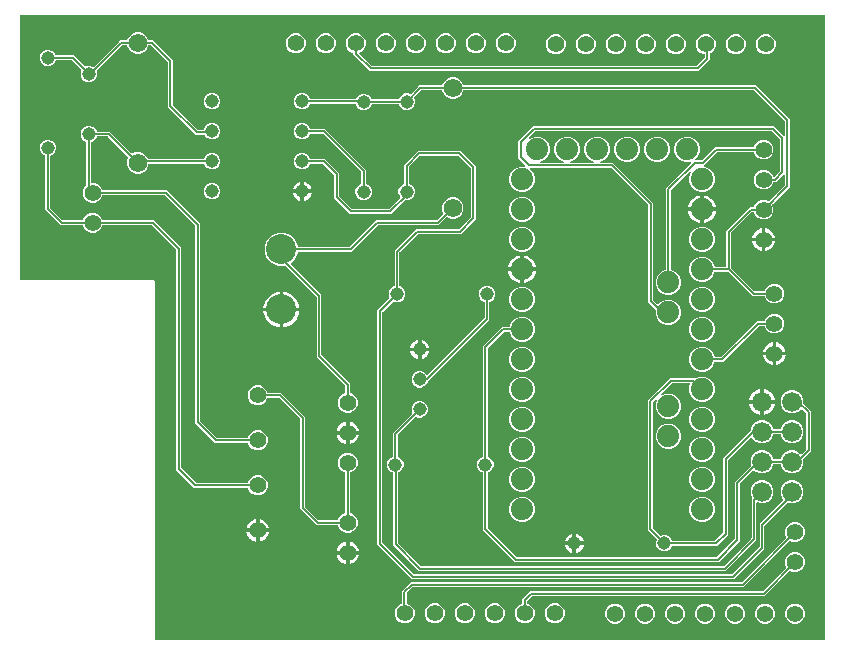
<source format=gbr>
G04 EAGLE Gerber RS-274X export*
G75*
%MOMM*%
%FSLAX34Y34*%
%LPD*%
%INTop Copper*%
%IPPOS*%
%AMOC8*
5,1,8,0,0,1.08239X$1,22.5*%
G01*
%ADD10C,1.137919*%
%ADD11C,1.564638*%
%ADD12C,1.422400*%
%ADD13C,1.879600*%
%ADD14C,2.540000*%
%ADD15C,1.676400*%
%ADD16C,0.152400*%

G36*
X1229126Y2036D02*
X1229126Y2036D01*
X1229145Y2034D01*
X1229247Y2056D01*
X1229349Y2072D01*
X1229366Y2082D01*
X1229386Y2086D01*
X1229475Y2139D01*
X1229566Y2188D01*
X1229580Y2202D01*
X1229597Y2212D01*
X1229664Y2291D01*
X1229736Y2366D01*
X1229744Y2384D01*
X1229757Y2399D01*
X1229796Y2495D01*
X1229839Y2589D01*
X1229841Y2609D01*
X1229849Y2627D01*
X1229867Y2794D01*
X1229867Y530606D01*
X1229864Y530626D01*
X1229866Y530645D01*
X1229844Y530747D01*
X1229828Y530849D01*
X1229818Y530866D01*
X1229814Y530886D01*
X1229761Y530975D01*
X1229712Y531066D01*
X1229698Y531080D01*
X1229688Y531097D01*
X1229609Y531164D01*
X1229534Y531236D01*
X1229516Y531244D01*
X1229501Y531257D01*
X1229405Y531296D01*
X1229311Y531339D01*
X1229291Y531341D01*
X1229273Y531349D01*
X1229106Y531367D01*
X548894Y531367D01*
X548874Y531364D01*
X548855Y531366D01*
X548753Y531344D01*
X548651Y531328D01*
X548634Y531318D01*
X548614Y531314D01*
X548525Y531261D01*
X548434Y531212D01*
X548420Y531198D01*
X548403Y531188D01*
X548336Y531109D01*
X548264Y531034D01*
X548256Y531016D01*
X548243Y531001D01*
X548204Y530905D01*
X548161Y530811D01*
X548159Y530791D01*
X548151Y530773D01*
X548133Y530606D01*
X548133Y307594D01*
X548136Y307574D01*
X548134Y307555D01*
X548156Y307453D01*
X548172Y307351D01*
X548182Y307334D01*
X548186Y307314D01*
X548239Y307225D01*
X548288Y307134D01*
X548302Y307120D01*
X548312Y307103D01*
X548391Y307036D01*
X548466Y306964D01*
X548484Y306956D01*
X548499Y306943D01*
X548595Y306904D01*
X548689Y306861D01*
X548709Y306859D01*
X548727Y306851D01*
X548894Y306833D01*
X661242Y306833D01*
X662433Y305642D01*
X662433Y2794D01*
X662436Y2774D01*
X662434Y2755D01*
X662456Y2653D01*
X662472Y2551D01*
X662482Y2534D01*
X662486Y2514D01*
X662539Y2425D01*
X662588Y2334D01*
X662602Y2320D01*
X662612Y2303D01*
X662691Y2236D01*
X662766Y2164D01*
X662784Y2156D01*
X662799Y2143D01*
X662895Y2104D01*
X662989Y2061D01*
X663009Y2059D01*
X663027Y2051D01*
X663194Y2033D01*
X1229106Y2033D01*
X1229126Y2036D01*
G37*
%LPC*%
G36*
X1094777Y269049D02*
X1094777Y269049D01*
X1090856Y270673D01*
X1087854Y273674D01*
X1086230Y277595D01*
X1086230Y281608D01*
X1086216Y281698D01*
X1086208Y281789D01*
X1086196Y281819D01*
X1086191Y281851D01*
X1086148Y281932D01*
X1086112Y282015D01*
X1086086Y282048D01*
X1086075Y282068D01*
X1086052Y282090D01*
X1086007Y282146D01*
X1080007Y288146D01*
X1080007Y370445D01*
X1079993Y370535D01*
X1079985Y370626D01*
X1079973Y370655D01*
X1079968Y370687D01*
X1079925Y370768D01*
X1079889Y370852D01*
X1079863Y370884D01*
X1079852Y370905D01*
X1079829Y370927D01*
X1079784Y370983D01*
X1048902Y401865D01*
X1048828Y401918D01*
X1048759Y401978D01*
X1048729Y401990D01*
X1048702Y402009D01*
X1048615Y402035D01*
X1048531Y402070D01*
X1048490Y402074D01*
X1048467Y402081D01*
X1048435Y402080D01*
X1048364Y402088D01*
X980342Y402088D01*
X980271Y402077D01*
X980199Y402075D01*
X980150Y402057D01*
X980099Y402048D01*
X980035Y402015D01*
X979968Y401990D01*
X979927Y401958D01*
X979881Y401933D01*
X979832Y401881D01*
X979776Y401837D01*
X979748Y401793D01*
X979712Y401755D01*
X979682Y401690D01*
X979643Y401630D01*
X979630Y401579D01*
X979608Y401532D01*
X979601Y401461D01*
X979583Y401391D01*
X979587Y401339D01*
X979581Y401287D01*
X979597Y401217D01*
X979602Y401146D01*
X979623Y401098D01*
X979634Y401047D01*
X979670Y400985D01*
X979698Y400920D01*
X979743Y400864D01*
X979760Y400836D01*
X979778Y400821D01*
X979803Y400789D01*
X982119Y398473D01*
X983743Y394552D01*
X983743Y390308D01*
X982119Y386387D01*
X979117Y383385D01*
X975196Y381761D01*
X970952Y381761D01*
X967031Y383385D01*
X964029Y386387D01*
X962405Y390308D01*
X962405Y394552D01*
X964029Y398473D01*
X967031Y401475D01*
X970952Y403099D01*
X975232Y403099D01*
X975303Y403110D01*
X975375Y403112D01*
X975424Y403130D01*
X975475Y403138D01*
X975539Y403172D01*
X975606Y403197D01*
X975647Y403229D01*
X975693Y403254D01*
X975742Y403306D01*
X975798Y403350D01*
X975826Y403394D01*
X975862Y403432D01*
X975892Y403497D01*
X975931Y403557D01*
X975944Y403608D01*
X975966Y403655D01*
X975973Y403726D01*
X975991Y403796D01*
X975987Y403848D01*
X975993Y403899D01*
X975977Y403970D01*
X975972Y404041D01*
X975951Y404089D01*
X975940Y404140D01*
X975904Y404201D01*
X975876Y404267D01*
X975831Y404323D01*
X975814Y404351D01*
X975796Y404366D01*
X975771Y404398D01*
X971192Y408977D01*
X969778Y410391D01*
X969778Y424775D01*
X982392Y437389D01*
X1186260Y437389D01*
X1194278Y429371D01*
X1194336Y429329D01*
X1194388Y429280D01*
X1194435Y429258D01*
X1194477Y429227D01*
X1194546Y429206D01*
X1194611Y429176D01*
X1194663Y429170D01*
X1194713Y429155D01*
X1194784Y429157D01*
X1194855Y429149D01*
X1194906Y429160D01*
X1194958Y429161D01*
X1195026Y429186D01*
X1195096Y429201D01*
X1195141Y429228D01*
X1195189Y429246D01*
X1195245Y429291D01*
X1195307Y429327D01*
X1195341Y429367D01*
X1195381Y429400D01*
X1195420Y429460D01*
X1195467Y429514D01*
X1195486Y429563D01*
X1195514Y429607D01*
X1195532Y429676D01*
X1195559Y429743D01*
X1195567Y429814D01*
X1195575Y429845D01*
X1195573Y429868D01*
X1195577Y429909D01*
X1195577Y441057D01*
X1195563Y441147D01*
X1195555Y441238D01*
X1195543Y441267D01*
X1195538Y441299D01*
X1195495Y441380D01*
X1195459Y441464D01*
X1195433Y441496D01*
X1195422Y441517D01*
X1195399Y441539D01*
X1195354Y441595D01*
X1169305Y467644D01*
X1169231Y467697D01*
X1169162Y467757D01*
X1169131Y467769D01*
X1169105Y467788D01*
X1169018Y467815D01*
X1168933Y467849D01*
X1168892Y467853D01*
X1168870Y467860D01*
X1168838Y467859D01*
X1168767Y467867D01*
X923910Y467867D01*
X923795Y467848D01*
X923679Y467831D01*
X923673Y467829D01*
X923667Y467828D01*
X923564Y467773D01*
X923460Y467720D01*
X923455Y467715D01*
X923450Y467712D01*
X923370Y467628D01*
X923287Y467544D01*
X923284Y467538D01*
X923280Y467534D01*
X923273Y467517D01*
X923207Y467397D01*
X922109Y464749D01*
X919551Y462191D01*
X916209Y460806D01*
X912591Y460806D01*
X909249Y462191D01*
X906691Y464749D01*
X905593Y467397D01*
X905532Y467497D01*
X905472Y467597D01*
X905467Y467601D01*
X905464Y467606D01*
X905374Y467681D01*
X905285Y467757D01*
X905279Y467759D01*
X905274Y467763D01*
X905166Y467805D01*
X905057Y467849D01*
X905049Y467850D01*
X905045Y467851D01*
X905026Y467852D01*
X904890Y467867D01*
X888125Y467867D01*
X888035Y467853D01*
X887944Y467845D01*
X887915Y467833D01*
X887883Y467828D01*
X887802Y467785D01*
X887718Y467749D01*
X887686Y467723D01*
X887665Y467712D01*
X887643Y467689D01*
X887587Y467644D01*
X881813Y461870D01*
X881745Y461776D01*
X881675Y461681D01*
X881673Y461675D01*
X881669Y461670D01*
X881635Y461559D01*
X881599Y461448D01*
X881599Y461441D01*
X881597Y461435D01*
X881600Y461319D01*
X881601Y461202D01*
X881603Y461194D01*
X881603Y461189D01*
X881610Y461172D01*
X881648Y461041D01*
X882244Y459600D01*
X882244Y456832D01*
X881185Y454273D01*
X879227Y452315D01*
X876668Y451256D01*
X873900Y451256D01*
X871341Y452315D01*
X869383Y454273D01*
X868787Y455713D01*
X868725Y455813D01*
X868665Y455913D01*
X868661Y455917D01*
X868657Y455922D01*
X868567Y455997D01*
X868478Y456073D01*
X868473Y456075D01*
X868468Y456079D01*
X868359Y456121D01*
X868250Y456165D01*
X868243Y456166D01*
X868238Y456167D01*
X868220Y456168D01*
X868084Y456183D01*
X846268Y456183D01*
X846153Y456164D01*
X846037Y456147D01*
X846031Y456145D01*
X846025Y456144D01*
X845922Y456089D01*
X845817Y456036D01*
X845813Y456031D01*
X845808Y456028D01*
X845728Y455944D01*
X845645Y455860D01*
X845642Y455854D01*
X845638Y455850D01*
X845630Y455833D01*
X845564Y455713D01*
X844863Y454019D01*
X842905Y452061D01*
X840346Y451002D01*
X837578Y451002D01*
X835019Y452061D01*
X833061Y454019D01*
X832254Y455967D01*
X832193Y456067D01*
X832133Y456167D01*
X832128Y456171D01*
X832125Y456176D01*
X832035Y456251D01*
X831946Y456327D01*
X831940Y456329D01*
X831935Y456333D01*
X831827Y456375D01*
X831718Y456419D01*
X831710Y456420D01*
X831706Y456421D01*
X831687Y456422D01*
X831551Y456437D01*
X794092Y456437D01*
X793978Y456418D01*
X793862Y456401D01*
X793856Y456399D01*
X793850Y456398D01*
X793747Y456343D01*
X793642Y456290D01*
X793638Y456285D01*
X793632Y456282D01*
X793552Y456198D01*
X793470Y456114D01*
X793466Y456108D01*
X793463Y456104D01*
X793455Y456087D01*
X793389Y455967D01*
X792793Y454527D01*
X790835Y452569D01*
X788276Y451510D01*
X785508Y451510D01*
X782949Y452569D01*
X780991Y454527D01*
X779932Y457086D01*
X779932Y459854D01*
X780991Y462413D01*
X782949Y464371D01*
X785508Y465430D01*
X788276Y465430D01*
X790835Y464371D01*
X792793Y462413D01*
X793389Y460973D01*
X793451Y460873D01*
X793511Y460773D01*
X793515Y460769D01*
X793519Y460764D01*
X793609Y460689D01*
X793698Y460613D01*
X793703Y460611D01*
X793708Y460607D01*
X793817Y460565D01*
X793926Y460521D01*
X793933Y460520D01*
X793938Y460519D01*
X793956Y460518D01*
X794092Y460503D01*
X831972Y460503D01*
X832087Y460522D01*
X832203Y460539D01*
X832209Y460541D01*
X832215Y460542D01*
X832317Y460597D01*
X832422Y460650D01*
X832427Y460655D01*
X832432Y460658D01*
X832512Y460742D01*
X832594Y460826D01*
X832598Y460832D01*
X832601Y460836D01*
X832609Y460853D01*
X832675Y460973D01*
X833061Y461905D01*
X835019Y463863D01*
X837578Y464922D01*
X840346Y464922D01*
X842905Y463863D01*
X844863Y461905D01*
X845354Y460719D01*
X845416Y460619D01*
X845475Y460519D01*
X845480Y460515D01*
X845484Y460510D01*
X845573Y460435D01*
X845662Y460359D01*
X845668Y460357D01*
X845673Y460353D01*
X845781Y460311D01*
X845891Y460267D01*
X845898Y460266D01*
X845903Y460265D01*
X845921Y460264D01*
X846057Y460249D01*
X868084Y460249D01*
X868198Y460268D01*
X868314Y460285D01*
X868320Y460287D01*
X868326Y460288D01*
X868429Y460343D01*
X868534Y460396D01*
X868538Y460401D01*
X868544Y460404D01*
X868624Y460488D01*
X868706Y460572D01*
X868710Y460578D01*
X868713Y460582D01*
X868721Y460599D01*
X868787Y460719D01*
X869383Y462159D01*
X871341Y464117D01*
X873900Y465176D01*
X876668Y465176D01*
X878109Y464580D01*
X878222Y464553D01*
X878336Y464525D01*
X878342Y464525D01*
X878348Y464524D01*
X878465Y464535D01*
X878581Y464544D01*
X878587Y464546D01*
X878593Y464547D01*
X878700Y464595D01*
X878807Y464640D01*
X878813Y464645D01*
X878818Y464647D01*
X878831Y464659D01*
X878938Y464745D01*
X884712Y470519D01*
X886126Y471933D01*
X904890Y471933D01*
X905005Y471952D01*
X905121Y471969D01*
X905127Y471971D01*
X905133Y471972D01*
X905236Y472027D01*
X905340Y472080D01*
X905345Y472085D01*
X905350Y472088D01*
X905430Y472172D01*
X905513Y472256D01*
X905516Y472262D01*
X905520Y472266D01*
X905527Y472283D01*
X905593Y472403D01*
X906691Y475051D01*
X909249Y477609D01*
X912591Y478994D01*
X916209Y478994D01*
X919551Y477609D01*
X922109Y475051D01*
X923207Y472403D01*
X923268Y472303D01*
X923328Y472203D01*
X923333Y472199D01*
X923336Y472194D01*
X923426Y472119D01*
X923515Y472043D01*
X923521Y472041D01*
X923526Y472037D01*
X923634Y471995D01*
X923743Y471951D01*
X923751Y471950D01*
X923755Y471949D01*
X923774Y471948D01*
X923910Y471933D01*
X1170766Y471933D01*
X1199643Y443056D01*
X1199643Y386000D01*
X1185162Y371519D01*
X1185094Y371425D01*
X1185024Y371330D01*
X1185022Y371324D01*
X1185018Y371319D01*
X1184984Y371208D01*
X1184947Y371096D01*
X1184947Y371090D01*
X1184946Y371084D01*
X1184949Y370967D01*
X1184950Y370850D01*
X1184952Y370843D01*
X1184952Y370838D01*
X1184958Y370821D01*
X1184996Y370689D01*
X1185927Y368443D01*
X1185927Y365109D01*
X1184651Y362028D01*
X1182292Y359669D01*
X1179211Y358393D01*
X1175877Y358393D01*
X1172796Y359669D01*
X1170437Y362028D01*
X1169507Y364273D01*
X1169445Y364373D01*
X1169386Y364473D01*
X1169381Y364477D01*
X1169378Y364482D01*
X1169287Y364557D01*
X1169199Y364633D01*
X1169193Y364635D01*
X1169188Y364639D01*
X1169080Y364681D01*
X1168971Y364725D01*
X1168963Y364726D01*
X1168959Y364727D01*
X1168940Y364728D01*
X1168804Y364743D01*
X1168033Y364743D01*
X1167943Y364729D01*
X1167852Y364721D01*
X1167823Y364709D01*
X1167791Y364704D01*
X1167710Y364661D01*
X1167626Y364625D01*
X1167594Y364599D01*
X1167573Y364588D01*
X1167551Y364565D01*
X1167495Y364520D01*
X1150336Y347361D01*
X1150283Y347287D01*
X1150223Y347218D01*
X1150211Y347187D01*
X1150192Y347161D01*
X1150165Y347074D01*
X1150131Y346989D01*
X1150127Y346948D01*
X1150120Y346926D01*
X1150121Y346894D01*
X1150113Y346823D01*
X1150113Y317895D01*
X1150127Y317805D01*
X1150135Y317714D01*
X1150147Y317685D01*
X1150152Y317653D01*
X1150195Y317572D01*
X1150231Y317488D01*
X1150257Y317456D01*
X1150268Y317435D01*
X1150291Y317413D01*
X1150336Y317357D01*
X1169781Y297912D01*
X1169855Y297859D01*
X1169924Y297799D01*
X1169955Y297787D01*
X1169981Y297768D01*
X1170068Y297741D01*
X1170153Y297707D01*
X1170194Y297703D01*
X1170216Y297696D01*
X1170248Y297697D01*
X1170319Y297689D01*
X1177948Y297689D01*
X1178063Y297708D01*
X1178179Y297725D01*
X1178184Y297727D01*
X1178191Y297728D01*
X1178293Y297783D01*
X1178398Y297836D01*
X1178403Y297841D01*
X1178408Y297844D01*
X1178488Y297928D01*
X1178570Y298012D01*
X1178574Y298018D01*
X1178577Y298022D01*
X1178585Y298039D01*
X1178651Y298159D01*
X1179581Y300404D01*
X1181940Y302763D01*
X1185021Y304039D01*
X1188355Y304039D01*
X1191436Y302763D01*
X1193795Y300404D01*
X1195071Y297323D01*
X1195071Y293989D01*
X1193795Y290908D01*
X1191436Y288549D01*
X1188355Y287273D01*
X1185021Y287273D01*
X1181940Y288549D01*
X1179581Y290908D01*
X1178651Y293153D01*
X1178590Y293253D01*
X1178530Y293353D01*
X1178525Y293357D01*
X1178522Y293362D01*
X1178432Y293437D01*
X1178343Y293513D01*
X1178337Y293515D01*
X1178332Y293519D01*
X1178224Y293561D01*
X1178115Y293605D01*
X1178107Y293606D01*
X1178103Y293607D01*
X1178084Y293608D01*
X1177948Y293623D01*
X1168320Y293623D01*
X1147969Y313974D01*
X1147895Y314027D01*
X1147826Y314087D01*
X1147795Y314099D01*
X1147769Y314118D01*
X1147682Y314145D01*
X1147597Y314179D01*
X1147556Y314183D01*
X1147534Y314190D01*
X1147502Y314189D01*
X1147431Y314197D01*
X1136688Y314197D01*
X1136574Y314178D01*
X1136457Y314161D01*
X1136452Y314159D01*
X1136446Y314158D01*
X1136343Y314103D01*
X1136238Y314050D01*
X1136234Y314045D01*
X1136228Y314042D01*
X1136148Y313958D01*
X1136066Y313874D01*
X1136062Y313868D01*
X1136059Y313864D01*
X1136051Y313847D01*
X1135985Y313727D01*
X1134519Y310187D01*
X1131517Y307185D01*
X1127596Y305561D01*
X1123352Y305561D01*
X1119431Y307185D01*
X1116429Y310187D01*
X1114805Y314108D01*
X1114805Y318352D01*
X1116429Y322273D01*
X1119431Y325275D01*
X1123352Y326899D01*
X1127596Y326899D01*
X1131517Y325275D01*
X1134519Y322273D01*
X1135985Y318733D01*
X1136047Y318633D01*
X1136107Y318533D01*
X1136111Y318529D01*
X1136115Y318524D01*
X1136205Y318449D01*
X1136294Y318373D01*
X1136299Y318371D01*
X1136304Y318367D01*
X1136413Y318325D01*
X1136522Y318281D01*
X1136529Y318280D01*
X1136534Y318279D01*
X1136552Y318278D01*
X1136688Y318263D01*
X1145286Y318263D01*
X1145306Y318266D01*
X1145325Y318264D01*
X1145427Y318286D01*
X1145529Y318302D01*
X1145546Y318312D01*
X1145566Y318316D01*
X1145655Y318369D01*
X1145746Y318418D01*
X1145760Y318432D01*
X1145777Y318442D01*
X1145844Y318521D01*
X1145916Y318596D01*
X1145924Y318614D01*
X1145937Y318629D01*
X1145976Y318725D01*
X1146019Y318819D01*
X1146021Y318839D01*
X1146029Y318857D01*
X1146047Y319024D01*
X1146047Y348822D01*
X1166034Y368809D01*
X1168804Y368809D01*
X1168919Y368828D01*
X1169035Y368845D01*
X1169041Y368847D01*
X1169047Y368848D01*
X1169149Y368903D01*
X1169254Y368956D01*
X1169259Y368961D01*
X1169264Y368964D01*
X1169344Y369048D01*
X1169426Y369132D01*
X1169430Y369138D01*
X1169433Y369142D01*
X1169441Y369159D01*
X1169507Y369279D01*
X1170437Y371524D01*
X1172796Y373883D01*
X1175877Y375159D01*
X1179211Y375159D01*
X1181457Y374228D01*
X1181571Y374202D01*
X1181684Y374173D01*
X1181691Y374174D01*
X1181697Y374172D01*
X1181813Y374183D01*
X1181930Y374192D01*
X1181935Y374195D01*
X1181942Y374195D01*
X1182049Y374243D01*
X1182156Y374289D01*
X1182162Y374293D01*
X1182166Y374295D01*
X1182180Y374308D01*
X1182287Y374394D01*
X1195354Y387461D01*
X1195398Y387522D01*
X1195433Y387558D01*
X1195439Y387572D01*
X1195467Y387604D01*
X1195479Y387635D01*
X1195498Y387661D01*
X1195525Y387748D01*
X1195559Y387833D01*
X1195563Y387874D01*
X1195570Y387896D01*
X1195569Y387928D01*
X1195577Y387999D01*
X1195577Y395845D01*
X1195566Y395915D01*
X1195564Y395987D01*
X1195546Y396036D01*
X1195538Y396087D01*
X1195504Y396151D01*
X1195479Y396218D01*
X1195447Y396259D01*
X1195422Y396305D01*
X1195370Y396354D01*
X1195326Y396410D01*
X1195282Y396438D01*
X1195244Y396474D01*
X1195179Y396504D01*
X1195119Y396543D01*
X1195068Y396556D01*
X1195021Y396578D01*
X1194950Y396586D01*
X1194880Y396603D01*
X1194828Y396599D01*
X1194777Y396605D01*
X1194706Y396590D01*
X1194635Y396584D01*
X1194587Y396564D01*
X1194536Y396553D01*
X1194475Y396516D01*
X1194409Y396488D01*
X1194353Y396443D01*
X1194325Y396427D01*
X1194310Y396409D01*
X1194278Y396383D01*
X1188038Y390143D01*
X1186284Y390143D01*
X1186169Y390124D01*
X1186053Y390107D01*
X1186047Y390105D01*
X1186041Y390104D01*
X1185939Y390049D01*
X1185834Y389996D01*
X1185829Y389991D01*
X1185824Y389988D01*
X1185744Y389904D01*
X1185662Y389820D01*
X1185658Y389814D01*
X1185655Y389810D01*
X1185647Y389793D01*
X1185581Y389673D01*
X1184651Y387428D01*
X1182292Y385069D01*
X1179211Y383793D01*
X1175877Y383793D01*
X1172796Y385069D01*
X1170437Y387428D01*
X1169161Y390509D01*
X1169161Y393843D01*
X1170437Y396924D01*
X1172796Y399283D01*
X1175877Y400559D01*
X1179211Y400559D01*
X1182292Y399283D01*
X1184651Y396924D01*
X1185509Y394852D01*
X1185533Y394813D01*
X1185549Y394770D01*
X1185597Y394709D01*
X1185639Y394643D01*
X1185674Y394614D01*
X1185703Y394578D01*
X1185768Y394536D01*
X1185828Y394486D01*
X1185871Y394470D01*
X1185909Y394445D01*
X1185985Y394426D01*
X1186058Y394398D01*
X1186103Y394396D01*
X1186148Y394385D01*
X1186226Y394391D01*
X1186303Y394388D01*
X1186348Y394401D01*
X1186393Y394404D01*
X1186465Y394435D01*
X1186540Y394456D01*
X1186577Y394482D01*
X1186620Y394500D01*
X1186726Y394586D01*
X1186742Y394596D01*
X1186745Y394601D01*
X1186750Y394605D01*
X1191290Y399145D01*
X1191343Y399219D01*
X1191403Y399288D01*
X1191415Y399319D01*
X1191434Y399345D01*
X1191461Y399432D01*
X1191495Y399517D01*
X1191499Y399558D01*
X1191506Y399580D01*
X1191505Y399612D01*
X1191513Y399683D01*
X1191513Y426071D01*
X1191511Y426082D01*
X1191512Y426088D01*
X1191505Y426123D01*
X1191499Y426161D01*
X1191491Y426252D01*
X1191479Y426281D01*
X1191474Y426313D01*
X1191431Y426394D01*
X1191395Y426478D01*
X1191369Y426510D01*
X1191358Y426531D01*
X1191335Y426553D01*
X1191290Y426609D01*
X1184799Y433100D01*
X1184725Y433153D01*
X1184656Y433213D01*
X1184625Y433225D01*
X1184599Y433244D01*
X1184512Y433271D01*
X1184427Y433305D01*
X1184386Y433309D01*
X1184364Y433316D01*
X1184332Y433315D01*
X1184261Y433323D01*
X984391Y433323D01*
X984301Y433309D01*
X984210Y433301D01*
X984181Y433289D01*
X984149Y433284D01*
X984068Y433241D01*
X983984Y433205D01*
X983952Y433179D01*
X983931Y433168D01*
X983909Y433145D01*
X983853Y433100D01*
X978846Y428093D01*
X978802Y428032D01*
X978771Y428000D01*
X978764Y427984D01*
X978727Y427939D01*
X978718Y427915D01*
X978703Y427894D01*
X978674Y427801D01*
X978639Y427710D01*
X978638Y427684D01*
X978630Y427659D01*
X978633Y427561D01*
X978629Y427464D01*
X978636Y427439D01*
X978637Y427413D01*
X978670Y427321D01*
X978697Y427228D01*
X978712Y427206D01*
X978721Y427182D01*
X978782Y427106D01*
X978837Y427026D01*
X978858Y427010D01*
X978875Y426990D01*
X978957Y426937D01*
X979035Y426879D01*
X979060Y426871D01*
X979082Y426857D01*
X979176Y426833D01*
X979269Y426803D01*
X979295Y426803D01*
X979320Y426797D01*
X979417Y426804D01*
X979515Y426805D01*
X979546Y426814D01*
X979565Y426816D01*
X979596Y426829D01*
X979676Y426852D01*
X983652Y428499D01*
X987896Y428499D01*
X991817Y426875D01*
X994819Y423873D01*
X996443Y419952D01*
X996443Y415708D01*
X994819Y411787D01*
X991817Y408785D01*
X988999Y407618D01*
X988916Y407567D01*
X988830Y407521D01*
X988812Y407502D01*
X988790Y407489D01*
X988728Y407413D01*
X988661Y407343D01*
X988650Y407319D01*
X988633Y407299D01*
X988598Y407208D01*
X988557Y407120D01*
X988554Y407094D01*
X988545Y407069D01*
X988541Y406972D01*
X988530Y406875D01*
X988536Y406850D01*
X988535Y406824D01*
X988562Y406730D01*
X988582Y406635D01*
X988596Y406613D01*
X988603Y406587D01*
X988659Y406507D01*
X988709Y406424D01*
X988728Y406407D01*
X988743Y406385D01*
X988822Y406327D01*
X988896Y406264D01*
X988920Y406254D01*
X988941Y406239D01*
X989033Y406208D01*
X989124Y406172D01*
X989156Y406168D01*
X989175Y406162D01*
X989208Y406163D01*
X989290Y406154D01*
X1007658Y406154D01*
X1007754Y406169D01*
X1007851Y406178D01*
X1007875Y406189D01*
X1007900Y406193D01*
X1007986Y406239D01*
X1008075Y406278D01*
X1008095Y406296D01*
X1008118Y406308D01*
X1008185Y406379D01*
X1008256Y406445D01*
X1008269Y406468D01*
X1008287Y406487D01*
X1008328Y406575D01*
X1008375Y406660D01*
X1008380Y406686D01*
X1008391Y406710D01*
X1008401Y406806D01*
X1008419Y406902D01*
X1008415Y406928D01*
X1008418Y406954D01*
X1008397Y407049D01*
X1008383Y407146D01*
X1008371Y407169D01*
X1008366Y407195D01*
X1008316Y407278D01*
X1008271Y407365D01*
X1008253Y407383D01*
X1008239Y407406D01*
X1008165Y407469D01*
X1008096Y407537D01*
X1008067Y407553D01*
X1008052Y407566D01*
X1008022Y407578D01*
X1007949Y407618D01*
X1005131Y408785D01*
X1002129Y411787D01*
X1000505Y415708D01*
X1000505Y419952D01*
X1002129Y423873D01*
X1005131Y426875D01*
X1009052Y428499D01*
X1013296Y428499D01*
X1017217Y426875D01*
X1020219Y423873D01*
X1021843Y419952D01*
X1021843Y415708D01*
X1020219Y411787D01*
X1017217Y408785D01*
X1014399Y407618D01*
X1014316Y407567D01*
X1014230Y407521D01*
X1014212Y407502D01*
X1014190Y407489D01*
X1014128Y407413D01*
X1014061Y407343D01*
X1014050Y407319D01*
X1014033Y407299D01*
X1013998Y407208D01*
X1013957Y407120D01*
X1013954Y407094D01*
X1013945Y407069D01*
X1013941Y406972D01*
X1013930Y406875D01*
X1013936Y406850D01*
X1013935Y406824D01*
X1013962Y406730D01*
X1013982Y406635D01*
X1013996Y406613D01*
X1014003Y406587D01*
X1014059Y406507D01*
X1014109Y406424D01*
X1014128Y406407D01*
X1014143Y406385D01*
X1014222Y406327D01*
X1014296Y406264D01*
X1014320Y406254D01*
X1014341Y406239D01*
X1014433Y406208D01*
X1014524Y406172D01*
X1014556Y406168D01*
X1014575Y406162D01*
X1014608Y406163D01*
X1014690Y406154D01*
X1033058Y406154D01*
X1033154Y406169D01*
X1033251Y406178D01*
X1033275Y406189D01*
X1033300Y406193D01*
X1033386Y406239D01*
X1033475Y406278D01*
X1033495Y406296D01*
X1033518Y406308D01*
X1033585Y406379D01*
X1033656Y406445D01*
X1033669Y406468D01*
X1033687Y406487D01*
X1033728Y406575D01*
X1033775Y406660D01*
X1033780Y406686D01*
X1033791Y406710D01*
X1033801Y406806D01*
X1033819Y406902D01*
X1033815Y406928D01*
X1033818Y406954D01*
X1033797Y407049D01*
X1033783Y407146D01*
X1033771Y407169D01*
X1033766Y407195D01*
X1033716Y407278D01*
X1033671Y407365D01*
X1033653Y407383D01*
X1033639Y407406D01*
X1033565Y407469D01*
X1033496Y407537D01*
X1033467Y407553D01*
X1033452Y407566D01*
X1033422Y407578D01*
X1033349Y407618D01*
X1030531Y408785D01*
X1027529Y411787D01*
X1025905Y415708D01*
X1025905Y419952D01*
X1027529Y423873D01*
X1030531Y426875D01*
X1034452Y428499D01*
X1038696Y428499D01*
X1042617Y426875D01*
X1045619Y423873D01*
X1047243Y419952D01*
X1047243Y415708D01*
X1045619Y411787D01*
X1042617Y408785D01*
X1039799Y407618D01*
X1039716Y407567D01*
X1039630Y407521D01*
X1039612Y407502D01*
X1039590Y407489D01*
X1039528Y407413D01*
X1039461Y407343D01*
X1039450Y407319D01*
X1039433Y407299D01*
X1039398Y407208D01*
X1039357Y407120D01*
X1039354Y407094D01*
X1039345Y407069D01*
X1039341Y406972D01*
X1039330Y406875D01*
X1039336Y406850D01*
X1039335Y406824D01*
X1039362Y406730D01*
X1039382Y406635D01*
X1039396Y406613D01*
X1039403Y406587D01*
X1039459Y406507D01*
X1039509Y406424D01*
X1039528Y406407D01*
X1039543Y406385D01*
X1039622Y406327D01*
X1039696Y406264D01*
X1039720Y406254D01*
X1039741Y406239D01*
X1039833Y406208D01*
X1039924Y406172D01*
X1039956Y406168D01*
X1039975Y406162D01*
X1040008Y406163D01*
X1040090Y406154D01*
X1050363Y406154D01*
X1084073Y372444D01*
X1084073Y290146D01*
X1084088Y290056D01*
X1084095Y289965D01*
X1084107Y289935D01*
X1084112Y289903D01*
X1084155Y289823D01*
X1084191Y289739D01*
X1084217Y289706D01*
X1084228Y289686D01*
X1084251Y289664D01*
X1084296Y289608D01*
X1087460Y286443D01*
X1087476Y286431D01*
X1087489Y286416D01*
X1087576Y286360D01*
X1087660Y286300D01*
X1087679Y286294D01*
X1087696Y286283D01*
X1087796Y286258D01*
X1087895Y286227D01*
X1087915Y286228D01*
X1087934Y286223D01*
X1088037Y286231D01*
X1088141Y286234D01*
X1088160Y286240D01*
X1088179Y286242D01*
X1088274Y286282D01*
X1088372Y286318D01*
X1088387Y286330D01*
X1088406Y286338D01*
X1088537Y286443D01*
X1090856Y288762D01*
X1094777Y290386D01*
X1099021Y290386D01*
X1102942Y288762D01*
X1105944Y285761D01*
X1107568Y281840D01*
X1107568Y277595D01*
X1105944Y273674D01*
X1102942Y270673D01*
X1099021Y269049D01*
X1094777Y269049D01*
G37*
%LPD*%
%LPC*%
G36*
X879776Y53847D02*
X879776Y53847D01*
X850645Y82978D01*
X850645Y281766D01*
X852059Y283180D01*
X860627Y291748D01*
X860695Y291842D01*
X860765Y291937D01*
X860767Y291943D01*
X860771Y291948D01*
X860805Y292059D01*
X860841Y292170D01*
X860841Y292177D01*
X860843Y292183D01*
X860840Y292299D01*
X860839Y292416D01*
X860837Y292424D01*
X860837Y292429D01*
X860830Y292446D01*
X860792Y292577D01*
X860196Y294018D01*
X860196Y296786D01*
X861255Y299345D01*
X863213Y301303D01*
X864653Y301899D01*
X864753Y301961D01*
X864853Y302021D01*
X864857Y302025D01*
X864862Y302029D01*
X864937Y302119D01*
X865013Y302208D01*
X865015Y302213D01*
X865019Y302218D01*
X865061Y302327D01*
X865105Y302436D01*
X865106Y302443D01*
X865107Y302448D01*
X865108Y302466D01*
X865123Y302602D01*
X865123Y332058D01*
X883124Y350059D01*
X919130Y350059D01*
X919221Y350073D01*
X919311Y350080D01*
X919341Y350093D01*
X919373Y350098D01*
X919454Y350141D01*
X919538Y350177D01*
X919570Y350202D01*
X919591Y350213D01*
X919613Y350237D01*
X919669Y350281D01*
X929670Y360283D01*
X929723Y360357D01*
X929783Y360426D01*
X929795Y360457D01*
X929814Y360483D01*
X929841Y360570D01*
X929875Y360655D01*
X929879Y360696D01*
X929886Y360718D01*
X929885Y360750D01*
X929893Y360821D01*
X929893Y401433D01*
X929879Y401523D01*
X929871Y401614D01*
X929859Y401643D01*
X929854Y401675D01*
X929811Y401756D01*
X929775Y401840D01*
X929749Y401872D01*
X929738Y401893D01*
X929715Y401915D01*
X929670Y401971D01*
X919369Y412272D01*
X919295Y412325D01*
X919226Y412385D01*
X919195Y412397D01*
X919169Y412416D01*
X919082Y412443D01*
X918997Y412477D01*
X918956Y412481D01*
X918934Y412488D01*
X918902Y412487D01*
X918831Y412495D01*
X887109Y412495D01*
X887019Y412481D01*
X886928Y412473D01*
X886899Y412461D01*
X886867Y412456D01*
X886786Y412413D01*
X886702Y412377D01*
X886670Y412351D01*
X886649Y412340D01*
X886627Y412317D01*
X886571Y412272D01*
X877540Y403241D01*
X877487Y403167D01*
X877427Y403098D01*
X877415Y403067D01*
X877396Y403041D01*
X877369Y402954D01*
X877335Y402869D01*
X877331Y402828D01*
X877324Y402806D01*
X877325Y402774D01*
X877317Y402703D01*
X877317Y389216D01*
X877336Y389100D01*
X877353Y388986D01*
X877355Y388980D01*
X877356Y388974D01*
X877411Y388871D01*
X877464Y388766D01*
X877469Y388762D01*
X877472Y388756D01*
X877556Y388676D01*
X877640Y388594D01*
X877646Y388590D01*
X877650Y388587D01*
X877667Y388579D01*
X877787Y388513D01*
X879227Y387917D01*
X881185Y385959D01*
X882244Y383400D01*
X882244Y380632D01*
X881185Y378073D01*
X879227Y376115D01*
X876668Y375056D01*
X874308Y375056D01*
X874218Y375041D01*
X874127Y375034D01*
X874097Y375021D01*
X874065Y375016D01*
X873984Y374973D01*
X873900Y374938D01*
X873868Y374912D01*
X873848Y374901D01*
X873838Y374891D01*
X873837Y374890D01*
X873823Y374876D01*
X873769Y374833D01*
X862156Y363219D01*
X827706Y363219D01*
X814069Y376856D01*
X814069Y395845D01*
X814055Y395935D01*
X814047Y396026D01*
X814035Y396055D01*
X814030Y396087D01*
X813987Y396168D01*
X813951Y396252D01*
X813925Y396284D01*
X813914Y396305D01*
X813891Y396327D01*
X813846Y396383D01*
X804815Y405414D01*
X804741Y405467D01*
X804672Y405527D01*
X804641Y405539D01*
X804615Y405558D01*
X804528Y405585D01*
X804443Y405619D01*
X804402Y405623D01*
X804380Y405630D01*
X804348Y405629D01*
X804277Y405637D01*
X794092Y405637D01*
X793978Y405618D01*
X793862Y405601D01*
X793856Y405599D01*
X793850Y405598D01*
X793747Y405543D01*
X793642Y405490D01*
X793638Y405485D01*
X793632Y405482D01*
X793552Y405398D01*
X793470Y405314D01*
X793466Y405308D01*
X793463Y405304D01*
X793455Y405287D01*
X793389Y405167D01*
X792793Y403727D01*
X790835Y401769D01*
X788276Y400710D01*
X785508Y400710D01*
X782949Y401769D01*
X780991Y403727D01*
X779932Y406286D01*
X779932Y409054D01*
X780991Y411613D01*
X782949Y413571D01*
X785508Y414630D01*
X788276Y414630D01*
X790835Y413571D01*
X792793Y411613D01*
X793389Y410173D01*
X793451Y410073D01*
X793511Y409973D01*
X793515Y409969D01*
X793519Y409964D01*
X793609Y409889D01*
X793698Y409813D01*
X793703Y409811D01*
X793708Y409807D01*
X793817Y409765D01*
X793926Y409721D01*
X793933Y409720D01*
X793938Y409719D01*
X793956Y409718D01*
X794092Y409703D01*
X806276Y409703D01*
X818135Y397844D01*
X818135Y378855D01*
X818141Y378820D01*
X818140Y378812D01*
X818149Y378771D01*
X818149Y378765D01*
X818157Y378674D01*
X818169Y378645D01*
X818174Y378613D01*
X818189Y378585D01*
X818192Y378572D01*
X818221Y378523D01*
X818253Y378448D01*
X818279Y378416D01*
X818290Y378395D01*
X818308Y378378D01*
X818318Y378361D01*
X818333Y378347D01*
X818358Y378317D01*
X829167Y367508D01*
X829241Y367455D01*
X829310Y367395D01*
X829341Y367383D01*
X829367Y367364D01*
X829454Y367337D01*
X829539Y367303D01*
X829580Y367299D01*
X829602Y367292D01*
X829634Y367293D01*
X829705Y367285D01*
X860157Y367285D01*
X860247Y367299D01*
X860338Y367307D01*
X860367Y367319D01*
X860399Y367324D01*
X860480Y367367D01*
X860564Y367403D01*
X860596Y367429D01*
X860617Y367440D01*
X860639Y367463D01*
X860695Y367508D01*
X869784Y376596D01*
X869795Y376613D01*
X869811Y376625D01*
X869867Y376712D01*
X869927Y376796D01*
X869933Y376815D01*
X869944Y376832D01*
X869969Y376932D01*
X870000Y377031D01*
X869999Y377051D01*
X870004Y377070D01*
X869996Y377173D01*
X869993Y377277D01*
X869986Y377296D01*
X869985Y377316D01*
X869944Y377411D01*
X869909Y377508D01*
X869896Y377524D01*
X869888Y377542D01*
X869784Y377673D01*
X869383Y378073D01*
X868324Y380632D01*
X868324Y383400D01*
X869383Y385959D01*
X871341Y387917D01*
X872781Y388513D01*
X872881Y388575D01*
X872981Y388635D01*
X872985Y388639D01*
X872990Y388643D01*
X873065Y388733D01*
X873141Y388822D01*
X873143Y388827D01*
X873147Y388832D01*
X873189Y388941D01*
X873233Y389050D01*
X873234Y389057D01*
X873235Y389062D01*
X873236Y389080D01*
X873251Y389216D01*
X873251Y404702D01*
X885110Y416561D01*
X920830Y416561D01*
X933959Y403432D01*
X933959Y358822D01*
X921130Y345993D01*
X885123Y345993D01*
X885033Y345978D01*
X884942Y345971D01*
X884912Y345959D01*
X884880Y345953D01*
X884800Y345911D01*
X884716Y345875D01*
X884684Y345849D01*
X884663Y345838D01*
X884641Y345815D01*
X884585Y345770D01*
X869412Y330597D01*
X869359Y330523D01*
X869299Y330454D01*
X869287Y330423D01*
X869268Y330397D01*
X869241Y330310D01*
X869207Y330225D01*
X869203Y330184D01*
X869196Y330162D01*
X869197Y330130D01*
X869189Y330059D01*
X869189Y302602D01*
X869208Y302486D01*
X869225Y302372D01*
X869227Y302366D01*
X869228Y302360D01*
X869283Y302257D01*
X869336Y302152D01*
X869341Y302148D01*
X869344Y302142D01*
X869428Y302062D01*
X869512Y301980D01*
X869518Y301976D01*
X869522Y301973D01*
X869539Y301965D01*
X869659Y301899D01*
X871099Y301303D01*
X873057Y299345D01*
X874116Y296786D01*
X874116Y294018D01*
X873057Y291459D01*
X871099Y289501D01*
X868540Y288442D01*
X865772Y288442D01*
X864331Y289038D01*
X864218Y289065D01*
X864104Y289093D01*
X864098Y289093D01*
X864092Y289094D01*
X863975Y289083D01*
X863859Y289074D01*
X863853Y289072D01*
X863847Y289071D01*
X863740Y289023D01*
X863633Y288978D01*
X863627Y288973D01*
X863622Y288971D01*
X863609Y288959D01*
X863502Y288873D01*
X854934Y280305D01*
X854881Y280231D01*
X854821Y280162D01*
X854809Y280131D01*
X854790Y280105D01*
X854763Y280018D01*
X854729Y279933D01*
X854725Y279892D01*
X854718Y279870D01*
X854719Y279838D01*
X854711Y279767D01*
X854711Y84977D01*
X854712Y84970D01*
X854712Y84969D01*
X854713Y84965D01*
X854725Y84887D01*
X854733Y84796D01*
X854745Y84767D01*
X854750Y84735D01*
X854793Y84654D01*
X854829Y84570D01*
X854855Y84538D01*
X854866Y84517D01*
X854889Y84495D01*
X854934Y84439D01*
X881237Y58136D01*
X881311Y58083D01*
X881380Y58023D01*
X881411Y58011D01*
X881437Y57992D01*
X881524Y57965D01*
X881609Y57931D01*
X881650Y57927D01*
X881672Y57920D01*
X881704Y57921D01*
X881775Y57913D01*
X1150733Y57913D01*
X1150823Y57927D01*
X1150914Y57935D01*
X1150943Y57947D01*
X1150975Y57952D01*
X1151056Y57995D01*
X1151140Y58031D01*
X1151172Y58057D01*
X1151193Y58068D01*
X1151215Y58091D01*
X1151271Y58136D01*
X1174018Y80883D01*
X1174071Y80957D01*
X1174131Y81026D01*
X1174143Y81057D01*
X1174162Y81083D01*
X1174189Y81170D01*
X1174223Y81255D01*
X1174227Y81296D01*
X1174234Y81318D01*
X1174233Y81350D01*
X1174241Y81421D01*
X1174241Y100664D01*
X1175655Y102078D01*
X1194143Y120566D01*
X1194154Y120582D01*
X1194170Y120594D01*
X1194226Y120681D01*
X1194286Y120765D01*
X1194292Y120784D01*
X1194303Y120801D01*
X1194328Y120902D01*
X1194359Y121000D01*
X1194358Y121020D01*
X1194363Y121040D01*
X1194355Y121143D01*
X1194352Y121246D01*
X1194346Y121265D01*
X1194344Y121285D01*
X1194304Y121380D01*
X1194268Y121477D01*
X1194255Y121493D01*
X1194248Y121511D01*
X1194143Y121642D01*
X1193491Y122294D01*
X1192021Y125842D01*
X1192021Y129682D01*
X1193491Y133230D01*
X1196206Y135945D01*
X1199754Y137415D01*
X1203594Y137415D01*
X1207142Y135945D01*
X1209857Y133230D01*
X1211327Y129682D01*
X1211327Y125842D01*
X1209857Y122294D01*
X1207142Y119579D01*
X1203594Y118109D01*
X1199754Y118109D01*
X1198585Y118594D01*
X1198471Y118620D01*
X1198358Y118649D01*
X1198351Y118648D01*
X1198345Y118650D01*
X1198229Y118639D01*
X1198113Y118630D01*
X1198107Y118627D01*
X1198100Y118627D01*
X1197993Y118579D01*
X1197886Y118533D01*
X1197880Y118529D01*
X1197876Y118527D01*
X1197862Y118514D01*
X1197755Y118429D01*
X1178530Y99203D01*
X1178477Y99129D01*
X1178417Y99060D01*
X1178405Y99029D01*
X1178386Y99003D01*
X1178359Y98916D01*
X1178325Y98831D01*
X1178321Y98790D01*
X1178314Y98768D01*
X1178315Y98736D01*
X1178307Y98665D01*
X1178307Y79422D01*
X1152732Y53847D01*
X879776Y53847D01*
G37*
%LPD*%
%LPC*%
G36*
X967406Y68325D02*
X967406Y68325D01*
X940053Y95678D01*
X940053Y143676D01*
X940034Y143790D01*
X940017Y143906D01*
X940015Y143912D01*
X940014Y143918D01*
X939959Y144021D01*
X939906Y144126D01*
X939901Y144130D01*
X939898Y144136D01*
X939814Y144216D01*
X939730Y144298D01*
X939724Y144302D01*
X939720Y144305D01*
X939703Y144313D01*
X939583Y144379D01*
X938143Y144975D01*
X936185Y146933D01*
X935126Y149492D01*
X935126Y152260D01*
X936185Y154819D01*
X938143Y156777D01*
X939583Y157373D01*
X939683Y157435D01*
X939783Y157495D01*
X939787Y157499D01*
X939792Y157503D01*
X939867Y157593D01*
X939943Y157682D01*
X939945Y157687D01*
X939949Y157692D01*
X939991Y157801D01*
X940020Y157872D01*
X940025Y157884D01*
X940025Y157886D01*
X940035Y157910D01*
X940036Y157917D01*
X940037Y157922D01*
X940038Y157940D01*
X940053Y158076D01*
X940053Y251286D01*
X956230Y267463D01*
X961860Y267463D01*
X961974Y267482D01*
X962091Y267499D01*
X962096Y267501D01*
X962102Y267502D01*
X962205Y267557D01*
X962310Y267610D01*
X962314Y267615D01*
X962320Y267618D01*
X962400Y267702D01*
X962482Y267786D01*
X962486Y267792D01*
X962489Y267796D01*
X962497Y267813D01*
X962563Y267933D01*
X964029Y271473D01*
X967031Y274475D01*
X970952Y276099D01*
X975196Y276099D01*
X979117Y274475D01*
X982119Y271473D01*
X983743Y267552D01*
X983743Y263308D01*
X982119Y259387D01*
X979117Y256385D01*
X975196Y254761D01*
X970952Y254761D01*
X967031Y256385D01*
X964029Y259387D01*
X962563Y262927D01*
X962502Y263026D01*
X962441Y263127D01*
X962437Y263131D01*
X962433Y263136D01*
X962343Y263211D01*
X962254Y263287D01*
X962249Y263289D01*
X962244Y263293D01*
X962135Y263335D01*
X962026Y263379D01*
X962019Y263380D01*
X962014Y263381D01*
X961996Y263382D01*
X961860Y263397D01*
X958229Y263397D01*
X958139Y263383D01*
X958048Y263375D01*
X958019Y263363D01*
X957987Y263358D01*
X957906Y263315D01*
X957822Y263279D01*
X957790Y263253D01*
X957769Y263242D01*
X957747Y263219D01*
X957691Y263174D01*
X944342Y249825D01*
X944289Y249751D01*
X944229Y249682D01*
X944217Y249651D01*
X944198Y249625D01*
X944171Y249538D01*
X944137Y249453D01*
X944133Y249412D01*
X944126Y249390D01*
X944127Y249358D01*
X944119Y249287D01*
X944119Y158076D01*
X944121Y158062D01*
X944120Y158049D01*
X944133Y157986D01*
X944138Y157960D01*
X944155Y157846D01*
X944157Y157840D01*
X944158Y157834D01*
X944213Y157731D01*
X944266Y157626D01*
X944271Y157622D01*
X944274Y157616D01*
X944358Y157536D01*
X944442Y157454D01*
X944448Y157450D01*
X944452Y157447D01*
X944469Y157439D01*
X944589Y157373D01*
X946029Y156777D01*
X947987Y154819D01*
X949046Y152260D01*
X949046Y149492D01*
X947987Y146933D01*
X946029Y144975D01*
X944589Y144379D01*
X944489Y144317D01*
X944389Y144257D01*
X944385Y144253D01*
X944380Y144249D01*
X944305Y144159D01*
X944229Y144070D01*
X944227Y144065D01*
X944223Y144060D01*
X944181Y143951D01*
X944137Y143842D01*
X944136Y143835D01*
X944135Y143830D01*
X944134Y143812D01*
X944119Y143676D01*
X944119Y97677D01*
X944133Y97587D01*
X944141Y97496D01*
X944153Y97467D01*
X944158Y97435D01*
X944201Y97354D01*
X944237Y97270D01*
X944263Y97238D01*
X944274Y97217D01*
X944297Y97195D01*
X944342Y97139D01*
X968867Y72614D01*
X968941Y72561D01*
X969010Y72501D01*
X969041Y72489D01*
X969067Y72470D01*
X969154Y72443D01*
X969239Y72409D01*
X969280Y72405D01*
X969302Y72398D01*
X969334Y72399D01*
X969405Y72391D01*
X1137525Y72391D01*
X1137615Y72405D01*
X1137706Y72413D01*
X1137735Y72425D01*
X1137767Y72430D01*
X1137848Y72473D01*
X1137932Y72509D01*
X1137964Y72535D01*
X1137985Y72546D01*
X1138007Y72569D01*
X1138063Y72614D01*
X1152936Y87487D01*
X1152989Y87561D01*
X1153049Y87630D01*
X1153061Y87661D01*
X1153080Y87687D01*
X1153107Y87774D01*
X1153141Y87859D01*
X1153145Y87900D01*
X1153152Y87922D01*
X1153151Y87954D01*
X1153159Y88025D01*
X1153159Y136478D01*
X1166643Y149962D01*
X1166688Y150025D01*
X1166711Y150048D01*
X1166720Y150068D01*
X1166781Y150150D01*
X1166783Y150156D01*
X1166786Y150161D01*
X1166820Y150271D01*
X1166857Y150384D01*
X1166857Y150391D01*
X1166859Y150396D01*
X1166856Y150513D01*
X1166855Y150630D01*
X1166853Y150637D01*
X1166852Y150642D01*
X1166846Y150660D01*
X1166808Y150791D01*
X1166621Y151242D01*
X1166621Y155082D01*
X1168091Y158630D01*
X1170806Y161345D01*
X1174354Y162815D01*
X1178194Y162815D01*
X1181742Y161345D01*
X1184457Y158630D01*
X1185685Y155665D01*
X1185747Y155565D01*
X1185807Y155465D01*
X1185812Y155461D01*
X1185815Y155456D01*
X1185905Y155381D01*
X1185994Y155305D01*
X1186000Y155303D01*
X1186005Y155299D01*
X1186113Y155257D01*
X1186222Y155213D01*
X1186230Y155212D01*
X1186234Y155211D01*
X1186252Y155210D01*
X1186389Y155195D01*
X1191559Y155195D01*
X1191674Y155214D01*
X1191790Y155231D01*
X1191796Y155233D01*
X1191802Y155234D01*
X1191905Y155289D01*
X1192009Y155342D01*
X1192014Y155347D01*
X1192019Y155350D01*
X1192099Y155434D01*
X1192182Y155518D01*
X1192185Y155524D01*
X1192189Y155528D01*
X1192197Y155545D01*
X1192263Y155665D01*
X1193491Y158630D01*
X1196206Y161345D01*
X1199754Y162815D01*
X1203594Y162815D01*
X1207142Y161345D01*
X1208810Y159677D01*
X1208826Y159666D01*
X1208838Y159650D01*
X1208926Y159594D01*
X1209010Y159534D01*
X1209029Y159528D01*
X1209045Y159517D01*
X1209146Y159492D01*
X1209245Y159461D01*
X1209265Y159462D01*
X1209284Y159457D01*
X1209387Y159465D01*
X1209491Y159468D01*
X1209509Y159474D01*
X1209529Y159476D01*
X1209624Y159516D01*
X1209722Y159552D01*
X1209737Y159565D01*
X1209755Y159572D01*
X1209886Y159677D01*
X1213642Y163433D01*
X1213695Y163507D01*
X1213755Y163576D01*
X1213767Y163607D01*
X1213786Y163633D01*
X1213813Y163720D01*
X1213847Y163805D01*
X1213851Y163846D01*
X1213858Y163868D01*
X1213857Y163900D01*
X1213865Y163971D01*
X1213865Y193915D01*
X1213851Y194005D01*
X1213843Y194096D01*
X1213831Y194125D01*
X1213826Y194157D01*
X1213783Y194238D01*
X1213747Y194322D01*
X1213721Y194354D01*
X1213710Y194375D01*
X1213687Y194397D01*
X1213642Y194453D01*
X1210267Y197828D01*
X1210251Y197839D01*
X1210239Y197855D01*
X1210152Y197911D01*
X1210068Y197971D01*
X1210049Y197977D01*
X1210032Y197988D01*
X1209931Y198013D01*
X1209833Y198044D01*
X1209813Y198043D01*
X1209793Y198048D01*
X1209690Y198040D01*
X1209587Y198037D01*
X1209568Y198031D01*
X1209548Y198029D01*
X1209453Y197989D01*
X1209356Y197953D01*
X1209340Y197940D01*
X1209322Y197933D01*
X1209191Y197828D01*
X1207142Y195779D01*
X1203594Y194309D01*
X1199754Y194309D01*
X1196206Y195779D01*
X1193491Y198494D01*
X1192021Y202042D01*
X1192021Y205882D01*
X1193491Y209430D01*
X1196206Y212145D01*
X1199754Y213615D01*
X1203594Y213615D01*
X1207142Y212145D01*
X1209857Y209430D01*
X1211327Y205882D01*
X1211327Y202833D01*
X1211341Y202743D01*
X1211349Y202652D01*
X1211361Y202623D01*
X1211366Y202591D01*
X1211409Y202510D01*
X1211445Y202426D01*
X1211471Y202394D01*
X1211482Y202373D01*
X1211505Y202351D01*
X1211550Y202295D01*
X1217931Y195914D01*
X1217931Y161972D01*
X1211550Y155591D01*
X1211497Y155517D01*
X1211437Y155448D01*
X1211425Y155417D01*
X1211406Y155391D01*
X1211379Y155304D01*
X1211372Y155285D01*
X1211355Y155249D01*
X1211354Y155241D01*
X1211345Y155219D01*
X1211341Y155178D01*
X1211334Y155156D01*
X1211335Y155124D01*
X1211327Y155053D01*
X1211327Y151242D01*
X1209857Y147694D01*
X1207142Y144979D01*
X1203594Y143509D01*
X1199754Y143509D01*
X1196206Y144979D01*
X1193491Y147694D01*
X1192263Y150659D01*
X1192201Y150759D01*
X1192141Y150859D01*
X1192136Y150863D01*
X1192133Y150868D01*
X1192043Y150943D01*
X1191954Y151019D01*
X1191948Y151021D01*
X1191943Y151025D01*
X1191835Y151067D01*
X1191726Y151111D01*
X1191718Y151112D01*
X1191714Y151113D01*
X1191696Y151114D01*
X1191559Y151129D01*
X1186389Y151129D01*
X1186274Y151110D01*
X1186158Y151093D01*
X1186152Y151091D01*
X1186146Y151090D01*
X1186043Y151035D01*
X1185939Y150982D01*
X1185934Y150977D01*
X1185929Y150974D01*
X1185849Y150890D01*
X1185766Y150806D01*
X1185763Y150800D01*
X1185759Y150796D01*
X1185751Y150779D01*
X1185685Y150659D01*
X1184457Y147694D01*
X1181742Y144979D01*
X1178194Y143509D01*
X1174354Y143509D01*
X1170806Y144979D01*
X1169646Y146139D01*
X1169630Y146150D01*
X1169618Y146166D01*
X1169530Y146222D01*
X1169446Y146282D01*
X1169427Y146288D01*
X1169411Y146299D01*
X1169310Y146324D01*
X1169211Y146355D01*
X1169191Y146354D01*
X1169172Y146359D01*
X1169069Y146351D01*
X1168965Y146348D01*
X1168947Y146342D01*
X1168927Y146340D01*
X1168832Y146300D01*
X1168734Y146264D01*
X1168719Y146251D01*
X1168701Y146244D01*
X1168570Y146139D01*
X1157448Y135017D01*
X1157404Y134956D01*
X1157368Y134918D01*
X1157362Y134904D01*
X1157335Y134874D01*
X1157323Y134843D01*
X1157304Y134817D01*
X1157277Y134730D01*
X1157243Y134645D01*
X1157239Y134604D01*
X1157232Y134582D01*
X1157233Y134550D01*
X1157225Y134479D01*
X1157225Y86026D01*
X1139524Y68325D01*
X967406Y68325D01*
G37*
%LPD*%
%LPC*%
G36*
X747633Y163067D02*
X747633Y163067D01*
X744552Y164343D01*
X742193Y166702D01*
X741263Y168947D01*
X741201Y169047D01*
X741142Y169147D01*
X741137Y169151D01*
X741134Y169156D01*
X741043Y169231D01*
X740955Y169307D01*
X740949Y169309D01*
X740944Y169313D01*
X740836Y169355D01*
X740727Y169399D01*
X740719Y169400D01*
X740715Y169401D01*
X740696Y169402D01*
X740560Y169417D01*
X713406Y169417D01*
X696467Y186356D01*
X696467Y352665D01*
X696453Y352755D01*
X696445Y352846D01*
X696433Y352875D01*
X696428Y352907D01*
X696385Y352988D01*
X696349Y353072D01*
X696323Y353104D01*
X696312Y353125D01*
X696289Y353147D01*
X696244Y353203D01*
X670703Y378744D01*
X670629Y378797D01*
X670560Y378857D01*
X670529Y378869D01*
X670503Y378888D01*
X670416Y378915D01*
X670331Y378949D01*
X670290Y378953D01*
X670268Y378960D01*
X670236Y378959D01*
X670165Y378967D01*
X618340Y378967D01*
X618225Y378948D01*
X618109Y378931D01*
X618103Y378929D01*
X618097Y378928D01*
X617995Y378873D01*
X617890Y378820D01*
X617885Y378815D01*
X617880Y378812D01*
X617800Y378728D01*
X617718Y378644D01*
X617714Y378638D01*
X617711Y378634D01*
X617703Y378617D01*
X617637Y378497D01*
X616707Y376252D01*
X614348Y373893D01*
X611267Y372617D01*
X607933Y372617D01*
X604852Y373893D01*
X602493Y376252D01*
X601217Y379333D01*
X601217Y382667D01*
X602493Y385748D01*
X604042Y387297D01*
X604095Y387371D01*
X604155Y387441D01*
X604167Y387471D01*
X604186Y387497D01*
X604213Y387584D01*
X604247Y387669D01*
X604251Y387710D01*
X604258Y387732D01*
X604257Y387764D01*
X604265Y387836D01*
X604265Y423584D01*
X604246Y423698D01*
X604229Y423814D01*
X604227Y423820D01*
X604226Y423826D01*
X604171Y423929D01*
X604118Y424034D01*
X604113Y424038D01*
X604110Y424044D01*
X604026Y424124D01*
X603942Y424206D01*
X603936Y424210D01*
X603932Y424213D01*
X603915Y424221D01*
X603795Y424287D01*
X602355Y424883D01*
X600397Y426841D01*
X599338Y429400D01*
X599338Y432168D01*
X600397Y434727D01*
X602355Y436685D01*
X604914Y437744D01*
X607682Y437744D01*
X610241Y436685D01*
X612199Y434727D01*
X612795Y433287D01*
X612857Y433187D01*
X612917Y433087D01*
X612921Y433083D01*
X612925Y433078D01*
X613015Y433003D01*
X613104Y432927D01*
X613109Y432925D01*
X613114Y432921D01*
X613223Y432879D01*
X613332Y432835D01*
X613339Y432834D01*
X613344Y432833D01*
X613362Y432832D01*
X613498Y432817D01*
X624158Y432817D01*
X642413Y414562D01*
X642507Y414494D01*
X642602Y414424D01*
X642608Y414422D01*
X642613Y414418D01*
X642723Y414384D01*
X642835Y414348D01*
X642842Y414348D01*
X642848Y414346D01*
X642964Y414349D01*
X643081Y414350D01*
X643089Y414352D01*
X643094Y414352D01*
X643111Y414359D01*
X643242Y414397D01*
X645891Y415494D01*
X649509Y415494D01*
X652851Y414109D01*
X655409Y411551D01*
X655980Y410173D01*
X656042Y410073D01*
X656102Y409973D01*
X656107Y409969D01*
X656110Y409964D01*
X656201Y409889D01*
X656289Y409813D01*
X656295Y409811D01*
X656300Y409807D01*
X656408Y409765D01*
X656517Y409721D01*
X656525Y409720D01*
X656529Y409719D01*
X656547Y409718D01*
X656684Y409703D01*
X703492Y409703D01*
X703606Y409722D01*
X703722Y409739D01*
X703728Y409741D01*
X703734Y409742D01*
X703837Y409797D01*
X703942Y409850D01*
X703946Y409855D01*
X703952Y409858D01*
X704032Y409942D01*
X704114Y410026D01*
X704118Y410032D01*
X704121Y410036D01*
X704129Y410053D01*
X704195Y410173D01*
X704791Y411613D01*
X706749Y413571D01*
X709308Y414630D01*
X712076Y414630D01*
X714635Y413571D01*
X716593Y411613D01*
X717652Y409054D01*
X717652Y406286D01*
X716593Y403727D01*
X714635Y401769D01*
X712076Y400710D01*
X709308Y400710D01*
X706749Y401769D01*
X704791Y403727D01*
X704195Y405167D01*
X704133Y405267D01*
X704073Y405367D01*
X704069Y405371D01*
X704065Y405376D01*
X703975Y405451D01*
X703886Y405527D01*
X703881Y405529D01*
X703876Y405533D01*
X703767Y405575D01*
X703658Y405619D01*
X703651Y405620D01*
X703646Y405621D01*
X703628Y405622D01*
X703492Y405637D01*
X657555Y405637D01*
X657535Y405634D01*
X657516Y405636D01*
X657414Y405614D01*
X657312Y405598D01*
X657295Y405588D01*
X657275Y405584D01*
X657186Y405531D01*
X657095Y405482D01*
X657081Y405468D01*
X657064Y405458D01*
X656997Y405379D01*
X656926Y405304D01*
X656917Y405286D01*
X656904Y405271D01*
X656866Y405175D01*
X656822Y405081D01*
X656820Y405061D01*
X656812Y405043D01*
X656794Y404876D01*
X656794Y404591D01*
X655409Y401249D01*
X652851Y398691D01*
X649509Y397306D01*
X645891Y397306D01*
X642549Y398691D01*
X639991Y401249D01*
X638606Y404591D01*
X638606Y408209D01*
X639703Y410858D01*
X639730Y410971D01*
X639758Y411085D01*
X639758Y411091D01*
X639759Y411097D01*
X639748Y411214D01*
X639739Y411330D01*
X639737Y411336D01*
X639736Y411342D01*
X639688Y411449D01*
X639643Y411556D01*
X639638Y411562D01*
X639636Y411567D01*
X639624Y411580D01*
X639538Y411687D01*
X622697Y428528D01*
X622623Y428581D01*
X622554Y428641D01*
X622523Y428653D01*
X622497Y428672D01*
X622410Y428699D01*
X622325Y428733D01*
X622284Y428737D01*
X622262Y428744D01*
X622230Y428743D01*
X622159Y428751D01*
X613498Y428751D01*
X613384Y428732D01*
X613268Y428715D01*
X613262Y428713D01*
X613256Y428712D01*
X613153Y428657D01*
X613048Y428604D01*
X613044Y428599D01*
X613038Y428596D01*
X612958Y428512D01*
X612876Y428428D01*
X612872Y428422D01*
X612869Y428418D01*
X612861Y428401D01*
X612795Y428281D01*
X612199Y426841D01*
X610241Y424883D01*
X608801Y424287D01*
X608701Y424225D01*
X608601Y424165D01*
X608597Y424161D01*
X608592Y424157D01*
X608517Y424067D01*
X608441Y423978D01*
X608439Y423973D01*
X608435Y423968D01*
X608393Y423859D01*
X608349Y423750D01*
X608348Y423743D01*
X608347Y423738D01*
X608346Y423720D01*
X608331Y423584D01*
X608331Y390144D01*
X608334Y390124D01*
X608332Y390105D01*
X608354Y390003D01*
X608370Y389901D01*
X608380Y389884D01*
X608384Y389864D01*
X608437Y389775D01*
X608486Y389684D01*
X608500Y389670D01*
X608510Y389653D01*
X608589Y389586D01*
X608664Y389514D01*
X608682Y389506D01*
X608697Y389493D01*
X608793Y389454D01*
X608887Y389411D01*
X608907Y389409D01*
X608925Y389401D01*
X609092Y389383D01*
X611267Y389383D01*
X614348Y388107D01*
X616707Y385748D01*
X617637Y383503D01*
X617699Y383403D01*
X617758Y383303D01*
X617763Y383299D01*
X617766Y383294D01*
X617857Y383219D01*
X617945Y383143D01*
X617951Y383141D01*
X617956Y383137D01*
X618064Y383095D01*
X618173Y383051D01*
X618181Y383050D01*
X618185Y383049D01*
X618204Y383048D01*
X618340Y383033D01*
X672164Y383033D01*
X700533Y354664D01*
X700533Y188355D01*
X700547Y188265D01*
X700555Y188174D01*
X700567Y188145D01*
X700572Y188113D01*
X700615Y188032D01*
X700651Y187948D01*
X700677Y187916D01*
X700688Y187895D01*
X700711Y187873D01*
X700756Y187817D01*
X714867Y173706D01*
X714941Y173653D01*
X715010Y173593D01*
X715041Y173581D01*
X715067Y173562D01*
X715154Y173535D01*
X715239Y173501D01*
X715280Y173497D01*
X715302Y173490D01*
X715334Y173491D01*
X715405Y173483D01*
X740560Y173483D01*
X740675Y173502D01*
X740791Y173519D01*
X740797Y173521D01*
X740803Y173522D01*
X740905Y173577D01*
X741010Y173630D01*
X741015Y173635D01*
X741020Y173638D01*
X741100Y173722D01*
X741182Y173806D01*
X741186Y173812D01*
X741189Y173816D01*
X741197Y173833D01*
X741263Y173953D01*
X742193Y176198D01*
X744552Y178557D01*
X747633Y179833D01*
X750967Y179833D01*
X754048Y178557D01*
X756407Y176198D01*
X757683Y173117D01*
X757683Y169783D01*
X756407Y166702D01*
X754048Y164343D01*
X750967Y163067D01*
X747633Y163067D01*
G37*
%LPD*%
%LPC*%
G36*
X1092086Y77368D02*
X1092086Y77368D01*
X1089527Y78427D01*
X1087569Y80385D01*
X1086510Y82944D01*
X1086510Y85712D01*
X1087106Y87153D01*
X1087133Y87266D01*
X1087161Y87380D01*
X1087161Y87386D01*
X1087162Y87392D01*
X1087151Y87509D01*
X1087142Y87625D01*
X1087140Y87631D01*
X1087139Y87637D01*
X1087091Y87744D01*
X1087046Y87851D01*
X1087041Y87857D01*
X1087039Y87862D01*
X1087027Y87875D01*
X1086941Y87982D01*
X1079499Y95424D01*
X1079499Y205312D01*
X1098216Y224029D01*
X1118950Y224029D01*
X1118982Y223997D01*
X1119076Y223930D01*
X1119170Y223859D01*
X1119176Y223857D01*
X1119181Y223854D01*
X1119292Y223820D01*
X1119404Y223783D01*
X1119410Y223783D01*
X1119416Y223781D01*
X1119533Y223784D01*
X1119650Y223785D01*
X1119657Y223788D01*
X1119662Y223788D01*
X1119680Y223794D01*
X1119811Y223832D01*
X1123352Y225299D01*
X1127596Y225299D01*
X1131517Y223675D01*
X1134519Y220673D01*
X1136143Y216752D01*
X1136143Y212508D01*
X1134519Y208587D01*
X1131517Y205585D01*
X1127596Y203961D01*
X1123352Y203961D01*
X1119431Y205585D01*
X1116429Y208587D01*
X1114805Y212508D01*
X1114805Y216752D01*
X1115699Y218911D01*
X1115710Y218955D01*
X1115729Y218997D01*
X1115738Y219074D01*
X1115756Y219150D01*
X1115751Y219196D01*
X1115756Y219241D01*
X1115740Y219318D01*
X1115732Y219395D01*
X1115714Y219437D01*
X1115704Y219482D01*
X1115664Y219549D01*
X1115632Y219620D01*
X1115601Y219654D01*
X1115578Y219693D01*
X1115519Y219744D01*
X1115466Y219801D01*
X1115426Y219823D01*
X1115391Y219853D01*
X1115319Y219882D01*
X1115251Y219919D01*
X1115205Y219928D01*
X1115163Y219945D01*
X1115027Y219960D01*
X1115008Y219963D01*
X1115004Y219962D01*
X1114996Y219963D01*
X1100215Y219963D01*
X1100125Y219949D01*
X1100034Y219941D01*
X1100005Y219929D01*
X1099973Y219924D01*
X1099892Y219881D01*
X1099808Y219845D01*
X1099776Y219819D01*
X1099755Y219808D01*
X1099733Y219785D01*
X1099677Y219740D01*
X1090947Y211010D01*
X1090890Y210931D01*
X1090828Y210856D01*
X1090818Y210831D01*
X1090803Y210810D01*
X1090775Y210717D01*
X1090740Y210626D01*
X1090738Y210600D01*
X1090731Y210575D01*
X1090733Y210478D01*
X1090729Y210380D01*
X1090736Y210355D01*
X1090737Y210329D01*
X1090771Y210238D01*
X1090798Y210144D01*
X1090813Y210123D01*
X1090822Y210098D01*
X1090882Y210022D01*
X1090938Y209942D01*
X1090959Y209927D01*
X1090975Y209906D01*
X1091057Y209854D01*
X1091135Y209795D01*
X1091160Y209787D01*
X1091182Y209773D01*
X1091277Y209749D01*
X1091369Y209719D01*
X1091395Y209719D01*
X1091421Y209713D01*
X1091518Y209721D01*
X1091615Y209722D01*
X1091647Y209731D01*
X1091666Y209732D01*
X1091696Y209745D01*
X1091776Y209768D01*
X1094777Y211011D01*
X1099021Y211011D01*
X1102942Y209387D01*
X1105944Y206386D01*
X1107568Y202465D01*
X1107568Y198220D01*
X1105944Y194299D01*
X1102942Y191298D01*
X1099021Y189674D01*
X1094777Y189674D01*
X1090856Y191298D01*
X1087854Y194299D01*
X1086230Y198220D01*
X1086230Y202465D01*
X1087473Y205465D01*
X1087495Y205560D01*
X1087524Y205653D01*
X1087523Y205679D01*
X1087529Y205705D01*
X1087520Y205802D01*
X1087518Y205899D01*
X1087509Y205924D01*
X1087506Y205950D01*
X1087467Y206038D01*
X1087433Y206130D01*
X1087417Y206150D01*
X1087406Y206174D01*
X1087340Y206246D01*
X1087280Y206322D01*
X1087258Y206336D01*
X1087240Y206355D01*
X1087154Y206402D01*
X1087073Y206455D01*
X1087047Y206461D01*
X1087024Y206474D01*
X1086928Y206491D01*
X1086834Y206515D01*
X1086808Y206513D01*
X1086782Y206518D01*
X1086686Y206504D01*
X1086589Y206496D01*
X1086565Y206486D01*
X1086539Y206482D01*
X1086452Y206438D01*
X1086363Y206400D01*
X1086337Y206379D01*
X1086320Y206370D01*
X1086296Y206347D01*
X1086232Y206295D01*
X1083788Y203851D01*
X1083735Y203777D01*
X1083675Y203708D01*
X1083663Y203677D01*
X1083644Y203651D01*
X1083617Y203564D01*
X1083583Y203479D01*
X1083579Y203438D01*
X1083572Y203416D01*
X1083573Y203384D01*
X1083565Y203313D01*
X1083565Y97423D01*
X1083579Y97333D01*
X1083587Y97242D01*
X1083599Y97213D01*
X1083604Y97181D01*
X1083647Y97100D01*
X1083683Y97016D01*
X1083709Y96984D01*
X1083720Y96963D01*
X1083743Y96941D01*
X1083788Y96885D01*
X1089816Y90857D01*
X1089910Y90789D01*
X1090005Y90719D01*
X1090011Y90717D01*
X1090016Y90713D01*
X1090127Y90679D01*
X1090238Y90643D01*
X1090245Y90643D01*
X1090251Y90641D01*
X1090367Y90644D01*
X1090484Y90645D01*
X1090492Y90647D01*
X1090497Y90647D01*
X1090514Y90654D01*
X1090645Y90692D01*
X1092086Y91288D01*
X1094854Y91288D01*
X1097413Y90229D01*
X1099371Y88271D01*
X1099967Y86831D01*
X1100029Y86731D01*
X1100089Y86631D01*
X1100093Y86627D01*
X1100097Y86622D01*
X1100187Y86547D01*
X1100276Y86471D01*
X1100281Y86469D01*
X1100286Y86465D01*
X1100395Y86423D01*
X1100504Y86379D01*
X1100511Y86378D01*
X1100516Y86377D01*
X1100534Y86376D01*
X1100670Y86361D01*
X1136268Y86361D01*
X1136358Y86375D01*
X1136449Y86383D01*
X1136479Y86395D01*
X1136511Y86400D01*
X1136592Y86443D01*
X1136676Y86479D01*
X1136708Y86505D01*
X1136728Y86516D01*
X1136751Y86539D01*
X1136807Y86584D01*
X1143284Y93061D01*
X1143337Y93135D01*
X1143397Y93205D01*
X1143409Y93235D01*
X1143428Y93261D01*
X1143455Y93348D01*
X1143489Y93433D01*
X1143493Y93474D01*
X1143500Y93496D01*
X1143499Y93528D01*
X1143507Y93600D01*
X1143507Y156544D01*
X1144921Y157958D01*
X1166398Y179435D01*
X1166451Y179509D01*
X1166511Y179578D01*
X1166523Y179609D01*
X1166542Y179635D01*
X1166569Y179722D01*
X1166603Y179807D01*
X1166607Y179848D01*
X1166614Y179870D01*
X1166613Y179902D01*
X1166621Y179973D01*
X1166621Y180482D01*
X1168091Y184030D01*
X1170806Y186745D01*
X1174354Y188215D01*
X1178194Y188215D01*
X1181742Y186745D01*
X1184457Y184030D01*
X1185685Y181065D01*
X1185747Y180965D01*
X1185807Y180865D01*
X1185812Y180861D01*
X1185815Y180856D01*
X1185905Y180781D01*
X1185994Y180705D01*
X1186000Y180703D01*
X1186005Y180699D01*
X1186113Y180657D01*
X1186222Y180613D01*
X1186230Y180612D01*
X1186234Y180611D01*
X1186252Y180610D01*
X1186389Y180595D01*
X1191559Y180595D01*
X1191674Y180614D01*
X1191790Y180631D01*
X1191796Y180633D01*
X1191802Y180634D01*
X1191905Y180689D01*
X1192009Y180742D01*
X1192014Y180747D01*
X1192019Y180750D01*
X1192099Y180834D01*
X1192182Y180918D01*
X1192185Y180924D01*
X1192189Y180928D01*
X1192197Y180945D01*
X1192263Y181065D01*
X1193491Y184030D01*
X1196206Y186745D01*
X1199754Y188215D01*
X1203594Y188215D01*
X1207142Y186745D01*
X1209857Y184030D01*
X1211327Y180482D01*
X1211327Y176642D01*
X1209857Y173094D01*
X1207142Y170379D01*
X1203594Y168909D01*
X1199754Y168909D01*
X1196206Y170379D01*
X1193491Y173094D01*
X1192263Y176059D01*
X1192201Y176159D01*
X1192141Y176259D01*
X1192136Y176263D01*
X1192133Y176268D01*
X1192043Y176343D01*
X1191954Y176419D01*
X1191948Y176421D01*
X1191943Y176425D01*
X1191835Y176467D01*
X1191726Y176511D01*
X1191718Y176512D01*
X1191714Y176513D01*
X1191696Y176514D01*
X1191559Y176529D01*
X1186389Y176529D01*
X1186274Y176510D01*
X1186158Y176493D01*
X1186152Y176491D01*
X1186146Y176490D01*
X1186043Y176435D01*
X1185939Y176382D01*
X1185934Y176377D01*
X1185929Y176374D01*
X1185849Y176290D01*
X1185766Y176206D01*
X1185763Y176200D01*
X1185759Y176196D01*
X1185751Y176179D01*
X1185685Y176059D01*
X1184457Y173094D01*
X1181742Y170379D01*
X1178194Y168909D01*
X1174354Y168909D01*
X1170806Y170379D01*
X1168091Y173094D01*
X1167858Y173657D01*
X1167834Y173696D01*
X1167818Y173739D01*
X1167769Y173799D01*
X1167728Y173866D01*
X1167693Y173895D01*
X1167664Y173931D01*
X1167599Y173973D01*
X1167539Y174022D01*
X1167496Y174039D01*
X1167457Y174064D01*
X1167382Y174083D01*
X1167309Y174111D01*
X1167263Y174113D01*
X1167219Y174124D01*
X1167141Y174118D01*
X1167063Y174121D01*
X1167019Y174108D01*
X1166974Y174105D01*
X1166902Y174074D01*
X1166827Y174053D01*
X1166789Y174026D01*
X1166747Y174008D01*
X1166641Y173923D01*
X1166625Y173912D01*
X1166622Y173908D01*
X1166616Y173904D01*
X1147796Y155083D01*
X1147743Y155009D01*
X1147683Y154940D01*
X1147671Y154909D01*
X1147652Y154883D01*
X1147625Y154796D01*
X1147591Y154711D01*
X1147587Y154670D01*
X1147580Y154648D01*
X1147581Y154616D01*
X1147573Y154545D01*
X1147573Y91600D01*
X1138268Y82295D01*
X1100670Y82295D01*
X1100556Y82276D01*
X1100440Y82259D01*
X1100434Y82257D01*
X1100428Y82256D01*
X1100325Y82201D01*
X1100220Y82148D01*
X1100216Y82143D01*
X1100210Y82140D01*
X1100130Y82056D01*
X1100048Y81972D01*
X1100044Y81966D01*
X1100041Y81962D01*
X1100033Y81945D01*
X1099967Y81825D01*
X1099371Y80385D01*
X1097413Y78427D01*
X1094854Y77368D01*
X1092086Y77368D01*
G37*
%LPD*%
%LPC*%
G36*
X885872Y60705D02*
X885872Y60705D01*
X864107Y82470D01*
X864107Y143570D01*
X864088Y143685D01*
X864071Y143801D01*
X864069Y143807D01*
X864068Y143813D01*
X864013Y143916D01*
X863960Y144021D01*
X863955Y144025D01*
X863952Y144030D01*
X863868Y144110D01*
X863784Y144193D01*
X863778Y144196D01*
X863774Y144200D01*
X863757Y144208D01*
X863637Y144274D01*
X861943Y144975D01*
X859985Y146933D01*
X858926Y149492D01*
X858926Y152260D01*
X859985Y154819D01*
X861943Y156777D01*
X863383Y157373D01*
X863483Y157435D01*
X863583Y157495D01*
X863587Y157499D01*
X863592Y157503D01*
X863667Y157593D01*
X863743Y157682D01*
X863745Y157687D01*
X863749Y157692D01*
X863791Y157801D01*
X863820Y157872D01*
X863825Y157884D01*
X863825Y157886D01*
X863835Y157910D01*
X863836Y157917D01*
X863837Y157922D01*
X863838Y157940D01*
X863853Y158076D01*
X863853Y177880D01*
X865267Y179294D01*
X879931Y193958D01*
X879999Y194052D01*
X880069Y194147D01*
X880071Y194153D01*
X880075Y194158D01*
X880109Y194268D01*
X880145Y194380D01*
X880145Y194387D01*
X880147Y194393D01*
X880144Y194509D01*
X880143Y194626D01*
X880141Y194634D01*
X880141Y194639D01*
X880134Y194656D01*
X880096Y194787D01*
X879500Y196228D01*
X879500Y198996D01*
X880559Y201555D01*
X882517Y203513D01*
X885076Y204572D01*
X887844Y204572D01*
X890403Y203513D01*
X892361Y201555D01*
X893420Y198996D01*
X893420Y196228D01*
X892361Y193669D01*
X890403Y191711D01*
X887844Y190652D01*
X885076Y190652D01*
X883635Y191248D01*
X883522Y191275D01*
X883408Y191303D01*
X883402Y191303D01*
X883396Y191304D01*
X883279Y191293D01*
X883163Y191284D01*
X883157Y191282D01*
X883151Y191281D01*
X883044Y191233D01*
X882937Y191188D01*
X882931Y191183D01*
X882926Y191181D01*
X882913Y191169D01*
X882806Y191083D01*
X868142Y176419D01*
X868089Y176345D01*
X868029Y176276D01*
X868017Y176245D01*
X867998Y176219D01*
X867971Y176132D01*
X867937Y176047D01*
X867933Y176006D01*
X867926Y175984D01*
X867927Y175952D01*
X867919Y175881D01*
X867919Y158076D01*
X867921Y158062D01*
X867920Y158049D01*
X867933Y157986D01*
X867938Y157960D01*
X867955Y157846D01*
X867957Y157840D01*
X867958Y157834D01*
X868013Y157731D01*
X868066Y157626D01*
X868071Y157622D01*
X868074Y157616D01*
X868158Y157536D01*
X868242Y157454D01*
X868248Y157450D01*
X868252Y157447D01*
X868269Y157439D01*
X868389Y157373D01*
X869829Y156777D01*
X871787Y154819D01*
X872846Y152260D01*
X872846Y149492D01*
X871787Y146933D01*
X869829Y144975D01*
X868643Y144484D01*
X868543Y144423D01*
X868443Y144363D01*
X868439Y144358D01*
X868434Y144354D01*
X868359Y144265D01*
X868283Y144176D01*
X868281Y144170D01*
X868277Y144165D01*
X868235Y144057D01*
X868191Y143947D01*
X868190Y143940D01*
X868189Y143935D01*
X868188Y143917D01*
X868173Y143781D01*
X868173Y84469D01*
X868187Y84379D01*
X868195Y84288D01*
X868207Y84259D01*
X868212Y84227D01*
X868255Y84146D01*
X868291Y84062D01*
X868317Y84030D01*
X868328Y84009D01*
X868351Y83987D01*
X868396Y83931D01*
X887333Y64994D01*
X887407Y64941D01*
X887476Y64881D01*
X887507Y64869D01*
X887533Y64850D01*
X887620Y64823D01*
X887705Y64789D01*
X887746Y64785D01*
X887768Y64778D01*
X887800Y64779D01*
X887871Y64771D01*
X1143367Y64771D01*
X1143457Y64785D01*
X1143548Y64793D01*
X1143577Y64805D01*
X1143609Y64810D01*
X1143690Y64853D01*
X1143774Y64889D01*
X1143806Y64915D01*
X1143827Y64926D01*
X1143849Y64949D01*
X1143905Y64994D01*
X1167160Y88249D01*
X1167213Y88323D01*
X1167273Y88392D01*
X1167285Y88423D01*
X1167304Y88449D01*
X1167331Y88536D01*
X1167365Y88621D01*
X1167369Y88662D01*
X1167376Y88684D01*
X1167375Y88716D01*
X1167383Y88787D01*
X1167383Y121746D01*
X1167684Y122047D01*
X1167752Y122141D01*
X1167822Y122236D01*
X1167824Y122242D01*
X1167828Y122247D01*
X1167862Y122358D01*
X1167899Y122470D01*
X1167899Y122476D01*
X1167900Y122482D01*
X1167897Y122599D01*
X1167896Y122716D01*
X1167894Y122723D01*
X1167894Y122728D01*
X1167888Y122745D01*
X1167849Y122877D01*
X1166621Y125842D01*
X1166621Y129682D01*
X1168091Y133230D01*
X1170806Y135945D01*
X1174354Y137415D01*
X1178194Y137415D01*
X1181742Y135945D01*
X1184457Y133230D01*
X1185927Y129682D01*
X1185927Y125842D01*
X1184457Y122294D01*
X1181742Y119579D01*
X1178194Y118109D01*
X1174354Y118109D01*
X1172501Y118877D01*
X1172457Y118887D01*
X1172415Y118906D01*
X1172338Y118915D01*
X1172262Y118933D01*
X1172216Y118929D01*
X1172171Y118934D01*
X1172094Y118917D01*
X1172017Y118910D01*
X1171975Y118891D01*
X1171930Y118881D01*
X1171863Y118841D01*
X1171792Y118810D01*
X1171758Y118779D01*
X1171719Y118755D01*
X1171668Y118696D01*
X1171611Y118643D01*
X1171589Y118603D01*
X1171559Y118568D01*
X1171530Y118496D01*
X1171493Y118428D01*
X1171484Y118383D01*
X1171467Y118340D01*
X1171452Y118204D01*
X1171449Y118186D01*
X1171450Y118181D01*
X1171449Y118173D01*
X1171449Y86788D01*
X1145366Y60705D01*
X885872Y60705D01*
G37*
%LPD*%
%LPC*%
G36*
X747633Y124967D02*
X747633Y124967D01*
X744552Y126243D01*
X742193Y128602D01*
X741263Y130847D01*
X741201Y130947D01*
X741142Y131047D01*
X741137Y131051D01*
X741134Y131056D01*
X741043Y131131D01*
X740955Y131207D01*
X740949Y131209D01*
X740944Y131213D01*
X740836Y131255D01*
X740727Y131299D01*
X740719Y131300D01*
X740715Y131301D01*
X740696Y131302D01*
X740560Y131317D01*
X695626Y131317D01*
X680465Y146478D01*
X680465Y332599D01*
X680451Y332689D01*
X680443Y332780D01*
X680431Y332809D01*
X680426Y332841D01*
X680383Y332922D01*
X680347Y333006D01*
X680321Y333038D01*
X680310Y333059D01*
X680287Y333081D01*
X680242Y333137D01*
X660035Y353344D01*
X659961Y353397D01*
X659892Y353457D01*
X659861Y353469D01*
X659835Y353488D01*
X659748Y353515D01*
X659663Y353549D01*
X659622Y353553D01*
X659600Y353560D01*
X659568Y353559D01*
X659497Y353567D01*
X618340Y353567D01*
X618225Y353548D01*
X618109Y353531D01*
X618103Y353529D01*
X618097Y353528D01*
X617995Y353473D01*
X617890Y353420D01*
X617885Y353415D01*
X617880Y353412D01*
X617800Y353328D01*
X617718Y353244D01*
X617714Y353238D01*
X617711Y353234D01*
X617703Y353217D01*
X617637Y353097D01*
X616707Y350852D01*
X614348Y348493D01*
X611267Y347217D01*
X607933Y347217D01*
X604852Y348493D01*
X602493Y350852D01*
X601563Y353097D01*
X601501Y353197D01*
X601442Y353297D01*
X601437Y353301D01*
X601434Y353306D01*
X601343Y353381D01*
X601255Y353457D01*
X601249Y353459D01*
X601244Y353463D01*
X601136Y353505D01*
X601027Y353549D01*
X601019Y353550D01*
X601015Y353551D01*
X600996Y353552D01*
X600860Y353567D01*
X582342Y353567D01*
X569467Y366442D01*
X569467Y411900D01*
X569449Y412013D01*
X569431Y412130D01*
X569429Y412136D01*
X569428Y412142D01*
X569373Y412245D01*
X569320Y412350D01*
X569315Y412354D01*
X569312Y412360D01*
X569228Y412440D01*
X569144Y412522D01*
X569138Y412526D01*
X569134Y412529D01*
X569117Y412537D01*
X568997Y412603D01*
X567557Y413199D01*
X565599Y415157D01*
X564540Y417716D01*
X564540Y420484D01*
X565599Y423043D01*
X567557Y425001D01*
X570116Y426060D01*
X572884Y426060D01*
X575443Y425001D01*
X577401Y423043D01*
X578460Y420484D01*
X578460Y417716D01*
X577401Y415157D01*
X575443Y413199D01*
X574003Y412603D01*
X573903Y412541D01*
X573803Y412481D01*
X573799Y412477D01*
X573794Y412473D01*
X573718Y412382D01*
X573643Y412294D01*
X573641Y412289D01*
X573637Y412284D01*
X573595Y412175D01*
X573551Y412066D01*
X573550Y412059D01*
X573549Y412054D01*
X573548Y412036D01*
X573533Y411900D01*
X573533Y368441D01*
X573547Y368351D01*
X573555Y368260D01*
X573567Y368231D01*
X573572Y368199D01*
X573615Y368118D01*
X573651Y368034D01*
X573677Y368002D01*
X573688Y367981D01*
X573711Y367959D01*
X573756Y367903D01*
X583803Y357856D01*
X583877Y357803D01*
X583946Y357743D01*
X583977Y357731D01*
X584003Y357712D01*
X584090Y357685D01*
X584175Y357651D01*
X584216Y357647D01*
X584238Y357640D01*
X584270Y357641D01*
X584341Y357633D01*
X600860Y357633D01*
X600975Y357652D01*
X601091Y357669D01*
X601097Y357671D01*
X601103Y357672D01*
X601205Y357727D01*
X601310Y357780D01*
X601315Y357785D01*
X601320Y357788D01*
X601400Y357872D01*
X601482Y357956D01*
X601486Y357962D01*
X601489Y357966D01*
X601497Y357983D01*
X601563Y358103D01*
X602493Y360348D01*
X604852Y362707D01*
X607933Y363983D01*
X611267Y363983D01*
X614348Y362707D01*
X616707Y360348D01*
X617637Y358103D01*
X617699Y358003D01*
X617758Y357903D01*
X617763Y357899D01*
X617766Y357894D01*
X617857Y357819D01*
X617945Y357743D01*
X617951Y357741D01*
X617956Y357737D01*
X618064Y357695D01*
X618173Y357651D01*
X618181Y357650D01*
X618185Y357649D01*
X618204Y357648D01*
X618340Y357633D01*
X661496Y357633D01*
X684531Y334598D01*
X684531Y148477D01*
X684545Y148387D01*
X684553Y148296D01*
X684565Y148267D01*
X684570Y148235D01*
X684613Y148154D01*
X684649Y148070D01*
X684675Y148038D01*
X684686Y148017D01*
X684709Y147995D01*
X684754Y147939D01*
X697087Y135606D01*
X697161Y135553D01*
X697230Y135493D01*
X697261Y135481D01*
X697287Y135462D01*
X697374Y135435D01*
X697459Y135401D01*
X697500Y135397D01*
X697522Y135390D01*
X697554Y135391D01*
X697625Y135383D01*
X740560Y135383D01*
X740675Y135402D01*
X740791Y135419D01*
X740797Y135421D01*
X740803Y135422D01*
X740905Y135477D01*
X741010Y135530D01*
X741015Y135535D01*
X741020Y135538D01*
X741100Y135622D01*
X741182Y135706D01*
X741186Y135712D01*
X741189Y135716D01*
X741197Y135733D01*
X741263Y135853D01*
X742193Y138098D01*
X744552Y140457D01*
X747633Y141733D01*
X750967Y141733D01*
X754048Y140457D01*
X756407Y138098D01*
X757683Y135017D01*
X757683Y131683D01*
X756407Y128602D01*
X754048Y126243D01*
X750967Y124967D01*
X747633Y124967D01*
G37*
%LPD*%
%LPC*%
G36*
X823833Y194817D02*
X823833Y194817D01*
X820752Y196093D01*
X818393Y198452D01*
X817117Y201533D01*
X817117Y204867D01*
X818393Y207948D01*
X820752Y210307D01*
X822997Y211237D01*
X823097Y211298D01*
X823197Y211358D01*
X823201Y211363D01*
X823206Y211366D01*
X823281Y211456D01*
X823357Y211545D01*
X823359Y211551D01*
X823363Y211556D01*
X823405Y211664D01*
X823449Y211773D01*
X823450Y211781D01*
X823451Y211785D01*
X823452Y211804D01*
X823467Y211940D01*
X823467Y217283D01*
X823453Y217373D01*
X823445Y217464D01*
X823433Y217493D01*
X823428Y217525D01*
X823385Y217606D01*
X823349Y217690D01*
X823323Y217722D01*
X823312Y217743D01*
X823289Y217765D01*
X823244Y217821D01*
X799083Y241982D01*
X799083Y292721D01*
X799069Y292811D01*
X799061Y292902D01*
X799049Y292931D01*
X799044Y292963D01*
X799001Y293044D01*
X798965Y293128D01*
X798939Y293160D01*
X798928Y293181D01*
X798905Y293203D01*
X798860Y293259D01*
X773177Y318942D01*
X773083Y319010D01*
X772988Y319080D01*
X772982Y319082D01*
X772977Y319086D01*
X772866Y319120D01*
X772755Y319156D01*
X772748Y319156D01*
X772742Y319158D01*
X772626Y319155D01*
X772509Y319154D01*
X772501Y319152D01*
X772496Y319152D01*
X772479Y319145D01*
X772347Y319107D01*
X772145Y319023D01*
X766587Y319023D01*
X761452Y321150D01*
X757522Y325080D01*
X755395Y330215D01*
X755395Y335773D01*
X757522Y340908D01*
X761452Y344838D01*
X766587Y346965D01*
X772145Y346965D01*
X777280Y344838D01*
X781210Y340908D01*
X783340Y335766D01*
X783338Y335749D01*
X783360Y335647D01*
X783376Y335545D01*
X783386Y335528D01*
X783390Y335508D01*
X783443Y335419D01*
X783492Y335328D01*
X783506Y335314D01*
X783516Y335297D01*
X783595Y335230D01*
X783670Y335158D01*
X783688Y335150D01*
X783703Y335137D01*
X783799Y335098D01*
X783893Y335055D01*
X783913Y335053D01*
X783931Y335045D01*
X784098Y335027D01*
X826883Y335027D01*
X826973Y335041D01*
X827064Y335049D01*
X827093Y335061D01*
X827125Y335066D01*
X827206Y335109D01*
X827290Y335145D01*
X827322Y335171D01*
X827343Y335182D01*
X827365Y335205D01*
X827421Y335250D01*
X849804Y357633D01*
X900543Y357633D01*
X900633Y357647D01*
X900724Y357655D01*
X900753Y357667D01*
X900785Y357672D01*
X900866Y357715D01*
X900950Y357751D01*
X900982Y357777D01*
X901003Y357788D01*
X901025Y357811D01*
X901081Y357856D01*
X906238Y363013D01*
X906306Y363107D01*
X906376Y363202D01*
X906378Y363208D01*
X906382Y363213D01*
X906416Y363323D01*
X906452Y363435D01*
X906452Y363442D01*
X906454Y363448D01*
X906451Y363564D01*
X906450Y363681D01*
X906448Y363689D01*
X906448Y363694D01*
X906441Y363711D01*
X906403Y363842D01*
X905306Y366491D01*
X905306Y370109D01*
X906691Y373451D01*
X909249Y376009D01*
X912591Y377394D01*
X916209Y377394D01*
X919551Y376009D01*
X922109Y373451D01*
X923494Y370109D01*
X923494Y366491D01*
X922109Y363149D01*
X919551Y360591D01*
X916209Y359206D01*
X912591Y359206D01*
X909942Y360303D01*
X909829Y360330D01*
X909715Y360358D01*
X909709Y360358D01*
X909703Y360359D01*
X909586Y360348D01*
X909470Y360339D01*
X909464Y360337D01*
X909458Y360336D01*
X909351Y360288D01*
X909244Y360243D01*
X909238Y360238D01*
X909233Y360236D01*
X909220Y360224D01*
X909113Y360138D01*
X902542Y353567D01*
X851803Y353567D01*
X851713Y353553D01*
X851622Y353545D01*
X851593Y353533D01*
X851561Y353528D01*
X851480Y353485D01*
X851396Y353449D01*
X851364Y353423D01*
X851343Y353412D01*
X851321Y353389D01*
X851265Y353344D01*
X828882Y330961D01*
X784098Y330961D01*
X784078Y330958D01*
X784059Y330960D01*
X783957Y330938D01*
X783855Y330922D01*
X783838Y330912D01*
X783818Y330908D01*
X783729Y330855D01*
X783638Y330806D01*
X783624Y330792D01*
X783607Y330782D01*
X783540Y330703D01*
X783468Y330628D01*
X783460Y330610D01*
X783447Y330595D01*
X783408Y330499D01*
X783365Y330405D01*
X783363Y330385D01*
X783355Y330367D01*
X783339Y330221D01*
X781210Y325080D01*
X777537Y321408D01*
X777526Y321392D01*
X777510Y321379D01*
X777454Y321292D01*
X777394Y321208D01*
X777388Y321189D01*
X777377Y321172D01*
X777352Y321072D01*
X777322Y320973D01*
X777322Y320953D01*
X777317Y320934D01*
X777325Y320831D01*
X777328Y320727D01*
X777335Y320708D01*
X777336Y320689D01*
X777377Y320594D01*
X777412Y320496D01*
X777425Y320480D01*
X777433Y320462D01*
X777537Y320331D01*
X801735Y296134D01*
X803149Y294720D01*
X803149Y243981D01*
X803163Y243891D01*
X803171Y243800D01*
X803183Y243771D01*
X803188Y243739D01*
X803231Y243658D01*
X803267Y243574D01*
X803293Y243542D01*
X803304Y243521D01*
X803327Y243499D01*
X803372Y243443D01*
X825611Y221204D01*
X825685Y221151D01*
X825754Y221091D01*
X825785Y221079D01*
X825811Y221060D01*
X825898Y221033D01*
X825983Y220999D01*
X826024Y220995D01*
X826046Y220988D01*
X826078Y220989D01*
X826149Y220981D01*
X826342Y220981D01*
X827533Y219790D01*
X827533Y211940D01*
X827552Y211825D01*
X827569Y211709D01*
X827571Y211704D01*
X827572Y211697D01*
X827627Y211595D01*
X827680Y211490D01*
X827685Y211485D01*
X827688Y211480D01*
X827772Y211400D01*
X827856Y211318D01*
X827862Y211314D01*
X827866Y211311D01*
X827883Y211303D01*
X828003Y211237D01*
X830248Y210307D01*
X832607Y207948D01*
X833883Y204867D01*
X833883Y201533D01*
X832607Y198452D01*
X830248Y196093D01*
X827167Y194817D01*
X823833Y194817D01*
G37*
%LPD*%
%LPC*%
G36*
X1094777Y294449D02*
X1094777Y294449D01*
X1090856Y296073D01*
X1087854Y299074D01*
X1086230Y302995D01*
X1086230Y307240D01*
X1087854Y311161D01*
X1090856Y314162D01*
X1094396Y315629D01*
X1094496Y315690D01*
X1094596Y315750D01*
X1094600Y315755D01*
X1094605Y315758D01*
X1094680Y315848D01*
X1094756Y315937D01*
X1094758Y315943D01*
X1094762Y315948D01*
X1094804Y316056D01*
X1094848Y316165D01*
X1094849Y316173D01*
X1094850Y316177D01*
X1094851Y316196D01*
X1094866Y316332D01*
X1094866Y384763D01*
X1096280Y386177D01*
X1116233Y406130D01*
X1116290Y406209D01*
X1116352Y406284D01*
X1116361Y406308D01*
X1116377Y406330D01*
X1116405Y406423D01*
X1116440Y406514D01*
X1116441Y406540D01*
X1116449Y406565D01*
X1116447Y406662D01*
X1116451Y406759D01*
X1116443Y406784D01*
X1116443Y406811D01*
X1116409Y406902D01*
X1116382Y406996D01*
X1116367Y407017D01*
X1116358Y407042D01*
X1116297Y407118D01*
X1116242Y407198D01*
X1116221Y407213D01*
X1116205Y407234D01*
X1116122Y407286D01*
X1116044Y407344D01*
X1116020Y407352D01*
X1115998Y407367D01*
X1115903Y407390D01*
X1115811Y407421D01*
X1115784Y407420D01*
X1115759Y407427D01*
X1115662Y407419D01*
X1115565Y407418D01*
X1115533Y407409D01*
X1115514Y407408D01*
X1115484Y407395D01*
X1115404Y407371D01*
X1114896Y407161D01*
X1110652Y407161D01*
X1106731Y408785D01*
X1103729Y411787D01*
X1102105Y415708D01*
X1102105Y419952D01*
X1103729Y423873D01*
X1106731Y426875D01*
X1110652Y428499D01*
X1114896Y428499D01*
X1118817Y426875D01*
X1121819Y423873D01*
X1123443Y419952D01*
X1123443Y415708D01*
X1121819Y411787D01*
X1119764Y409732D01*
X1119722Y409674D01*
X1119673Y409622D01*
X1119651Y409575D01*
X1119621Y409533D01*
X1119600Y409464D01*
X1119569Y409399D01*
X1119564Y409347D01*
X1119548Y409297D01*
X1119550Y409226D01*
X1119542Y409155D01*
X1119553Y409104D01*
X1119555Y409052D01*
X1119579Y408984D01*
X1119594Y408914D01*
X1119621Y408869D01*
X1119639Y408821D01*
X1119684Y408765D01*
X1119721Y408703D01*
X1119760Y408669D01*
X1119793Y408629D01*
X1119853Y408590D01*
X1119908Y408543D01*
X1119956Y408524D01*
X1120000Y408496D01*
X1120069Y408478D01*
X1120136Y408451D01*
X1120207Y408443D01*
X1120238Y408435D01*
X1120261Y408437D01*
X1120302Y408433D01*
X1125079Y408433D01*
X1125169Y408447D01*
X1125260Y408455D01*
X1125289Y408467D01*
X1125321Y408472D01*
X1125402Y408515D01*
X1125486Y408551D01*
X1125518Y408577D01*
X1125539Y408588D01*
X1125561Y408611D01*
X1125617Y408656D01*
X1136570Y419609D01*
X1168804Y419609D01*
X1168919Y419628D01*
X1169035Y419645D01*
X1169040Y419647D01*
X1169047Y419648D01*
X1169149Y419703D01*
X1169254Y419756D01*
X1169259Y419761D01*
X1169264Y419764D01*
X1169344Y419848D01*
X1169426Y419932D01*
X1169430Y419938D01*
X1169433Y419942D01*
X1169441Y419959D01*
X1169507Y420079D01*
X1170437Y422324D01*
X1172796Y424683D01*
X1175877Y425959D01*
X1179211Y425959D01*
X1182292Y424683D01*
X1184651Y422324D01*
X1185927Y419243D01*
X1185927Y415909D01*
X1184651Y412828D01*
X1182292Y410469D01*
X1179211Y409193D01*
X1175877Y409193D01*
X1172796Y410469D01*
X1170437Y412828D01*
X1169507Y415073D01*
X1169446Y415173D01*
X1169386Y415273D01*
X1169381Y415277D01*
X1169378Y415282D01*
X1169288Y415357D01*
X1169199Y415433D01*
X1169193Y415435D01*
X1169188Y415439D01*
X1169080Y415481D01*
X1168971Y415525D01*
X1168963Y415526D01*
X1168959Y415527D01*
X1168940Y415528D01*
X1168804Y415543D01*
X1138569Y415543D01*
X1138479Y415529D01*
X1138388Y415521D01*
X1138359Y415509D01*
X1138327Y415504D01*
X1138246Y415461D01*
X1138162Y415425D01*
X1138130Y415399D01*
X1138109Y415388D01*
X1138087Y415365D01*
X1138031Y415320D01*
X1128492Y405781D01*
X1127109Y404398D01*
X1127067Y404340D01*
X1127018Y404288D01*
X1126996Y404241D01*
X1126965Y404199D01*
X1126944Y404130D01*
X1126914Y404065D01*
X1126908Y404013D01*
X1126893Y403963D01*
X1126895Y403892D01*
X1126887Y403821D01*
X1126898Y403770D01*
X1126899Y403718D01*
X1126924Y403650D01*
X1126939Y403580D01*
X1126966Y403535D01*
X1126984Y403487D01*
X1127029Y403431D01*
X1127065Y403369D01*
X1127105Y403335D01*
X1127138Y403295D01*
X1127198Y403256D01*
X1127252Y403209D01*
X1127301Y403190D01*
X1127345Y403162D01*
X1127414Y403144D01*
X1127481Y403117D01*
X1127552Y403109D01*
X1127583Y403101D01*
X1127589Y403102D01*
X1131517Y401475D01*
X1134519Y398473D01*
X1136143Y394552D01*
X1136143Y390308D01*
X1134519Y386387D01*
X1131517Y383385D01*
X1127596Y381761D01*
X1123352Y381761D01*
X1119431Y383385D01*
X1116429Y386387D01*
X1114805Y390308D01*
X1114805Y394552D01*
X1116452Y398528D01*
X1116475Y398623D01*
X1116503Y398716D01*
X1116502Y398742D01*
X1116508Y398768D01*
X1116499Y398865D01*
X1116497Y398962D01*
X1116488Y398987D01*
X1116485Y399013D01*
X1116446Y399101D01*
X1116412Y399193D01*
X1116396Y399214D01*
X1116385Y399237D01*
X1116320Y399309D01*
X1116259Y399385D01*
X1116237Y399399D01*
X1116219Y399419D01*
X1116134Y399466D01*
X1116052Y399518D01*
X1116026Y399525D01*
X1116003Y399537D01*
X1115907Y399554D01*
X1115813Y399578D01*
X1115787Y399576D01*
X1115761Y399581D01*
X1115665Y399567D01*
X1115568Y399559D01*
X1115544Y399549D01*
X1115518Y399545D01*
X1115431Y399501D01*
X1115342Y399463D01*
X1115316Y399442D01*
X1115299Y399434D01*
X1115276Y399410D01*
X1115211Y399358D01*
X1099155Y383302D01*
X1099102Y383228D01*
X1099042Y383159D01*
X1099030Y383128D01*
X1099011Y383102D01*
X1098984Y383015D01*
X1098950Y382930D01*
X1098946Y382889D01*
X1098939Y382867D01*
X1098940Y382835D01*
X1098932Y382764D01*
X1098932Y316332D01*
X1098951Y316217D01*
X1098968Y316101D01*
X1098970Y316095D01*
X1098971Y316089D01*
X1099026Y315987D01*
X1099079Y315882D01*
X1099084Y315877D01*
X1099087Y315872D01*
X1099171Y315792D01*
X1099255Y315709D01*
X1099261Y315706D01*
X1099265Y315702D01*
X1099282Y315695D01*
X1099402Y315629D01*
X1102942Y314162D01*
X1105944Y311161D01*
X1107568Y307240D01*
X1107568Y302995D01*
X1105944Y299074D01*
X1102942Y296073D01*
X1099021Y294449D01*
X1094777Y294449D01*
G37*
%LPD*%
%LPC*%
G36*
X872093Y16509D02*
X872093Y16509D01*
X869012Y17785D01*
X866653Y20144D01*
X865377Y23225D01*
X865377Y26559D01*
X866653Y29640D01*
X869012Y31999D01*
X871003Y32824D01*
X871103Y32885D01*
X871203Y32945D01*
X871207Y32950D01*
X871212Y32953D01*
X871287Y33043D01*
X871363Y33132D01*
X871365Y33138D01*
X871369Y33143D01*
X871411Y33251D01*
X871455Y33360D01*
X871456Y33368D01*
X871457Y33372D01*
X871458Y33391D01*
X871473Y33527D01*
X871473Y44022D01*
X878760Y51309D01*
X1158607Y51309D01*
X1158697Y51323D01*
X1158788Y51331D01*
X1158817Y51343D01*
X1158849Y51348D01*
X1158930Y51391D01*
X1159014Y51427D01*
X1159046Y51453D01*
X1159067Y51464D01*
X1159089Y51487D01*
X1159145Y51532D01*
X1196596Y88983D01*
X1196664Y89077D01*
X1196734Y89172D01*
X1196736Y89178D01*
X1196740Y89183D01*
X1196774Y89294D01*
X1196811Y89406D01*
X1196811Y89412D01*
X1196812Y89418D01*
X1196809Y89535D01*
X1196808Y89652D01*
X1196806Y89659D01*
X1196806Y89664D01*
X1196800Y89681D01*
X1196762Y89813D01*
X1195831Y92059D01*
X1195831Y95393D01*
X1197107Y98474D01*
X1199466Y100833D01*
X1202547Y102109D01*
X1205881Y102109D01*
X1208962Y100833D01*
X1211321Y98474D01*
X1212597Y95393D01*
X1212597Y92059D01*
X1211321Y88978D01*
X1208962Y86619D01*
X1205881Y85343D01*
X1202547Y85343D01*
X1200301Y86274D01*
X1200187Y86300D01*
X1200074Y86329D01*
X1200067Y86328D01*
X1200061Y86330D01*
X1199945Y86319D01*
X1199828Y86310D01*
X1199823Y86307D01*
X1199816Y86307D01*
X1199709Y86259D01*
X1199602Y86213D01*
X1199596Y86209D01*
X1199592Y86207D01*
X1199578Y86194D01*
X1199471Y86108D01*
X1162020Y48657D01*
X1160606Y47243D01*
X880759Y47243D01*
X880669Y47229D01*
X880578Y47221D01*
X880549Y47209D01*
X880517Y47204D01*
X880436Y47161D01*
X880352Y47125D01*
X880320Y47099D01*
X880299Y47088D01*
X880277Y47065D01*
X880221Y47020D01*
X875762Y42561D01*
X875709Y42487D01*
X875649Y42418D01*
X875637Y42387D01*
X875618Y42361D01*
X875591Y42274D01*
X875557Y42189D01*
X875553Y42148D01*
X875546Y42126D01*
X875547Y42094D01*
X875539Y42023D01*
X875539Y33737D01*
X875558Y33622D01*
X875575Y33506D01*
X875577Y33501D01*
X875578Y33495D01*
X875633Y33392D01*
X875686Y33287D01*
X875691Y33283D01*
X875694Y33277D01*
X875778Y33197D01*
X875862Y33115D01*
X875868Y33111D01*
X875872Y33108D01*
X875889Y33100D01*
X876009Y33034D01*
X878508Y31999D01*
X880867Y29640D01*
X882143Y26559D01*
X882143Y23225D01*
X880867Y20144D01*
X878508Y17785D01*
X875427Y16509D01*
X872093Y16509D01*
G37*
%LPD*%
%LPC*%
G36*
X843962Y484377D02*
X843962Y484377D01*
X842548Y485791D01*
X830325Y498014D01*
X830325Y498752D01*
X830306Y498867D01*
X830289Y498983D01*
X830287Y498989D01*
X830286Y498995D01*
X830231Y499097D01*
X830178Y499202D01*
X830173Y499207D01*
X830170Y499212D01*
X830086Y499292D01*
X830002Y499374D01*
X829996Y499378D01*
X829992Y499381D01*
X829975Y499389D01*
X829855Y499455D01*
X827610Y500385D01*
X825251Y502744D01*
X823975Y505825D01*
X823975Y509159D01*
X825251Y512240D01*
X827610Y514599D01*
X830691Y515875D01*
X834025Y515875D01*
X837106Y514599D01*
X839465Y512240D01*
X840741Y509159D01*
X840741Y505825D01*
X839465Y502744D01*
X837106Y500385D01*
X835753Y499825D01*
X835714Y499801D01*
X835670Y499785D01*
X835622Y499746D01*
X835602Y499735D01*
X835593Y499726D01*
X835544Y499695D01*
X835514Y499660D01*
X835478Y499631D01*
X835436Y499566D01*
X835387Y499506D01*
X835370Y499463D01*
X835345Y499424D01*
X835326Y499349D01*
X835299Y499276D01*
X835297Y499230D01*
X835285Y499186D01*
X835291Y499108D01*
X835288Y499030D01*
X835301Y498986D01*
X835304Y498940D01*
X835335Y498869D01*
X835357Y498794D01*
X835383Y498756D01*
X835401Y498714D01*
X835486Y498607D01*
X835497Y498592D01*
X835501Y498589D01*
X835506Y498583D01*
X845423Y488666D01*
X845497Y488613D01*
X845566Y488553D01*
X845597Y488541D01*
X845623Y488522D01*
X845710Y488495D01*
X845795Y488461D01*
X845836Y488457D01*
X845858Y488450D01*
X845890Y488451D01*
X845961Y488443D01*
X1120507Y488443D01*
X1120597Y488457D01*
X1120688Y488465D01*
X1120717Y488477D01*
X1120749Y488482D01*
X1120830Y488525D01*
X1120914Y488561D01*
X1120946Y488587D01*
X1120967Y488598D01*
X1120989Y488621D01*
X1121045Y488666D01*
X1127536Y495157D01*
X1127589Y495231D01*
X1127649Y495300D01*
X1127661Y495331D01*
X1127680Y495357D01*
X1127707Y495444D01*
X1127741Y495529D01*
X1127745Y495570D01*
X1127752Y495592D01*
X1127751Y495624D01*
X1127759Y495695D01*
X1127759Y497586D01*
X1127756Y497606D01*
X1127758Y497625D01*
X1127736Y497727D01*
X1127720Y497829D01*
X1127710Y497846D01*
X1127706Y497866D01*
X1127653Y497955D01*
X1127604Y498046D01*
X1127590Y498060D01*
X1127580Y498077D01*
X1127501Y498144D01*
X1127426Y498216D01*
X1127408Y498224D01*
X1127393Y498237D01*
X1127297Y498276D01*
X1127203Y498319D01*
X1127183Y498321D01*
X1127165Y498329D01*
X1126998Y498347D01*
X1126855Y498347D01*
X1123774Y499623D01*
X1121415Y501982D01*
X1120139Y505063D01*
X1120139Y508397D01*
X1121415Y511478D01*
X1123774Y513837D01*
X1126855Y515113D01*
X1130189Y515113D01*
X1133270Y513837D01*
X1135629Y511478D01*
X1136905Y508397D01*
X1136905Y505063D01*
X1135629Y501982D01*
X1133270Y499623D01*
X1132295Y499219D01*
X1132195Y499158D01*
X1132095Y499098D01*
X1132091Y499093D01*
X1132086Y499090D01*
X1132011Y499000D01*
X1131935Y498911D01*
X1131933Y498905D01*
X1131929Y498900D01*
X1131887Y498792D01*
X1131843Y498683D01*
X1131842Y498675D01*
X1131841Y498671D01*
X1131840Y498652D01*
X1131825Y498516D01*
X1131825Y493696D01*
X1130411Y492282D01*
X1123920Y485791D01*
X1122506Y484377D01*
X843962Y484377D01*
G37*
%LPD*%
%LPC*%
G36*
X823833Y93217D02*
X823833Y93217D01*
X820752Y94493D01*
X818393Y96852D01*
X817463Y99097D01*
X817401Y99197D01*
X817342Y99297D01*
X817337Y99301D01*
X817334Y99306D01*
X817243Y99381D01*
X817155Y99457D01*
X817149Y99459D01*
X817144Y99463D01*
X817036Y99505D01*
X816927Y99549D01*
X816919Y99550D01*
X816915Y99551D01*
X816896Y99552D01*
X816760Y99567D01*
X799258Y99567D01*
X785367Y113458D01*
X785367Y189343D01*
X785353Y189433D01*
X785345Y189524D01*
X785333Y189553D01*
X785328Y189585D01*
X785285Y189666D01*
X785249Y189750D01*
X785223Y189782D01*
X785212Y189803D01*
X785189Y189825D01*
X785144Y189881D01*
X767731Y207294D01*
X767657Y207347D01*
X767588Y207407D01*
X767557Y207419D01*
X767531Y207438D01*
X767444Y207465D01*
X767359Y207499D01*
X767318Y207503D01*
X767296Y207510D01*
X767264Y207509D01*
X767193Y207517D01*
X758040Y207517D01*
X757925Y207498D01*
X757809Y207481D01*
X757803Y207479D01*
X757797Y207478D01*
X757695Y207423D01*
X757590Y207370D01*
X757585Y207365D01*
X757580Y207362D01*
X757500Y207278D01*
X757418Y207194D01*
X757414Y207188D01*
X757411Y207184D01*
X757403Y207167D01*
X757337Y207047D01*
X756407Y204802D01*
X754048Y202443D01*
X750967Y201167D01*
X747633Y201167D01*
X744552Y202443D01*
X742193Y204802D01*
X740917Y207883D01*
X740917Y211217D01*
X742193Y214298D01*
X744552Y216657D01*
X747633Y217933D01*
X750967Y217933D01*
X754048Y216657D01*
X756407Y214298D01*
X757337Y212053D01*
X757399Y211952D01*
X757458Y211853D01*
X757463Y211849D01*
X757466Y211844D01*
X757557Y211769D01*
X757645Y211693D01*
X757651Y211691D01*
X757656Y211687D01*
X757764Y211645D01*
X757873Y211601D01*
X757881Y211600D01*
X757885Y211599D01*
X757904Y211598D01*
X758040Y211583D01*
X769192Y211583D01*
X770606Y210169D01*
X788019Y192756D01*
X789433Y191342D01*
X789433Y115457D01*
X789436Y115438D01*
X789434Y115419D01*
X789449Y115350D01*
X789455Y115276D01*
X789467Y115247D01*
X789472Y115215D01*
X789482Y115196D01*
X789486Y115179D01*
X789520Y115121D01*
X789551Y115050D01*
X789577Y115018D01*
X789588Y114997D01*
X789604Y114981D01*
X789612Y114968D01*
X789626Y114956D01*
X789656Y114919D01*
X800719Y103856D01*
X800793Y103803D01*
X800862Y103743D01*
X800893Y103731D01*
X800919Y103712D01*
X801006Y103685D01*
X801091Y103651D01*
X801132Y103647D01*
X801154Y103640D01*
X801186Y103641D01*
X801257Y103633D01*
X816760Y103633D01*
X816875Y103652D01*
X816991Y103669D01*
X816997Y103671D01*
X817003Y103672D01*
X817105Y103727D01*
X817210Y103780D01*
X817215Y103785D01*
X817220Y103788D01*
X817300Y103872D01*
X817382Y103956D01*
X817386Y103962D01*
X817389Y103966D01*
X817397Y103983D01*
X817463Y104103D01*
X818393Y106348D01*
X820752Y108707D01*
X822997Y109637D01*
X823097Y109699D01*
X823197Y109758D01*
X823201Y109763D01*
X823206Y109766D01*
X823281Y109857D01*
X823357Y109945D01*
X823359Y109951D01*
X823363Y109956D01*
X823405Y110064D01*
X823449Y110173D01*
X823450Y110181D01*
X823451Y110185D01*
X823452Y110204D01*
X823467Y110340D01*
X823467Y143660D01*
X823448Y143775D01*
X823431Y143891D01*
X823429Y143896D01*
X823428Y143903D01*
X823373Y144005D01*
X823320Y144110D01*
X823315Y144115D01*
X823312Y144120D01*
X823228Y144200D01*
X823144Y144282D01*
X823138Y144286D01*
X823134Y144289D01*
X823117Y144297D01*
X822997Y144363D01*
X820752Y145293D01*
X818393Y147652D01*
X817117Y150733D01*
X817117Y154067D01*
X818393Y157148D01*
X820752Y159507D01*
X823833Y160783D01*
X827167Y160783D01*
X830248Y159507D01*
X832607Y157148D01*
X833883Y154067D01*
X833883Y150733D01*
X832607Y147652D01*
X830248Y145293D01*
X828003Y144363D01*
X827903Y144302D01*
X827803Y144242D01*
X827799Y144237D01*
X827794Y144234D01*
X827719Y144144D01*
X827643Y144055D01*
X827641Y144049D01*
X827637Y144044D01*
X827595Y143936D01*
X827551Y143827D01*
X827550Y143819D01*
X827549Y143815D01*
X827548Y143796D01*
X827533Y143660D01*
X827533Y110340D01*
X827552Y110225D01*
X827569Y110109D01*
X827571Y110103D01*
X827572Y110097D01*
X827627Y109995D01*
X827680Y109890D01*
X827685Y109885D01*
X827688Y109880D01*
X827772Y109800D01*
X827856Y109718D01*
X827862Y109714D01*
X827866Y109711D01*
X827883Y109703D01*
X828003Y109637D01*
X830248Y108707D01*
X832607Y106348D01*
X833883Y103267D01*
X833883Y99933D01*
X832607Y96852D01*
X830248Y94493D01*
X827167Y93217D01*
X823833Y93217D01*
G37*
%LPD*%
%LPC*%
G36*
X973693Y16509D02*
X973693Y16509D01*
X970612Y17785D01*
X968253Y20144D01*
X966977Y23225D01*
X966977Y26559D01*
X968253Y29640D01*
X970612Y31999D01*
X972857Y32929D01*
X972957Y32990D01*
X973057Y33050D01*
X973061Y33055D01*
X973066Y33058D01*
X973141Y33148D01*
X973217Y33237D01*
X973219Y33243D01*
X973223Y33248D01*
X973265Y33356D01*
X973309Y33465D01*
X973310Y33473D01*
X973311Y33477D01*
X973312Y33496D01*
X973327Y33632D01*
X973327Y37164D01*
X979852Y43689D01*
X1176387Y43689D01*
X1176477Y43703D01*
X1176568Y43711D01*
X1176597Y43723D01*
X1176629Y43728D01*
X1176710Y43771D01*
X1176794Y43807D01*
X1176826Y43833D01*
X1176847Y43844D01*
X1176869Y43867D01*
X1176925Y43912D01*
X1196596Y63583D01*
X1196664Y63677D01*
X1196734Y63772D01*
X1196736Y63778D01*
X1196740Y63783D01*
X1196774Y63894D01*
X1196811Y64006D01*
X1196811Y64012D01*
X1196812Y64018D01*
X1196809Y64135D01*
X1196808Y64252D01*
X1196806Y64259D01*
X1196806Y64264D01*
X1196800Y64281D01*
X1196762Y64413D01*
X1195831Y66659D01*
X1195831Y69993D01*
X1197107Y73074D01*
X1199466Y75433D01*
X1202547Y76709D01*
X1205881Y76709D01*
X1208962Y75433D01*
X1211321Y73074D01*
X1212597Y69993D01*
X1212597Y66659D01*
X1211321Y63578D01*
X1208962Y61219D01*
X1205881Y59943D01*
X1202547Y59943D01*
X1200301Y60874D01*
X1200187Y60900D01*
X1200074Y60929D01*
X1200067Y60928D01*
X1200061Y60930D01*
X1199945Y60919D01*
X1199828Y60910D01*
X1199823Y60907D01*
X1199816Y60907D01*
X1199709Y60859D01*
X1199602Y60813D01*
X1199596Y60809D01*
X1199592Y60807D01*
X1199578Y60794D01*
X1199471Y60708D01*
X1179800Y41037D01*
X1178386Y39623D01*
X981851Y39623D01*
X981761Y39609D01*
X981670Y39601D01*
X981641Y39589D01*
X981609Y39584D01*
X981528Y39541D01*
X981444Y39505D01*
X981412Y39479D01*
X981391Y39468D01*
X981369Y39445D01*
X981313Y39400D01*
X977616Y35703D01*
X977563Y35629D01*
X977503Y35560D01*
X977491Y35529D01*
X977472Y35503D01*
X977445Y35416D01*
X977411Y35331D01*
X977407Y35290D01*
X977400Y35268D01*
X977401Y35236D01*
X977393Y35165D01*
X977393Y33632D01*
X977412Y33517D01*
X977429Y33401D01*
X977431Y33396D01*
X977432Y33389D01*
X977487Y33287D01*
X977540Y33182D01*
X977545Y33177D01*
X977548Y33172D01*
X977632Y33092D01*
X977716Y33010D01*
X977722Y33006D01*
X977726Y33003D01*
X977743Y32995D01*
X977863Y32929D01*
X980108Y31999D01*
X982467Y29640D01*
X983743Y26559D01*
X983743Y23225D01*
X982467Y20144D01*
X980108Y17785D01*
X977027Y16509D01*
X973693Y16509D01*
G37*
%LPD*%
%LPC*%
G36*
X709308Y426110D02*
X709308Y426110D01*
X706749Y427169D01*
X704791Y429127D01*
X704510Y429805D01*
X704449Y429905D01*
X704389Y430005D01*
X704384Y430009D01*
X704381Y430014D01*
X704291Y430089D01*
X704202Y430165D01*
X704196Y430167D01*
X704191Y430171D01*
X704083Y430213D01*
X703974Y430257D01*
X703966Y430258D01*
X703962Y430259D01*
X703943Y430260D01*
X703807Y430275D01*
X696642Y430275D01*
X673353Y453564D01*
X673353Y491349D01*
X673339Y491439D01*
X673331Y491530D01*
X673319Y491559D01*
X673314Y491591D01*
X673271Y491672D01*
X673235Y491756D01*
X673209Y491788D01*
X673198Y491809D01*
X673175Y491831D01*
X673130Y491887D01*
X659273Y505744D01*
X659199Y505797D01*
X659130Y505857D01*
X659099Y505869D01*
X659073Y505888D01*
X658986Y505915D01*
X658901Y505949D01*
X658860Y505953D01*
X658838Y505960D01*
X658806Y505959D01*
X658735Y505967D01*
X657210Y505967D01*
X657095Y505948D01*
X656979Y505931D01*
X656973Y505929D01*
X656967Y505928D01*
X656864Y505873D01*
X656760Y505820D01*
X656755Y505815D01*
X656750Y505812D01*
X656670Y505728D01*
X656587Y505644D01*
X656584Y505638D01*
X656580Y505634D01*
X656573Y505617D01*
X656507Y505497D01*
X655409Y502849D01*
X652851Y500291D01*
X649509Y498906D01*
X645891Y498906D01*
X642549Y500291D01*
X639991Y502849D01*
X638893Y505497D01*
X638832Y505597D01*
X638772Y505697D01*
X638767Y505701D01*
X638764Y505706D01*
X638674Y505781D01*
X638585Y505857D01*
X638579Y505859D01*
X638574Y505863D01*
X638466Y505905D01*
X638357Y505949D01*
X638349Y505950D01*
X638345Y505951D01*
X638326Y505952D01*
X638190Y505967D01*
X634887Y505967D01*
X634797Y505953D01*
X634706Y505945D01*
X634677Y505933D01*
X634645Y505928D01*
X634564Y505885D01*
X634480Y505849D01*
X634448Y505823D01*
X634427Y505812D01*
X634405Y505789D01*
X634349Y505744D01*
X613124Y484520D01*
X613057Y484425D01*
X612986Y484331D01*
X612985Y484325D01*
X612981Y484320D01*
X612947Y484209D01*
X612910Y484097D01*
X612910Y484091D01*
X612909Y484085D01*
X612912Y483968D01*
X612913Y483851D01*
X612915Y483844D01*
X612915Y483839D01*
X612921Y483822D01*
X612959Y483690D01*
X613258Y482969D01*
X613258Y480200D01*
X612199Y477641D01*
X610241Y475683D01*
X607682Y474624D01*
X604914Y474624D01*
X602355Y475683D01*
X600397Y477641D01*
X599338Y480200D01*
X599338Y482968D01*
X600009Y484588D01*
X600035Y484702D01*
X600064Y484815D01*
X600063Y484821D01*
X600065Y484828D01*
X600054Y484944D01*
X600045Y485060D01*
X600042Y485066D01*
X600042Y485072D01*
X599994Y485180D01*
X599948Y485287D01*
X599944Y485293D01*
X599942Y485297D01*
X599929Y485311D01*
X599844Y485418D01*
X592217Y493044D01*
X592143Y493097D01*
X592074Y493157D01*
X592043Y493169D01*
X592017Y493188D01*
X591930Y493215D01*
X591845Y493249D01*
X591804Y493253D01*
X591782Y493260D01*
X591750Y493259D01*
X591679Y493267D01*
X578700Y493267D01*
X578586Y493248D01*
X578470Y493231D01*
X578464Y493229D01*
X578458Y493228D01*
X578355Y493173D01*
X578250Y493120D01*
X578246Y493115D01*
X578240Y493112D01*
X578160Y493028D01*
X578078Y492944D01*
X578074Y492938D01*
X578071Y492934D01*
X578063Y492917D01*
X577997Y492797D01*
X577401Y491357D01*
X575443Y489399D01*
X572884Y488340D01*
X570116Y488340D01*
X567557Y489399D01*
X565599Y491357D01*
X564540Y493916D01*
X564540Y496684D01*
X565599Y499243D01*
X567557Y501201D01*
X570116Y502260D01*
X572884Y502260D01*
X575443Y501201D01*
X577401Y499243D01*
X577997Y497803D01*
X578059Y497703D01*
X578119Y497603D01*
X578123Y497599D01*
X578127Y497594D01*
X578217Y497519D01*
X578306Y497443D01*
X578311Y497441D01*
X578316Y497437D01*
X578425Y497395D01*
X578534Y497351D01*
X578541Y497350D01*
X578546Y497349D01*
X578564Y497348D01*
X578700Y497333D01*
X593678Y497333D01*
X602823Y488187D01*
X602917Y488120D01*
X603012Y488049D01*
X603018Y488047D01*
X603023Y488044D01*
X603134Y488010D01*
X603246Y487973D01*
X603252Y487973D01*
X603258Y487971D01*
X603375Y487974D01*
X603492Y487976D01*
X603499Y487978D01*
X603504Y487978D01*
X603522Y487984D01*
X603653Y488022D01*
X604914Y488544D01*
X607682Y488544D01*
X609841Y487650D01*
X609954Y487624D01*
X610068Y487595D01*
X610074Y487596D01*
X610080Y487594D01*
X610197Y487605D01*
X610313Y487614D01*
X610319Y487617D01*
X610325Y487617D01*
X610433Y487665D01*
X610540Y487710D01*
X610545Y487715D01*
X610550Y487717D01*
X610564Y487730D01*
X610671Y487815D01*
X631474Y508619D01*
X632888Y510033D01*
X638190Y510033D01*
X638305Y510052D01*
X638421Y510069D01*
X638427Y510071D01*
X638433Y510072D01*
X638536Y510127D01*
X638640Y510180D01*
X638645Y510185D01*
X638650Y510188D01*
X638730Y510272D01*
X638813Y510356D01*
X638816Y510362D01*
X638820Y510366D01*
X638827Y510383D01*
X638893Y510503D01*
X639991Y513151D01*
X642549Y515709D01*
X645891Y517094D01*
X649509Y517094D01*
X652851Y515709D01*
X655409Y513151D01*
X656507Y510503D01*
X656568Y510403D01*
X656628Y510303D01*
X656633Y510299D01*
X656636Y510294D01*
X656726Y510219D01*
X656815Y510143D01*
X656821Y510141D01*
X656826Y510137D01*
X656934Y510095D01*
X657043Y510051D01*
X657051Y510050D01*
X657055Y510049D01*
X657074Y510048D01*
X657210Y510033D01*
X660734Y510033D01*
X677419Y493348D01*
X677419Y455563D01*
X677433Y455473D01*
X677441Y455382D01*
X677453Y455353D01*
X677458Y455321D01*
X677501Y455240D01*
X677537Y455156D01*
X677563Y455124D01*
X677574Y455103D01*
X677597Y455081D01*
X677642Y455025D01*
X698103Y434564D01*
X698177Y434511D01*
X698246Y434451D01*
X698277Y434439D01*
X698303Y434420D01*
X698390Y434393D01*
X698475Y434359D01*
X698516Y434355D01*
X698538Y434348D01*
X698570Y434349D01*
X698641Y434341D01*
X703176Y434341D01*
X703291Y434360D01*
X703407Y434377D01*
X703412Y434379D01*
X703419Y434380D01*
X703521Y434435D01*
X703626Y434488D01*
X703631Y434493D01*
X703636Y434496D01*
X703716Y434580D01*
X703798Y434664D01*
X703802Y434670D01*
X703805Y434674D01*
X703813Y434691D01*
X703879Y434811D01*
X704791Y437013D01*
X706749Y438971D01*
X709308Y440030D01*
X712076Y440030D01*
X714635Y438971D01*
X716593Y437013D01*
X717652Y434454D01*
X717652Y431686D01*
X716593Y429127D01*
X714635Y427169D01*
X712076Y426110D01*
X709308Y426110D01*
G37*
%LPD*%
%LPC*%
G36*
X1123352Y229361D02*
X1123352Y229361D01*
X1119431Y230985D01*
X1116429Y233987D01*
X1114805Y237908D01*
X1114805Y242152D01*
X1116429Y246073D01*
X1119431Y249075D01*
X1123352Y250699D01*
X1127596Y250699D01*
X1131517Y249075D01*
X1134519Y246073D01*
X1135985Y242533D01*
X1136047Y242433D01*
X1136107Y242333D01*
X1136111Y242329D01*
X1136115Y242324D01*
X1136205Y242249D01*
X1136294Y242173D01*
X1136299Y242171D01*
X1136304Y242167D01*
X1136413Y242125D01*
X1136522Y242081D01*
X1136529Y242080D01*
X1136534Y242079D01*
X1136552Y242078D01*
X1136688Y242063D01*
X1141335Y242063D01*
X1141425Y242077D01*
X1141516Y242085D01*
X1141545Y242097D01*
X1141577Y242102D01*
X1141658Y242145D01*
X1141742Y242181D01*
X1141774Y242207D01*
X1141795Y242218D01*
X1141817Y242241D01*
X1141873Y242286D01*
X1171876Y272289D01*
X1177948Y272289D01*
X1178063Y272308D01*
X1178179Y272325D01*
X1178185Y272327D01*
X1178191Y272328D01*
X1178293Y272383D01*
X1178398Y272436D01*
X1178403Y272441D01*
X1178408Y272444D01*
X1178488Y272528D01*
X1178570Y272612D01*
X1178574Y272618D01*
X1178577Y272622D01*
X1178585Y272639D01*
X1178651Y272759D01*
X1179581Y275004D01*
X1181940Y277363D01*
X1185021Y278639D01*
X1188355Y278639D01*
X1191436Y277363D01*
X1193795Y275004D01*
X1195071Y271923D01*
X1195071Y268589D01*
X1193795Y265508D01*
X1191436Y263149D01*
X1188355Y261873D01*
X1185021Y261873D01*
X1181940Y263149D01*
X1179581Y265508D01*
X1178651Y267753D01*
X1178589Y267853D01*
X1178530Y267953D01*
X1178525Y267957D01*
X1178522Y267962D01*
X1178431Y268037D01*
X1178343Y268113D01*
X1178337Y268115D01*
X1178332Y268119D01*
X1178224Y268161D01*
X1178115Y268205D01*
X1178107Y268206D01*
X1178103Y268207D01*
X1178084Y268208D01*
X1177948Y268223D01*
X1173875Y268223D01*
X1173785Y268209D01*
X1173694Y268201D01*
X1173665Y268189D01*
X1173633Y268184D01*
X1173552Y268141D01*
X1173468Y268105D01*
X1173436Y268079D01*
X1173415Y268068D01*
X1173393Y268045D01*
X1173337Y268000D01*
X1143334Y237997D01*
X1136688Y237997D01*
X1136574Y237978D01*
X1136457Y237961D01*
X1136452Y237959D01*
X1136446Y237958D01*
X1136343Y237903D01*
X1136238Y237850D01*
X1136234Y237845D01*
X1136228Y237842D01*
X1136148Y237758D01*
X1136066Y237674D01*
X1136062Y237668D01*
X1136059Y237664D01*
X1136051Y237647D01*
X1135985Y237527D01*
X1134519Y233987D01*
X1131517Y230985D01*
X1127596Y229361D01*
X1123352Y229361D01*
G37*
%LPD*%
%LPC*%
G36*
X885076Y216052D02*
X885076Y216052D01*
X882517Y217111D01*
X880559Y219069D01*
X879500Y221628D01*
X879500Y224396D01*
X880559Y226955D01*
X882517Y228913D01*
X885076Y229972D01*
X887844Y229972D01*
X890403Y228913D01*
X892327Y226988D01*
X892343Y226977D01*
X892356Y226961D01*
X892443Y226905D01*
X892527Y226845D01*
X892546Y226839D01*
X892563Y226828D01*
X892663Y226803D01*
X892762Y226772D01*
X892782Y226773D01*
X892801Y226768D01*
X892904Y226776D01*
X893008Y226779D01*
X893027Y226786D01*
X893046Y226787D01*
X893141Y226828D01*
X893239Y226863D01*
X893254Y226876D01*
X893273Y226884D01*
X893404Y226988D01*
X941100Y274685D01*
X941153Y274759D01*
X941213Y274828D01*
X941225Y274859D01*
X941244Y274885D01*
X941271Y274972D01*
X941305Y275057D01*
X941309Y275098D01*
X941316Y275120D01*
X941315Y275152D01*
X941323Y275223D01*
X941323Y288202D01*
X941304Y288316D01*
X941287Y288432D01*
X941285Y288438D01*
X941284Y288444D01*
X941229Y288547D01*
X941176Y288652D01*
X941171Y288656D01*
X941168Y288662D01*
X941084Y288742D01*
X941000Y288824D01*
X940994Y288828D01*
X940990Y288831D01*
X940973Y288839D01*
X940853Y288905D01*
X939413Y289501D01*
X937455Y291459D01*
X936396Y294018D01*
X936396Y296786D01*
X937455Y299345D01*
X939413Y301303D01*
X941972Y302362D01*
X944740Y302362D01*
X947299Y301303D01*
X949257Y299345D01*
X950316Y296786D01*
X950316Y294018D01*
X949257Y291459D01*
X947299Y289501D01*
X945859Y288905D01*
X945759Y288843D01*
X945659Y288783D01*
X945655Y288779D01*
X945650Y288775D01*
X945575Y288685D01*
X945499Y288596D01*
X945497Y288591D01*
X945493Y288586D01*
X945451Y288477D01*
X945407Y288368D01*
X945406Y288361D01*
X945405Y288356D01*
X945404Y288338D01*
X945389Y288202D01*
X945389Y273224D01*
X893264Y221100D01*
X893226Y221047D01*
X893180Y221000D01*
X893140Y220927D01*
X893121Y220900D01*
X893115Y220881D01*
X893099Y220853D01*
X892361Y219069D01*
X890403Y217111D01*
X887844Y216052D01*
X885076Y216052D01*
G37*
%LPD*%
%LPC*%
G36*
X837578Y374802D02*
X837578Y374802D01*
X835019Y375861D01*
X833061Y377819D01*
X832002Y380378D01*
X832002Y383146D01*
X833061Y385705D01*
X835019Y387663D01*
X836459Y388259D01*
X836559Y388321D01*
X836659Y388381D01*
X836663Y388385D01*
X836668Y388389D01*
X836743Y388479D01*
X836819Y388568D01*
X836821Y388573D01*
X836825Y388578D01*
X836867Y388687D01*
X836911Y388796D01*
X836912Y388803D01*
X836913Y388808D01*
X836914Y388826D01*
X836929Y388962D01*
X836929Y398639D01*
X836923Y398680D01*
X836923Y398683D01*
X836919Y398702D01*
X836915Y398729D01*
X836907Y398820D01*
X836895Y398849D01*
X836890Y398881D01*
X836873Y398912D01*
X836871Y398924D01*
X836844Y398968D01*
X836811Y399046D01*
X836785Y399078D01*
X836774Y399099D01*
X836755Y399117D01*
X836745Y399135D01*
X836730Y399147D01*
X836706Y399177D01*
X805069Y430814D01*
X804995Y430867D01*
X804926Y430927D01*
X804895Y430939D01*
X804869Y430958D01*
X804782Y430985D01*
X804697Y431019D01*
X804656Y431023D01*
X804634Y431030D01*
X804602Y431029D01*
X804531Y431037D01*
X794092Y431037D01*
X793978Y431018D01*
X793862Y431001D01*
X793856Y430999D01*
X793850Y430998D01*
X793747Y430943D01*
X793642Y430890D01*
X793638Y430885D01*
X793632Y430882D01*
X793552Y430798D01*
X793470Y430714D01*
X793466Y430708D01*
X793463Y430704D01*
X793455Y430687D01*
X793389Y430567D01*
X792793Y429127D01*
X790835Y427169D01*
X788276Y426110D01*
X785508Y426110D01*
X782949Y427169D01*
X780991Y429127D01*
X779932Y431686D01*
X779932Y434454D01*
X780991Y437013D01*
X782949Y438971D01*
X785508Y440030D01*
X788276Y440030D01*
X790835Y438971D01*
X792793Y437013D01*
X793389Y435573D01*
X793451Y435473D01*
X793511Y435373D01*
X793515Y435369D01*
X793519Y435364D01*
X793609Y435289D01*
X793698Y435213D01*
X793703Y435211D01*
X793708Y435207D01*
X793817Y435165D01*
X793926Y435121D01*
X793933Y435120D01*
X793938Y435119D01*
X793956Y435118D01*
X794092Y435103D01*
X806530Y435103D01*
X840995Y400638D01*
X840995Y388962D01*
X841014Y388848D01*
X841031Y388732D01*
X841033Y388726D01*
X841034Y388720D01*
X841089Y388617D01*
X841142Y388512D01*
X841147Y388508D01*
X841150Y388502D01*
X841234Y388422D01*
X841318Y388340D01*
X841324Y388336D01*
X841328Y388333D01*
X841345Y388325D01*
X841465Y388259D01*
X842905Y387663D01*
X844863Y385705D01*
X845922Y383146D01*
X845922Y380378D01*
X844863Y377819D01*
X842905Y375861D01*
X840346Y374802D01*
X837578Y374802D01*
G37*
%LPD*%
%LPC*%
G36*
X970952Y330961D02*
X970952Y330961D01*
X967031Y332585D01*
X964029Y335587D01*
X962405Y339508D01*
X962405Y343752D01*
X964029Y347673D01*
X967031Y350675D01*
X970952Y352299D01*
X975196Y352299D01*
X979117Y350675D01*
X982119Y347673D01*
X983743Y343752D01*
X983743Y339508D01*
X982119Y335587D01*
X979117Y332585D01*
X975196Y330961D01*
X970952Y330961D01*
G37*
%LPD*%
%LPC*%
G36*
X1123352Y330961D02*
X1123352Y330961D01*
X1119431Y332585D01*
X1116429Y335587D01*
X1114805Y339508D01*
X1114805Y343752D01*
X1116429Y347673D01*
X1119431Y350675D01*
X1123352Y352299D01*
X1127596Y352299D01*
X1131517Y350675D01*
X1134519Y347673D01*
X1136143Y343752D01*
X1136143Y339508D01*
X1134519Y335587D01*
X1131517Y332585D01*
X1127596Y330961D01*
X1123352Y330961D01*
G37*
%LPD*%
%LPC*%
G36*
X1123352Y178561D02*
X1123352Y178561D01*
X1119431Y180185D01*
X1116429Y183187D01*
X1114805Y187108D01*
X1114805Y191352D01*
X1116429Y195273D01*
X1119431Y198275D01*
X1123352Y199899D01*
X1127596Y199899D01*
X1131517Y198275D01*
X1134519Y195273D01*
X1136143Y191352D01*
X1136143Y187108D01*
X1134519Y183187D01*
X1131517Y180185D01*
X1127596Y178561D01*
X1123352Y178561D01*
G37*
%LPD*%
%LPC*%
G36*
X1059852Y407161D02*
X1059852Y407161D01*
X1055931Y408785D01*
X1052929Y411787D01*
X1051305Y415708D01*
X1051305Y419952D01*
X1052929Y423873D01*
X1055931Y426875D01*
X1059852Y428499D01*
X1064096Y428499D01*
X1068017Y426875D01*
X1071019Y423873D01*
X1072643Y419952D01*
X1072643Y415708D01*
X1071019Y411787D01*
X1068017Y408785D01*
X1064096Y407161D01*
X1059852Y407161D01*
G37*
%LPD*%
%LPC*%
G36*
X970952Y178561D02*
X970952Y178561D01*
X967031Y180185D01*
X964029Y183187D01*
X962405Y187108D01*
X962405Y191352D01*
X964029Y195273D01*
X967031Y198275D01*
X970952Y199899D01*
X975196Y199899D01*
X979117Y198275D01*
X982119Y195273D01*
X983743Y191352D01*
X983743Y187108D01*
X982119Y183187D01*
X979117Y180185D01*
X975196Y178561D01*
X970952Y178561D01*
G37*
%LPD*%
%LPC*%
G36*
X1085252Y407161D02*
X1085252Y407161D01*
X1081331Y408785D01*
X1078329Y411787D01*
X1076705Y415708D01*
X1076705Y419952D01*
X1078329Y423873D01*
X1081331Y426875D01*
X1085252Y428499D01*
X1089496Y428499D01*
X1093417Y426875D01*
X1096419Y423873D01*
X1098043Y419952D01*
X1098043Y415708D01*
X1096419Y411787D01*
X1093417Y408785D01*
X1089496Y407161D01*
X1085252Y407161D01*
G37*
%LPD*%
%LPC*%
G36*
X1094777Y164274D02*
X1094777Y164274D01*
X1090856Y165898D01*
X1087854Y168899D01*
X1086230Y172820D01*
X1086230Y177065D01*
X1087854Y180986D01*
X1090856Y183987D01*
X1094777Y185611D01*
X1099021Y185611D01*
X1102942Y183987D01*
X1105944Y180986D01*
X1107568Y177065D01*
X1107568Y172820D01*
X1105944Y168899D01*
X1102942Y165898D01*
X1099021Y164274D01*
X1094777Y164274D01*
G37*
%LPD*%
%LPC*%
G36*
X1123352Y153161D02*
X1123352Y153161D01*
X1119431Y154785D01*
X1116429Y157787D01*
X1114805Y161708D01*
X1114805Y165952D01*
X1116429Y169873D01*
X1119431Y172875D01*
X1123352Y174499D01*
X1127596Y174499D01*
X1131517Y172875D01*
X1134519Y169873D01*
X1136143Y165952D01*
X1136143Y161708D01*
X1134519Y157787D01*
X1131517Y154785D01*
X1127596Y153161D01*
X1123352Y153161D01*
G37*
%LPD*%
%LPC*%
G36*
X1123352Y280161D02*
X1123352Y280161D01*
X1119431Y281785D01*
X1116429Y284787D01*
X1114805Y288708D01*
X1114805Y292952D01*
X1116429Y296873D01*
X1119431Y299875D01*
X1123352Y301499D01*
X1127596Y301499D01*
X1131517Y299875D01*
X1134519Y296873D01*
X1136143Y292952D01*
X1136143Y288708D01*
X1134519Y284787D01*
X1131517Y281785D01*
X1127596Y280161D01*
X1123352Y280161D01*
G37*
%LPD*%
%LPC*%
G36*
X970952Y280161D02*
X970952Y280161D01*
X967031Y281785D01*
X964029Y284787D01*
X962405Y288708D01*
X962405Y292952D01*
X964029Y296873D01*
X967031Y299875D01*
X970952Y301499D01*
X975196Y301499D01*
X979117Y299875D01*
X982119Y296873D01*
X983743Y292952D01*
X983743Y288708D01*
X982119Y284787D01*
X979117Y281785D01*
X975196Y280161D01*
X970952Y280161D01*
G37*
%LPD*%
%LPC*%
G36*
X970952Y153161D02*
X970952Y153161D01*
X967031Y154785D01*
X964029Y157787D01*
X962405Y161708D01*
X962405Y165952D01*
X964029Y169873D01*
X967031Y172875D01*
X970952Y174499D01*
X975196Y174499D01*
X979117Y172875D01*
X982119Y169873D01*
X983743Y165952D01*
X983743Y161708D01*
X982119Y157787D01*
X979117Y154785D01*
X975196Y153161D01*
X970952Y153161D01*
G37*
%LPD*%
%LPC*%
G36*
X1123352Y127761D02*
X1123352Y127761D01*
X1119431Y129385D01*
X1116429Y132387D01*
X1114805Y136308D01*
X1114805Y140552D01*
X1116429Y144473D01*
X1119431Y147475D01*
X1123352Y149099D01*
X1127596Y149099D01*
X1131517Y147475D01*
X1134519Y144473D01*
X1136143Y140552D01*
X1136143Y136308D01*
X1134519Y132387D01*
X1131517Y129385D01*
X1127596Y127761D01*
X1123352Y127761D01*
G37*
%LPD*%
%LPC*%
G36*
X970952Y203961D02*
X970952Y203961D01*
X967031Y205585D01*
X964029Y208587D01*
X962405Y212508D01*
X962405Y216752D01*
X964029Y220673D01*
X967031Y223675D01*
X970952Y225299D01*
X975196Y225299D01*
X979117Y223675D01*
X982119Y220673D01*
X983743Y216752D01*
X983743Y212508D01*
X982119Y208587D01*
X979117Y205585D01*
X975196Y203961D01*
X970952Y203961D01*
G37*
%LPD*%
%LPC*%
G36*
X970952Y127761D02*
X970952Y127761D01*
X967031Y129385D01*
X964029Y132387D01*
X962405Y136308D01*
X962405Y140552D01*
X964029Y144473D01*
X967031Y147475D01*
X970952Y149099D01*
X975196Y149099D01*
X979117Y147475D01*
X982119Y144473D01*
X983743Y140552D01*
X983743Y136308D01*
X982119Y132387D01*
X979117Y129385D01*
X975196Y127761D01*
X970952Y127761D01*
G37*
%LPD*%
%LPC*%
G36*
X970952Y229361D02*
X970952Y229361D01*
X967031Y230985D01*
X964029Y233987D01*
X962405Y237908D01*
X962405Y242152D01*
X964029Y246073D01*
X967031Y249075D01*
X970952Y250699D01*
X975196Y250699D01*
X979117Y249075D01*
X982119Y246073D01*
X983743Y242152D01*
X983743Y237908D01*
X982119Y233987D01*
X979117Y230985D01*
X975196Y229361D01*
X970952Y229361D01*
G37*
%LPD*%
%LPC*%
G36*
X1123352Y102361D02*
X1123352Y102361D01*
X1119431Y103985D01*
X1116429Y106987D01*
X1114805Y110908D01*
X1114805Y115152D01*
X1116429Y119073D01*
X1119431Y122075D01*
X1123352Y123699D01*
X1127596Y123699D01*
X1131517Y122075D01*
X1134519Y119073D01*
X1136143Y115152D01*
X1136143Y110908D01*
X1134519Y106987D01*
X1131517Y103985D01*
X1127596Y102361D01*
X1123352Y102361D01*
G37*
%LPD*%
%LPC*%
G36*
X970952Y356361D02*
X970952Y356361D01*
X967031Y357985D01*
X964029Y360987D01*
X962405Y364908D01*
X962405Y369152D01*
X964029Y373073D01*
X967031Y376075D01*
X970952Y377699D01*
X975196Y377699D01*
X979117Y376075D01*
X982119Y373073D01*
X983743Y369152D01*
X983743Y364908D01*
X982119Y360987D01*
X979117Y357985D01*
X975196Y356361D01*
X970952Y356361D01*
G37*
%LPD*%
%LPC*%
G36*
X970952Y102361D02*
X970952Y102361D01*
X967031Y103985D01*
X964029Y106987D01*
X962405Y110908D01*
X962405Y115152D01*
X964029Y119073D01*
X967031Y122075D01*
X970952Y123699D01*
X975196Y123699D01*
X979117Y122075D01*
X982119Y119073D01*
X983743Y115152D01*
X983743Y110908D01*
X982119Y106987D01*
X979117Y103985D01*
X975196Y102361D01*
X970952Y102361D01*
G37*
%LPD*%
%LPC*%
G36*
X1123352Y254761D02*
X1123352Y254761D01*
X1119431Y256385D01*
X1116429Y259387D01*
X1114805Y263308D01*
X1114805Y267552D01*
X1116429Y271473D01*
X1119431Y274475D01*
X1123352Y276099D01*
X1127596Y276099D01*
X1131517Y274475D01*
X1134519Y271473D01*
X1136143Y267552D01*
X1136143Y263308D01*
X1134519Y259387D01*
X1131517Y256385D01*
X1127596Y254761D01*
X1123352Y254761D01*
G37*
%LPD*%
%LPC*%
G36*
X805291Y499109D02*
X805291Y499109D01*
X802210Y500385D01*
X799851Y502744D01*
X798575Y505825D01*
X798575Y509159D01*
X799851Y512240D01*
X802210Y514599D01*
X805291Y515875D01*
X808625Y515875D01*
X811706Y514599D01*
X814065Y512240D01*
X815341Y509159D01*
X815341Y505825D01*
X814065Y502744D01*
X811706Y500385D01*
X808625Y499109D01*
X805291Y499109D01*
G37*
%LPD*%
%LPC*%
G36*
X906891Y499109D02*
X906891Y499109D01*
X903810Y500385D01*
X901451Y502744D01*
X900175Y505825D01*
X900175Y509159D01*
X901451Y512240D01*
X903810Y514599D01*
X906891Y515875D01*
X910225Y515875D01*
X913306Y514599D01*
X915665Y512240D01*
X916941Y509159D01*
X916941Y505825D01*
X915665Y502744D01*
X913306Y500385D01*
X910225Y499109D01*
X906891Y499109D01*
G37*
%LPD*%
%LPC*%
G36*
X932291Y499109D02*
X932291Y499109D01*
X929210Y500385D01*
X926851Y502744D01*
X925575Y505825D01*
X925575Y509159D01*
X926851Y512240D01*
X929210Y514599D01*
X932291Y515875D01*
X935625Y515875D01*
X938706Y514599D01*
X941065Y512240D01*
X942341Y509159D01*
X942341Y505825D01*
X941065Y502744D01*
X938706Y500385D01*
X935625Y499109D01*
X932291Y499109D01*
G37*
%LPD*%
%LPC*%
G36*
X957691Y499109D02*
X957691Y499109D01*
X954610Y500385D01*
X952251Y502744D01*
X950975Y505825D01*
X950975Y509159D01*
X952251Y512240D01*
X954610Y514599D01*
X957691Y515875D01*
X961025Y515875D01*
X964106Y514599D01*
X966465Y512240D01*
X967741Y509159D01*
X967741Y505825D01*
X966465Y502744D01*
X964106Y500385D01*
X961025Y499109D01*
X957691Y499109D01*
G37*
%LPD*%
%LPC*%
G36*
X779891Y499109D02*
X779891Y499109D01*
X776810Y500385D01*
X774451Y502744D01*
X773175Y505825D01*
X773175Y509159D01*
X774451Y512240D01*
X776810Y514599D01*
X779891Y515875D01*
X783225Y515875D01*
X786306Y514599D01*
X788665Y512240D01*
X789941Y509159D01*
X789941Y505825D01*
X788665Y502744D01*
X786306Y500385D01*
X783225Y499109D01*
X779891Y499109D01*
G37*
%LPD*%
%LPC*%
G36*
X856091Y499109D02*
X856091Y499109D01*
X853010Y500385D01*
X850651Y502744D01*
X849375Y505825D01*
X849375Y509159D01*
X850651Y512240D01*
X853010Y514599D01*
X856091Y515875D01*
X859425Y515875D01*
X862506Y514599D01*
X864865Y512240D01*
X866141Y509159D01*
X866141Y505825D01*
X864865Y502744D01*
X862506Y500385D01*
X859425Y499109D01*
X856091Y499109D01*
G37*
%LPD*%
%LPC*%
G36*
X881491Y499109D02*
X881491Y499109D01*
X878410Y500385D01*
X876051Y502744D01*
X874775Y505825D01*
X874775Y509159D01*
X876051Y512240D01*
X878410Y514599D01*
X881491Y515875D01*
X884825Y515875D01*
X887906Y514599D01*
X890265Y512240D01*
X891541Y509159D01*
X891541Y505825D01*
X890265Y502744D01*
X887906Y500385D01*
X884825Y499109D01*
X881491Y499109D01*
G37*
%LPD*%
%LPC*%
G36*
X1101455Y498347D02*
X1101455Y498347D01*
X1098374Y499623D01*
X1096015Y501982D01*
X1094739Y505063D01*
X1094739Y508397D01*
X1096015Y511478D01*
X1098374Y513837D01*
X1101455Y515113D01*
X1104789Y515113D01*
X1107870Y513837D01*
X1110229Y511478D01*
X1111505Y508397D01*
X1111505Y505063D01*
X1110229Y501982D01*
X1107870Y499623D01*
X1104789Y498347D01*
X1101455Y498347D01*
G37*
%LPD*%
%LPC*%
G36*
X1076055Y498347D02*
X1076055Y498347D01*
X1072974Y499623D01*
X1070615Y501982D01*
X1069339Y505063D01*
X1069339Y508397D01*
X1070615Y511478D01*
X1072974Y513837D01*
X1076055Y515113D01*
X1079389Y515113D01*
X1082470Y513837D01*
X1084829Y511478D01*
X1086105Y508397D01*
X1086105Y505063D01*
X1084829Y501982D01*
X1082470Y499623D01*
X1079389Y498347D01*
X1076055Y498347D01*
G37*
%LPD*%
%LPC*%
G36*
X1050655Y498347D02*
X1050655Y498347D01*
X1047574Y499623D01*
X1045215Y501982D01*
X1043939Y505063D01*
X1043939Y508397D01*
X1045215Y511478D01*
X1047574Y513837D01*
X1050655Y515113D01*
X1053989Y515113D01*
X1057070Y513837D01*
X1059429Y511478D01*
X1060705Y508397D01*
X1060705Y505063D01*
X1059429Y501982D01*
X1057070Y499623D01*
X1053989Y498347D01*
X1050655Y498347D01*
G37*
%LPD*%
%LPC*%
G36*
X999855Y498347D02*
X999855Y498347D01*
X996774Y499623D01*
X994415Y501982D01*
X993139Y505063D01*
X993139Y508397D01*
X994415Y511478D01*
X996774Y513837D01*
X999855Y515113D01*
X1003189Y515113D01*
X1006270Y513837D01*
X1008629Y511478D01*
X1009905Y508397D01*
X1009905Y505063D01*
X1008629Y501982D01*
X1006270Y499623D01*
X1003189Y498347D01*
X999855Y498347D01*
G37*
%LPD*%
%LPC*%
G36*
X1025255Y498347D02*
X1025255Y498347D01*
X1022174Y499623D01*
X1019815Y501982D01*
X1018539Y505063D01*
X1018539Y508397D01*
X1019815Y511478D01*
X1022174Y513837D01*
X1025255Y515113D01*
X1028589Y515113D01*
X1031670Y513837D01*
X1034029Y511478D01*
X1035305Y508397D01*
X1035305Y505063D01*
X1034029Y501982D01*
X1031670Y499623D01*
X1028589Y498347D01*
X1025255Y498347D01*
G37*
%LPD*%
%LPC*%
G36*
X1177655Y498347D02*
X1177655Y498347D01*
X1174574Y499623D01*
X1172215Y501982D01*
X1170939Y505063D01*
X1170939Y508397D01*
X1172215Y511478D01*
X1174574Y513837D01*
X1177655Y515113D01*
X1180989Y515113D01*
X1184070Y513837D01*
X1186429Y511478D01*
X1187705Y508397D01*
X1187705Y505063D01*
X1186429Y501982D01*
X1184070Y499623D01*
X1180989Y498347D01*
X1177655Y498347D01*
G37*
%LPD*%
%LPC*%
G36*
X1152255Y498347D02*
X1152255Y498347D01*
X1149174Y499623D01*
X1146815Y501982D01*
X1145539Y505063D01*
X1145539Y508397D01*
X1146815Y511478D01*
X1149174Y513837D01*
X1152255Y515113D01*
X1155589Y515113D01*
X1158670Y513837D01*
X1161029Y511478D01*
X1162305Y508397D01*
X1162305Y505063D01*
X1161029Y501982D01*
X1158670Y499623D01*
X1155589Y498347D01*
X1152255Y498347D01*
G37*
%LPD*%
%LPC*%
G36*
X1100947Y16255D02*
X1100947Y16255D01*
X1097866Y17531D01*
X1095507Y19890D01*
X1094231Y22971D01*
X1094231Y26305D01*
X1095507Y29386D01*
X1097866Y31745D01*
X1100947Y33021D01*
X1104281Y33021D01*
X1107362Y31745D01*
X1109721Y29386D01*
X1110997Y26305D01*
X1110997Y22971D01*
X1109721Y19890D01*
X1107362Y17531D01*
X1104281Y16255D01*
X1100947Y16255D01*
G37*
%LPD*%
%LPC*%
G36*
X999093Y16509D02*
X999093Y16509D01*
X996012Y17785D01*
X993653Y20144D01*
X992377Y23225D01*
X992377Y26559D01*
X993653Y29640D01*
X996012Y31999D01*
X999093Y33275D01*
X1002427Y33275D01*
X1005508Y31999D01*
X1007867Y29640D01*
X1009143Y26559D01*
X1009143Y23225D01*
X1007867Y20144D01*
X1005508Y17785D01*
X1002427Y16509D01*
X999093Y16509D01*
G37*
%LPD*%
%LPC*%
G36*
X948293Y16509D02*
X948293Y16509D01*
X945212Y17785D01*
X942853Y20144D01*
X941577Y23225D01*
X941577Y26559D01*
X942853Y29640D01*
X945212Y31999D01*
X948293Y33275D01*
X951627Y33275D01*
X954708Y31999D01*
X957067Y29640D01*
X958343Y26559D01*
X958343Y23225D01*
X957067Y20144D01*
X954708Y17785D01*
X951627Y16509D01*
X948293Y16509D01*
G37*
%LPD*%
%LPC*%
G36*
X922893Y16509D02*
X922893Y16509D01*
X919812Y17785D01*
X917453Y20144D01*
X916177Y23225D01*
X916177Y26559D01*
X917453Y29640D01*
X919812Y31999D01*
X922893Y33275D01*
X926227Y33275D01*
X929308Y31999D01*
X931667Y29640D01*
X932943Y26559D01*
X932943Y23225D01*
X931667Y20144D01*
X929308Y17785D01*
X926227Y16509D01*
X922893Y16509D01*
G37*
%LPD*%
%LPC*%
G36*
X897493Y16509D02*
X897493Y16509D01*
X894412Y17785D01*
X892053Y20144D01*
X890777Y23225D01*
X890777Y26559D01*
X892053Y29640D01*
X894412Y31999D01*
X897493Y33275D01*
X900827Y33275D01*
X903908Y31999D01*
X906267Y29640D01*
X907543Y26559D01*
X907543Y23225D01*
X906267Y20144D01*
X903908Y17785D01*
X900827Y16509D01*
X897493Y16509D01*
G37*
%LPD*%
%LPC*%
G36*
X1075547Y16255D02*
X1075547Y16255D01*
X1072466Y17531D01*
X1070107Y19890D01*
X1068831Y22971D01*
X1068831Y26305D01*
X1070107Y29386D01*
X1072466Y31745D01*
X1075547Y33021D01*
X1078881Y33021D01*
X1081962Y31745D01*
X1084321Y29386D01*
X1085597Y26305D01*
X1085597Y22971D01*
X1084321Y19890D01*
X1081962Y17531D01*
X1078881Y16255D01*
X1075547Y16255D01*
G37*
%LPD*%
%LPC*%
G36*
X1050147Y16255D02*
X1050147Y16255D01*
X1047066Y17531D01*
X1044707Y19890D01*
X1043431Y22971D01*
X1043431Y26305D01*
X1044707Y29386D01*
X1047066Y31745D01*
X1050147Y33021D01*
X1053481Y33021D01*
X1056562Y31745D01*
X1058921Y29386D01*
X1060197Y26305D01*
X1060197Y22971D01*
X1058921Y19890D01*
X1056562Y17531D01*
X1053481Y16255D01*
X1050147Y16255D01*
G37*
%LPD*%
%LPC*%
G36*
X1202547Y16255D02*
X1202547Y16255D01*
X1199466Y17531D01*
X1197107Y19890D01*
X1195831Y22971D01*
X1195831Y26305D01*
X1197107Y29386D01*
X1199466Y31745D01*
X1202547Y33021D01*
X1205881Y33021D01*
X1208962Y31745D01*
X1211321Y29386D01*
X1212597Y26305D01*
X1212597Y22971D01*
X1211321Y19890D01*
X1208962Y17531D01*
X1205881Y16255D01*
X1202547Y16255D01*
G37*
%LPD*%
%LPC*%
G36*
X1177147Y16255D02*
X1177147Y16255D01*
X1174066Y17531D01*
X1171707Y19890D01*
X1170431Y22971D01*
X1170431Y26305D01*
X1171707Y29386D01*
X1174066Y31745D01*
X1177147Y33021D01*
X1180481Y33021D01*
X1183562Y31745D01*
X1185921Y29386D01*
X1187197Y26305D01*
X1187197Y22971D01*
X1185921Y19890D01*
X1183562Y17531D01*
X1180481Y16255D01*
X1177147Y16255D01*
G37*
%LPD*%
%LPC*%
G36*
X1151747Y16255D02*
X1151747Y16255D01*
X1148666Y17531D01*
X1146307Y19890D01*
X1145031Y22971D01*
X1145031Y26305D01*
X1146307Y29386D01*
X1148666Y31745D01*
X1151747Y33021D01*
X1155081Y33021D01*
X1158162Y31745D01*
X1160521Y29386D01*
X1161797Y26305D01*
X1161797Y22971D01*
X1160521Y19890D01*
X1158162Y17531D01*
X1155081Y16255D01*
X1151747Y16255D01*
G37*
%LPD*%
%LPC*%
G36*
X1126347Y16255D02*
X1126347Y16255D01*
X1123266Y17531D01*
X1120907Y19890D01*
X1119631Y22971D01*
X1119631Y26305D01*
X1120907Y29386D01*
X1123266Y31745D01*
X1126347Y33021D01*
X1129681Y33021D01*
X1132762Y31745D01*
X1135121Y29386D01*
X1136397Y26305D01*
X1136397Y22971D01*
X1135121Y19890D01*
X1132762Y17531D01*
X1129681Y16255D01*
X1126347Y16255D01*
G37*
%LPD*%
%LPC*%
G36*
X709308Y451510D02*
X709308Y451510D01*
X706749Y452569D01*
X704791Y454527D01*
X703732Y457086D01*
X703732Y459854D01*
X704791Y462413D01*
X706749Y464371D01*
X709308Y465430D01*
X712076Y465430D01*
X714635Y464371D01*
X716593Y462413D01*
X717652Y459854D01*
X717652Y457086D01*
X716593Y454527D01*
X714635Y452569D01*
X712076Y451510D01*
X709308Y451510D01*
G37*
%LPD*%
%LPC*%
G36*
X709308Y375310D02*
X709308Y375310D01*
X706749Y376369D01*
X704791Y378327D01*
X703732Y380886D01*
X703732Y383654D01*
X704791Y386213D01*
X706749Y388171D01*
X709308Y389230D01*
X712076Y389230D01*
X714635Y388171D01*
X716593Y386213D01*
X717652Y383654D01*
X717652Y380886D01*
X716593Y378327D01*
X714635Y376369D01*
X712076Y375310D01*
X709308Y375310D01*
G37*
%LPD*%
%LPC*%
G36*
X770889Y283717D02*
X770889Y283717D01*
X770889Y297383D01*
X772935Y297059D01*
X775216Y296318D01*
X777354Y295229D01*
X779295Y293819D01*
X780991Y292123D01*
X782401Y290182D01*
X783490Y288044D01*
X784231Y285763D01*
X784555Y283717D01*
X770889Y283717D01*
G37*
%LPD*%
%LPC*%
G36*
X754177Y283717D02*
X754177Y283717D01*
X754501Y285763D01*
X755242Y288044D01*
X756331Y290182D01*
X757741Y292123D01*
X759437Y293819D01*
X761378Y295229D01*
X763516Y296318D01*
X765797Y297059D01*
X767843Y297383D01*
X767843Y283717D01*
X754177Y283717D01*
G37*
%LPD*%
%LPC*%
G36*
X770889Y280671D02*
X770889Y280671D01*
X784555Y280671D01*
X784231Y278625D01*
X783490Y276344D01*
X782401Y274206D01*
X780991Y272265D01*
X779295Y270569D01*
X777354Y269159D01*
X775216Y268070D01*
X772935Y267329D01*
X770889Y267005D01*
X770889Y280671D01*
G37*
%LPD*%
%LPC*%
G36*
X765797Y267329D02*
X765797Y267329D01*
X763516Y268070D01*
X761378Y269159D01*
X759437Y270569D01*
X757741Y272265D01*
X756331Y274206D01*
X755242Y276344D01*
X754501Y278625D01*
X754177Y280671D01*
X767843Y280671D01*
X767843Y267005D01*
X765797Y267329D01*
G37*
%LPD*%
%LPC*%
G36*
X974597Y317753D02*
X974597Y317753D01*
X974597Y328076D01*
X975870Y327875D01*
X977657Y327294D01*
X979331Y326441D01*
X980852Y325336D01*
X982180Y324008D01*
X983285Y322487D01*
X984138Y320813D01*
X984719Y319026D01*
X984920Y317753D01*
X974597Y317753D01*
G37*
%LPD*%
%LPC*%
G36*
X1126997Y368553D02*
X1126997Y368553D01*
X1126997Y378876D01*
X1128270Y378675D01*
X1130057Y378094D01*
X1131731Y377241D01*
X1133252Y376136D01*
X1134580Y374808D01*
X1135685Y373287D01*
X1136538Y371613D01*
X1137119Y369826D01*
X1137320Y368553D01*
X1126997Y368553D01*
G37*
%LPD*%
%LPC*%
G36*
X961228Y317753D02*
X961228Y317753D01*
X961429Y319026D01*
X962010Y320813D01*
X962863Y322487D01*
X963968Y324008D01*
X965296Y325336D01*
X966817Y326441D01*
X968491Y327294D01*
X970278Y327875D01*
X971551Y328076D01*
X971551Y317753D01*
X961228Y317753D01*
G37*
%LPD*%
%LPC*%
G36*
X1113628Y368553D02*
X1113628Y368553D01*
X1113829Y369826D01*
X1114410Y371613D01*
X1115263Y373287D01*
X1116368Y374808D01*
X1117696Y376136D01*
X1119217Y377241D01*
X1120891Y378094D01*
X1122678Y378675D01*
X1123951Y378876D01*
X1123951Y368553D01*
X1113628Y368553D01*
G37*
%LPD*%
%LPC*%
G36*
X974597Y314707D02*
X974597Y314707D01*
X984920Y314707D01*
X984719Y313434D01*
X984138Y311647D01*
X983285Y309973D01*
X982180Y308452D01*
X980852Y307124D01*
X979331Y306019D01*
X977657Y305166D01*
X975870Y304585D01*
X974597Y304384D01*
X974597Y314707D01*
G37*
%LPD*%
%LPC*%
G36*
X1126997Y365507D02*
X1126997Y365507D01*
X1137320Y365507D01*
X1137119Y364234D01*
X1136538Y362447D01*
X1135685Y360773D01*
X1134580Y359252D01*
X1133252Y357924D01*
X1131731Y356819D01*
X1130057Y355966D01*
X1128270Y355385D01*
X1126997Y355184D01*
X1126997Y365507D01*
G37*
%LPD*%
%LPC*%
G36*
X970278Y304585D02*
X970278Y304585D01*
X968491Y305166D01*
X966817Y306019D01*
X965296Y307124D01*
X963968Y308452D01*
X962863Y309973D01*
X962010Y311647D01*
X961429Y313434D01*
X961228Y314707D01*
X971551Y314707D01*
X971551Y304384D01*
X970278Y304585D01*
G37*
%LPD*%
%LPC*%
G36*
X1122678Y355385D02*
X1122678Y355385D01*
X1120891Y355966D01*
X1119217Y356819D01*
X1117696Y357924D01*
X1116368Y359252D01*
X1115263Y360773D01*
X1114410Y362447D01*
X1113829Y364234D01*
X1113628Y365507D01*
X1123951Y365507D01*
X1123951Y355184D01*
X1122678Y355385D01*
G37*
%LPD*%
%LPC*%
G36*
X1177797Y205485D02*
X1177797Y205485D01*
X1177797Y214780D01*
X1178832Y214616D01*
X1180467Y214084D01*
X1181999Y213304D01*
X1183390Y212293D01*
X1184605Y211078D01*
X1185616Y209687D01*
X1186396Y208155D01*
X1186928Y206520D01*
X1187092Y205485D01*
X1177797Y205485D01*
G37*
%LPD*%
%LPC*%
G36*
X1177797Y202439D02*
X1177797Y202439D01*
X1187092Y202439D01*
X1186928Y201404D01*
X1186396Y199769D01*
X1185616Y198237D01*
X1184605Y196846D01*
X1183390Y195631D01*
X1181999Y194620D01*
X1180467Y193840D01*
X1178832Y193308D01*
X1177797Y193144D01*
X1177797Y202439D01*
G37*
%LPD*%
%LPC*%
G36*
X1165456Y205485D02*
X1165456Y205485D01*
X1165620Y206520D01*
X1166152Y208155D01*
X1166932Y209687D01*
X1167943Y211078D01*
X1169158Y212293D01*
X1170549Y213304D01*
X1172081Y214084D01*
X1173716Y214616D01*
X1174751Y214780D01*
X1174751Y205485D01*
X1165456Y205485D01*
G37*
%LPD*%
%LPC*%
G36*
X1173716Y193308D02*
X1173716Y193308D01*
X1172081Y193840D01*
X1170549Y194620D01*
X1169158Y195631D01*
X1167943Y196846D01*
X1166932Y198237D01*
X1166152Y199769D01*
X1165620Y201404D01*
X1165456Y202439D01*
X1174751Y202439D01*
X1174751Y193144D01*
X1173716Y193308D01*
G37*
%LPD*%
%LPC*%
G36*
X827023Y179323D02*
X827023Y179323D01*
X827023Y187332D01*
X827760Y187215D01*
X829205Y186746D01*
X830559Y186056D01*
X831788Y185163D01*
X832863Y184088D01*
X833756Y182859D01*
X834446Y181505D01*
X834915Y180060D01*
X835032Y179323D01*
X827023Y179323D01*
G37*
%LPD*%
%LPC*%
G36*
X750823Y96773D02*
X750823Y96773D01*
X750823Y104782D01*
X751560Y104665D01*
X753005Y104196D01*
X754359Y103506D01*
X755588Y102613D01*
X756663Y101538D01*
X757556Y100309D01*
X758246Y98955D01*
X758715Y97510D01*
X758832Y96773D01*
X750823Y96773D01*
G37*
%LPD*%
%LPC*%
G36*
X827023Y77723D02*
X827023Y77723D01*
X827023Y85732D01*
X827760Y85615D01*
X829205Y85146D01*
X830559Y84456D01*
X831788Y83563D01*
X832863Y82488D01*
X833756Y81259D01*
X834446Y79905D01*
X834915Y78460D01*
X835032Y77723D01*
X827023Y77723D01*
G37*
%LPD*%
%LPC*%
G36*
X1188211Y246379D02*
X1188211Y246379D01*
X1188211Y254388D01*
X1188948Y254271D01*
X1190393Y253802D01*
X1191747Y253112D01*
X1192976Y252219D01*
X1194051Y251144D01*
X1194944Y249915D01*
X1195634Y248561D01*
X1196103Y247116D01*
X1196220Y246379D01*
X1188211Y246379D01*
G37*
%LPD*%
%LPC*%
G36*
X1179067Y342899D02*
X1179067Y342899D01*
X1179067Y350908D01*
X1179804Y350791D01*
X1181249Y350322D01*
X1182603Y349632D01*
X1183832Y348739D01*
X1184907Y347664D01*
X1185800Y346435D01*
X1186490Y345081D01*
X1186959Y343636D01*
X1187076Y342899D01*
X1179067Y342899D01*
G37*
%LPD*%
%LPC*%
G36*
X827023Y74677D02*
X827023Y74677D01*
X835032Y74677D01*
X834915Y73940D01*
X834446Y72495D01*
X833756Y71141D01*
X832863Y69912D01*
X831788Y68837D01*
X830559Y67944D01*
X829205Y67254D01*
X827760Y66785D01*
X827023Y66668D01*
X827023Y74677D01*
G37*
%LPD*%
%LPC*%
G36*
X1177156Y246379D02*
X1177156Y246379D01*
X1177273Y247116D01*
X1177742Y248561D01*
X1178432Y249915D01*
X1179325Y251144D01*
X1180400Y252219D01*
X1181629Y253112D01*
X1182983Y253802D01*
X1184428Y254271D01*
X1185165Y254388D01*
X1185165Y246379D01*
X1177156Y246379D01*
G37*
%LPD*%
%LPC*%
G36*
X750823Y93727D02*
X750823Y93727D01*
X758832Y93727D01*
X758715Y92990D01*
X758246Y91545D01*
X757556Y90191D01*
X756663Y88962D01*
X755588Y87887D01*
X754359Y86994D01*
X753005Y86304D01*
X751560Y85835D01*
X750823Y85718D01*
X750823Y93727D01*
G37*
%LPD*%
%LPC*%
G36*
X1188211Y243333D02*
X1188211Y243333D01*
X1196220Y243333D01*
X1196103Y242596D01*
X1195634Y241151D01*
X1194944Y239797D01*
X1194051Y238568D01*
X1192976Y237493D01*
X1191747Y236600D01*
X1190393Y235910D01*
X1188948Y235441D01*
X1188211Y235324D01*
X1188211Y243333D01*
G37*
%LPD*%
%LPC*%
G36*
X815968Y77723D02*
X815968Y77723D01*
X816085Y78460D01*
X816554Y79905D01*
X817244Y81259D01*
X818137Y82488D01*
X819212Y83563D01*
X820441Y84456D01*
X821795Y85146D01*
X823240Y85615D01*
X823977Y85732D01*
X823977Y77723D01*
X815968Y77723D01*
G37*
%LPD*%
%LPC*%
G36*
X815968Y179323D02*
X815968Y179323D01*
X816085Y180060D01*
X816554Y181505D01*
X817244Y182859D01*
X818137Y184088D01*
X819212Y185163D01*
X820441Y186056D01*
X821795Y186746D01*
X823240Y187215D01*
X823977Y187332D01*
X823977Y179323D01*
X815968Y179323D01*
G37*
%LPD*%
%LPC*%
G36*
X1179067Y339853D02*
X1179067Y339853D01*
X1187076Y339853D01*
X1186959Y339116D01*
X1186490Y337671D01*
X1185800Y336317D01*
X1184907Y335088D01*
X1183832Y334013D01*
X1182603Y333120D01*
X1181249Y332430D01*
X1179804Y331961D01*
X1179067Y331844D01*
X1179067Y339853D01*
G37*
%LPD*%
%LPC*%
G36*
X827023Y176277D02*
X827023Y176277D01*
X835032Y176277D01*
X834915Y175540D01*
X834446Y174095D01*
X833756Y172741D01*
X832863Y171512D01*
X831788Y170437D01*
X830559Y169544D01*
X829205Y168854D01*
X827760Y168385D01*
X827023Y168268D01*
X827023Y176277D01*
G37*
%LPD*%
%LPC*%
G36*
X1168012Y342899D02*
X1168012Y342899D01*
X1168129Y343636D01*
X1168598Y345081D01*
X1169288Y346435D01*
X1170181Y347664D01*
X1171256Y348739D01*
X1172485Y349632D01*
X1173839Y350322D01*
X1175284Y350791D01*
X1176021Y350908D01*
X1176021Y342899D01*
X1168012Y342899D01*
G37*
%LPD*%
%LPC*%
G36*
X739768Y96773D02*
X739768Y96773D01*
X739885Y97510D01*
X740354Y98955D01*
X741044Y100309D01*
X741937Y101538D01*
X743012Y102613D01*
X744241Y103506D01*
X745595Y104196D01*
X747040Y104665D01*
X747777Y104782D01*
X747777Y96773D01*
X739768Y96773D01*
G37*
%LPD*%
%LPC*%
G36*
X747040Y85835D02*
X747040Y85835D01*
X745595Y86304D01*
X744241Y86994D01*
X743012Y87887D01*
X741937Y88962D01*
X741044Y90191D01*
X740354Y91545D01*
X739885Y92990D01*
X739768Y93727D01*
X747777Y93727D01*
X747777Y85718D01*
X747040Y85835D01*
G37*
%LPD*%
%LPC*%
G36*
X1175284Y331961D02*
X1175284Y331961D01*
X1173839Y332430D01*
X1172485Y333120D01*
X1171256Y334013D01*
X1170181Y335088D01*
X1169288Y336317D01*
X1168598Y337671D01*
X1168129Y339116D01*
X1168012Y339853D01*
X1176021Y339853D01*
X1176021Y331844D01*
X1175284Y331961D01*
G37*
%LPD*%
%LPC*%
G36*
X823240Y168385D02*
X823240Y168385D01*
X821795Y168854D01*
X820441Y169544D01*
X819212Y170437D01*
X818137Y171512D01*
X817244Y172741D01*
X816554Y174095D01*
X816085Y175540D01*
X815968Y176277D01*
X823977Y176277D01*
X823977Y168268D01*
X823240Y168385D01*
G37*
%LPD*%
%LPC*%
G36*
X823240Y66785D02*
X823240Y66785D01*
X821795Y67254D01*
X820441Y67944D01*
X819212Y68837D01*
X818137Y69912D01*
X817244Y71141D01*
X816554Y72495D01*
X816085Y73940D01*
X815968Y74677D01*
X823977Y74677D01*
X823977Y66668D01*
X823240Y66785D01*
G37*
%LPD*%
%LPC*%
G36*
X1184428Y235441D02*
X1184428Y235441D01*
X1182983Y235910D01*
X1181629Y236600D01*
X1180400Y237493D01*
X1179325Y238568D01*
X1178432Y239797D01*
X1177742Y241151D01*
X1177273Y242596D01*
X1177156Y243333D01*
X1185165Y243333D01*
X1185165Y235324D01*
X1184428Y235441D01*
G37*
%LPD*%
%LPC*%
G36*
X788415Y383793D02*
X788415Y383793D01*
X788415Y390359D01*
X789293Y390184D01*
X790790Y389564D01*
X792139Y388663D01*
X793285Y387517D01*
X794186Y386168D01*
X794806Y384671D01*
X794981Y383793D01*
X788415Y383793D01*
G37*
%LPD*%
%LPC*%
G36*
X1018793Y85851D02*
X1018793Y85851D01*
X1018793Y92417D01*
X1019671Y92242D01*
X1021168Y91622D01*
X1022517Y90721D01*
X1023663Y89575D01*
X1024564Y88226D01*
X1025184Y86729D01*
X1025359Y85851D01*
X1018793Y85851D01*
G37*
%LPD*%
%LPC*%
G36*
X887983Y249935D02*
X887983Y249935D01*
X887983Y256501D01*
X888861Y256326D01*
X890358Y255706D01*
X891707Y254805D01*
X892853Y253659D01*
X893754Y252310D01*
X894374Y250813D01*
X894549Y249935D01*
X887983Y249935D01*
G37*
%LPD*%
%LPC*%
G36*
X778803Y383793D02*
X778803Y383793D01*
X778978Y384671D01*
X779598Y386168D01*
X780499Y387517D01*
X781645Y388663D01*
X782994Y389564D01*
X784491Y390184D01*
X785369Y390359D01*
X785369Y383793D01*
X778803Y383793D01*
G37*
%LPD*%
%LPC*%
G36*
X788415Y380747D02*
X788415Y380747D01*
X794981Y380747D01*
X794806Y379869D01*
X794186Y378372D01*
X793285Y377023D01*
X792139Y375877D01*
X790790Y374976D01*
X789293Y374356D01*
X788415Y374181D01*
X788415Y380747D01*
G37*
%LPD*%
%LPC*%
G36*
X1018793Y82805D02*
X1018793Y82805D01*
X1025359Y82805D01*
X1025184Y81927D01*
X1024564Y80430D01*
X1023663Y79081D01*
X1022517Y77935D01*
X1021168Y77034D01*
X1019671Y76414D01*
X1018793Y76239D01*
X1018793Y82805D01*
G37*
%LPD*%
%LPC*%
G36*
X878371Y249935D02*
X878371Y249935D01*
X878546Y250813D01*
X879166Y252310D01*
X880067Y253659D01*
X881213Y254805D01*
X882562Y255706D01*
X884059Y256326D01*
X884937Y256501D01*
X884937Y249935D01*
X878371Y249935D01*
G37*
%LPD*%
%LPC*%
G36*
X1009181Y85851D02*
X1009181Y85851D01*
X1009356Y86729D01*
X1009976Y88226D01*
X1010877Y89575D01*
X1012023Y90721D01*
X1013372Y91622D01*
X1014869Y92242D01*
X1015747Y92417D01*
X1015747Y85851D01*
X1009181Y85851D01*
G37*
%LPD*%
%LPC*%
G36*
X887983Y246889D02*
X887983Y246889D01*
X894549Y246889D01*
X894374Y246011D01*
X893754Y244514D01*
X892853Y243165D01*
X891707Y242019D01*
X890358Y241118D01*
X888861Y240498D01*
X887983Y240323D01*
X887983Y246889D01*
G37*
%LPD*%
%LPC*%
G36*
X884059Y240498D02*
X884059Y240498D01*
X882562Y241118D01*
X881213Y242019D01*
X880067Y243165D01*
X879166Y244514D01*
X878546Y246011D01*
X878371Y246889D01*
X884937Y246889D01*
X884937Y240323D01*
X884059Y240498D01*
G37*
%LPD*%
%LPC*%
G36*
X784491Y374356D02*
X784491Y374356D01*
X782994Y374976D01*
X781645Y375877D01*
X780499Y377023D01*
X779598Y378372D01*
X778978Y379869D01*
X778803Y380747D01*
X785369Y380747D01*
X785369Y374181D01*
X784491Y374356D01*
G37*
%LPD*%
%LPC*%
G36*
X1014869Y76414D02*
X1014869Y76414D01*
X1013372Y77034D01*
X1012023Y77935D01*
X1010877Y79081D01*
X1009976Y80430D01*
X1009356Y81927D01*
X1009181Y82805D01*
X1015747Y82805D01*
X1015747Y76239D01*
X1014869Y76414D01*
G37*
%LPD*%
%LPC*%
G36*
X825499Y177799D02*
X825499Y177799D01*
X825499Y177801D01*
X825501Y177801D01*
X825501Y177799D01*
X825499Y177799D01*
G37*
%LPD*%
%LPC*%
G36*
X769365Y282193D02*
X769365Y282193D01*
X769365Y282195D01*
X769367Y282195D01*
X769367Y282193D01*
X769365Y282193D01*
G37*
%LPD*%
%LPC*%
G36*
X1176273Y203961D02*
X1176273Y203961D01*
X1176273Y203963D01*
X1176275Y203963D01*
X1176275Y203961D01*
X1176273Y203961D01*
G37*
%LPD*%
%LPC*%
G36*
X1017269Y84327D02*
X1017269Y84327D01*
X1017269Y84329D01*
X1017271Y84329D01*
X1017271Y84327D01*
X1017269Y84327D01*
G37*
%LPD*%
%LPC*%
G36*
X1125473Y367029D02*
X1125473Y367029D01*
X1125473Y367031D01*
X1125475Y367031D01*
X1125475Y367029D01*
X1125473Y367029D01*
G37*
%LPD*%
%LPC*%
G36*
X973073Y316229D02*
X973073Y316229D01*
X973073Y316231D01*
X973075Y316231D01*
X973075Y316229D01*
X973073Y316229D01*
G37*
%LPD*%
%LPC*%
G36*
X786891Y382269D02*
X786891Y382269D01*
X786891Y382271D01*
X786893Y382271D01*
X786893Y382269D01*
X786891Y382269D01*
G37*
%LPD*%
%LPC*%
G36*
X749299Y95249D02*
X749299Y95249D01*
X749299Y95251D01*
X749301Y95251D01*
X749301Y95249D01*
X749299Y95249D01*
G37*
%LPD*%
%LPC*%
G36*
X1186687Y244855D02*
X1186687Y244855D01*
X1186687Y244857D01*
X1186689Y244857D01*
X1186689Y244855D01*
X1186687Y244855D01*
G37*
%LPD*%
%LPC*%
G36*
X825499Y76199D02*
X825499Y76199D01*
X825499Y76201D01*
X825501Y76201D01*
X825501Y76199D01*
X825499Y76199D01*
G37*
%LPD*%
%LPC*%
G36*
X1177543Y341375D02*
X1177543Y341375D01*
X1177543Y341377D01*
X1177545Y341377D01*
X1177545Y341375D01*
X1177543Y341375D01*
G37*
%LPD*%
%LPC*%
G36*
X886459Y248411D02*
X886459Y248411D01*
X886459Y248413D01*
X886461Y248413D01*
X886461Y248411D01*
X886459Y248411D01*
G37*
%LPD*%
D10*
X838962Y381762D03*
X838962Y457962D03*
X571500Y495300D03*
X571500Y419100D03*
D11*
X647700Y406400D03*
X647700Y508000D03*
D10*
X886460Y248412D03*
X886460Y197612D03*
X886460Y223012D03*
X875284Y382016D03*
X875284Y458216D03*
D12*
X825500Y152400D03*
X825500Y177800D03*
X825500Y203200D03*
D13*
X973074Y392430D03*
X973074Y367030D03*
X973074Y341630D03*
X973074Y316230D03*
X973074Y290830D03*
X973074Y265430D03*
X973074Y240030D03*
X973074Y214630D03*
X973074Y189230D03*
X973074Y163830D03*
X973074Y138430D03*
X973074Y113030D03*
X1125474Y113030D03*
X1125474Y138430D03*
X1125474Y163830D03*
X1125474Y189230D03*
X1125474Y214630D03*
X1125474Y240030D03*
X1125474Y265430D03*
X1125474Y290830D03*
X1125474Y316230D03*
X1125474Y341630D03*
X1125474Y367030D03*
X1125474Y392430D03*
X1096899Y174943D03*
X1096899Y200343D03*
X1096899Y305118D03*
X1096899Y279718D03*
X985774Y417830D03*
X1011174Y417830D03*
X1036574Y417830D03*
X1061974Y417830D03*
X1087374Y417830D03*
X1112774Y417830D03*
D12*
X749300Y95250D03*
X749300Y133350D03*
X749300Y171450D03*
X749300Y209550D03*
X825500Y101600D03*
X825500Y76200D03*
D14*
X769366Y332994D03*
X769366Y282194D03*
D10*
X606298Y481584D03*
X606298Y430784D03*
D11*
X914400Y368300D03*
X914400Y469900D03*
D15*
X1201674Y127762D03*
X1176274Y127762D03*
X1201674Y153162D03*
X1176274Y153162D03*
X1201674Y178562D03*
X1176274Y178562D03*
X1201674Y203962D03*
X1176274Y203962D03*
D12*
X1204214Y93726D03*
X1204214Y68326D03*
X1186688Y295656D03*
X1186688Y270256D03*
X1186688Y244856D03*
X609600Y381000D03*
X609600Y355600D03*
X1177544Y341376D03*
X1177544Y366776D03*
X1177544Y392176D03*
X1177544Y417576D03*
D10*
X710692Y458470D03*
X710692Y433070D03*
X786892Y433070D03*
X786892Y458470D03*
X710692Y407670D03*
X710692Y382270D03*
X786892Y407670D03*
X786892Y382270D03*
X867156Y295402D03*
X943356Y295402D03*
X942086Y150876D03*
X865886Y150876D03*
X1017270Y84328D03*
X1093470Y84328D03*
D12*
X781558Y507492D03*
X806958Y507492D03*
X832358Y507492D03*
X857758Y507492D03*
X883158Y507492D03*
X908558Y507492D03*
X933958Y507492D03*
X959358Y507492D03*
X1001522Y506730D03*
X1026922Y506730D03*
X1052322Y506730D03*
X1077722Y506730D03*
X1103122Y506730D03*
X1128522Y506730D03*
X1153922Y506730D03*
X1179322Y506730D03*
X1051814Y24638D03*
X1077214Y24638D03*
X1102614Y24638D03*
X1128014Y24638D03*
X1153414Y24638D03*
X1178814Y24638D03*
X1204214Y24638D03*
X873760Y24892D03*
X899160Y24892D03*
X924560Y24892D03*
X949960Y24892D03*
X975360Y24892D03*
X1000760Y24892D03*
D16*
X606298Y384302D02*
X606298Y430784D01*
X606298Y384302D02*
X609600Y381000D01*
X606298Y430784D02*
X623316Y430784D01*
X647700Y406400D01*
X648970Y407670D02*
X710692Y407670D01*
X648970Y407670D02*
X647700Y406400D01*
X671322Y381000D02*
X609600Y381000D01*
X698500Y353822D02*
X698500Y187198D01*
X714248Y171450D01*
X749300Y171450D01*
X698500Y353822D02*
X671322Y381000D01*
X609600Y355600D02*
X583184Y355600D01*
X571500Y367284D01*
X571500Y419100D01*
X609600Y355600D02*
X660654Y355600D01*
X682498Y333756D02*
X682498Y147320D01*
X696468Y133350D01*
X749300Y133350D01*
X682498Y333756D02*
X660654Y355600D01*
X786892Y433070D02*
X805688Y433070D01*
X838962Y399796D01*
X838962Y381762D01*
X805434Y407670D02*
X786892Y407670D01*
X805434Y407670D02*
X816102Y397002D01*
X816102Y377698D01*
X828548Y365252D01*
X875284Y379222D02*
X875284Y382016D01*
X875284Y379222D02*
X861314Y365252D01*
X828548Y365252D01*
X875284Y382016D02*
X875284Y403860D01*
X885952Y414528D01*
X919988Y414528D02*
X931926Y402590D01*
X919988Y414528D02*
X885952Y414528D01*
X852678Y83820D02*
X880618Y55880D01*
X1201674Y125222D02*
X1201674Y127762D01*
X1201674Y125222D02*
X1176274Y99822D01*
X1176274Y80264D01*
X1151890Y55880D01*
X880618Y55880D01*
X867156Y331216D02*
X883966Y348026D01*
X867156Y331216D02*
X867156Y295402D01*
X931926Y359664D02*
X931926Y402590D01*
X920288Y348026D02*
X883966Y348026D01*
X920288Y348026D02*
X931926Y359664D01*
X867156Y295402D02*
X852678Y280924D01*
X852678Y83820D01*
X1176274Y178562D02*
X1201674Y178562D01*
X1176274Y178562D02*
X1168400Y178562D01*
X1145540Y155702D01*
X1137426Y84328D02*
X1093470Y84328D01*
X1145540Y92442D02*
X1145540Y155702D01*
X1145540Y92442D02*
X1137426Y84328D01*
X1081532Y96266D02*
X1081532Y204470D01*
X1081532Y96266D02*
X1093470Y84328D01*
X1081532Y204470D02*
X1099058Y221996D01*
X1118108Y221996D02*
X1125474Y214630D01*
X1118108Y221996D02*
X1099058Y221996D01*
X943356Y274066D02*
X943356Y295402D01*
X943356Y274066D02*
X892302Y223012D01*
X886460Y223012D01*
X1172718Y270256D02*
X1186688Y270256D01*
X1172718Y270256D02*
X1142492Y240030D01*
X1125474Y240030D01*
X1185418Y435356D02*
X983234Y435356D01*
X1193546Y427228D02*
X1193546Y398526D01*
X1187196Y392176D02*
X1177544Y392176D01*
X1187196Y392176D02*
X1193546Y398526D01*
X1193546Y427228D02*
X1185418Y435356D01*
X1082040Y371602D02*
X1082040Y288989D01*
X1091311Y279718D02*
X1096899Y279718D01*
X1091311Y279718D02*
X1082040Y288989D01*
X1082040Y371602D02*
X1049521Y404121D01*
X978923Y404121D01*
X971811Y411233D01*
X971811Y423933D01*
X983234Y435356D01*
X768350Y209550D02*
X749300Y209550D01*
X768350Y209550D02*
X787400Y190500D01*
X800100Y101600D02*
X825500Y101600D01*
X800100Y101600D02*
X787400Y114300D01*
X787400Y190500D01*
X825500Y152400D02*
X825500Y101600D01*
X801116Y293878D02*
X769366Y325628D01*
X769366Y332994D01*
X801116Y293878D02*
X801116Y242824D01*
X824992Y218948D01*
X825500Y218948D02*
X825500Y203200D01*
X825500Y218948D02*
X824992Y218948D01*
X828040Y332994D02*
X850646Y355600D01*
X828040Y332994D02*
X769366Y332994D01*
X850646Y355600D02*
X901700Y355600D01*
X914400Y368300D01*
X592836Y495300D02*
X571500Y495300D01*
X606552Y481330D02*
X606806Y481330D01*
X606552Y481330D02*
X606298Y481584D01*
X606806Y481330D02*
X592836Y495300D01*
X607314Y481584D02*
X633730Y508000D01*
X607314Y481584D02*
X606298Y481584D01*
X633730Y508000D02*
X647700Y508000D01*
X675386Y492506D02*
X675386Y454406D01*
X697484Y432308D01*
X709930Y432308D02*
X710692Y433070D01*
X709930Y432308D02*
X697484Y432308D01*
X675386Y492506D02*
X659892Y508000D01*
X647700Y508000D01*
X886460Y197612D02*
X865886Y177038D01*
X865886Y150876D01*
X1144524Y62738D02*
X1169416Y87630D01*
X1169416Y120904D02*
X1176274Y127762D01*
X1169416Y120904D02*
X1169416Y87630D01*
X866140Y150622D02*
X865886Y150876D01*
X866140Y150622D02*
X866140Y83312D01*
X886714Y62738D01*
X1144524Y62738D01*
X1169924Y469900D02*
X914400Y469900D01*
X1169924Y469900D02*
X1197610Y442214D01*
X1197610Y386842D01*
X1177544Y366776D01*
X838454Y458470D02*
X786892Y458470D01*
X838454Y458470D02*
X838962Y457962D01*
X839216Y458216D01*
X875284Y458216D01*
X886968Y469900D01*
X914400Y469900D01*
X1148080Y316230D02*
X1148588Y316230D01*
X1148080Y316230D02*
X1125474Y316230D01*
X1169162Y295656D02*
X1186688Y295656D01*
X1169162Y295656D02*
X1148588Y316230D01*
X1166876Y366776D02*
X1177544Y366776D01*
X1166876Y366776D02*
X1148080Y347980D01*
X1148080Y316230D01*
X1176274Y153162D02*
X1201674Y153162D01*
X1206246Y153162D02*
X1215898Y162814D01*
X1206246Y153162D02*
X1201674Y153162D01*
X1215898Y162814D02*
X1215898Y195072D01*
X1207008Y203962D01*
X1201674Y203962D01*
X968248Y70358D02*
X942086Y96520D01*
X942086Y150876D01*
X1138682Y70358D02*
X1155192Y86868D01*
X1155192Y135636D01*
X1172718Y153162D02*
X1176274Y153162D01*
X1172718Y153162D02*
X1155192Y135636D01*
X1138682Y70358D02*
X968248Y70358D01*
X973074Y265430D02*
X957072Y265430D01*
X942086Y250444D02*
X942086Y150876D01*
X942086Y250444D02*
X957072Y265430D01*
X1096899Y305118D02*
X1096899Y383921D01*
X1119378Y406400D02*
X1126236Y406400D01*
X1137412Y417576D02*
X1177544Y417576D01*
X1119378Y406400D02*
X1096899Y383921D01*
X1126236Y406400D02*
X1137412Y417576D01*
X832358Y498856D02*
X832358Y507492D01*
X832358Y498856D02*
X844804Y486410D01*
X1121664Y486410D02*
X1129792Y494538D01*
X1129792Y505460D01*
X1128522Y506730D01*
X1121664Y486410D02*
X844804Y486410D01*
X1204214Y93726D02*
X1159764Y49276D01*
X879602Y49276D02*
X873506Y43180D01*
X873506Y25146D01*
X873760Y24892D01*
X879602Y49276D02*
X1159764Y49276D01*
X1177544Y41656D02*
X1204214Y68326D01*
X975360Y36322D02*
X975360Y24892D01*
X980694Y41656D02*
X1177544Y41656D01*
X980694Y41656D02*
X975360Y36322D01*
M02*

</source>
